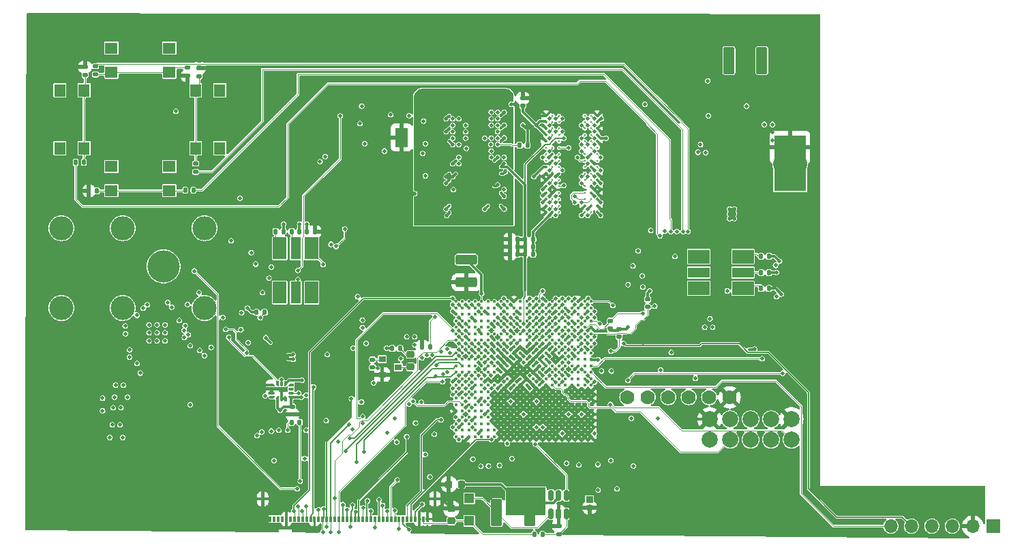
<source format=gbr>
G04 #@! TF.GenerationSoftware,KiCad,Pcbnew,8.0.6-8.0.6-0~ubuntu24.04.1*
G04 #@! TF.CreationDate,2025-03-07T13:19:26+05:30*
G04 #@! TF.ProjectId,DFTBoard,44465442-6f61-4726-942e-6b696361645f,rev?*
G04 #@! TF.SameCoordinates,Original*
G04 #@! TF.FileFunction,Copper,L1,Top*
G04 #@! TF.FilePolarity,Positive*
%FSLAX46Y46*%
G04 Gerber Fmt 4.6, Leading zero omitted, Abs format (unit mm)*
G04 Created by KiCad (PCBNEW 8.0.6-8.0.6-0~ubuntu24.04.1) date 2025-03-07 13:19:26*
%MOMM*%
%LPD*%
G01*
G04 APERTURE LIST*
G04 Aperture macros list*
%AMRoundRect*
0 Rectangle with rounded corners*
0 $1 Rounding radius*
0 $2 $3 $4 $5 $6 $7 $8 $9 X,Y pos of 4 corners*
0 Add a 4 corners polygon primitive as box body*
4,1,4,$2,$3,$4,$5,$6,$7,$8,$9,$2,$3,0*
0 Add four circle primitives for the rounded corners*
1,1,$1+$1,$2,$3*
1,1,$1+$1,$4,$5*
1,1,$1+$1,$6,$7*
1,1,$1+$1,$8,$9*
0 Add four rect primitives between the rounded corners*
20,1,$1+$1,$2,$3,$4,$5,0*
20,1,$1+$1,$4,$5,$6,$7,0*
20,1,$1+$1,$6,$7,$8,$9,0*
20,1,$1+$1,$8,$9,$2,$3,0*%
%AMFreePoly0*
4,1,19,0.079643,0.182453,0.084467,0.178033,0.290533,-0.028033,0.312215,-0.074529,0.312500,-0.081066,0.312500,-0.125000,0.294953,-0.173209,0.250524,-0.198861,0.237500,-0.200000,-0.237500,-0.200000,-0.285709,-0.182453,-0.311361,-0.138024,-0.312500,-0.125000,-0.312500,0.125000,-0.294953,0.173209,-0.250524,0.198861,-0.237500,0.200000,0.031434,0.200000,0.079643,0.182453,0.079643,0.182453,
$1*%
%AMFreePoly1*
4,1,19,0.285709,0.182453,0.311361,0.138024,0.312500,0.125000,0.312500,0.081066,0.294953,0.032857,0.290533,0.028033,0.084467,-0.178033,0.037971,-0.199715,0.031434,-0.200000,-0.237500,-0.200000,-0.285709,-0.182453,-0.311361,-0.138024,-0.312500,-0.125000,-0.312500,0.125000,-0.294953,0.173209,-0.250524,0.198861,-0.237500,0.200000,0.237500,0.200000,0.285709,0.182453,0.285709,0.182453,
$1*%
%AMFreePoly2*
4,1,19,0.173209,0.294953,0.198861,0.250524,0.200000,0.237500,0.200000,-0.237500,0.182453,-0.285709,0.138024,-0.311361,0.125000,-0.312500,-0.125000,-0.312500,-0.173209,-0.294953,-0.198861,-0.250524,-0.200000,-0.237500,-0.200000,0.031434,-0.182453,0.079643,-0.178033,0.084467,0.028033,0.290533,0.074529,0.312215,0.081066,0.312500,0.125000,0.312500,0.173209,0.294953,0.173209,0.294953,
$1*%
%AMFreePoly3*
4,1,19,-0.032857,0.294953,-0.028033,0.290533,0.178033,0.084467,0.199715,0.037971,0.200000,0.031434,0.200000,-0.237500,0.182453,-0.285709,0.138024,-0.311361,0.125000,-0.312500,-0.125000,-0.312500,-0.173209,-0.294953,-0.198861,-0.250524,-0.200000,-0.237500,-0.200000,0.237500,-0.182453,0.285709,-0.138024,0.311361,-0.125000,0.312500,-0.081066,0.312500,-0.032857,0.294953,-0.032857,0.294953,
$1*%
%AMFreePoly4*
4,1,19,0.285709,0.182453,0.311361,0.138024,0.312500,0.125000,0.312500,-0.125000,0.294953,-0.173209,0.250524,-0.198861,0.237500,-0.200000,-0.031434,-0.200000,-0.079643,-0.182453,-0.084467,-0.178033,-0.290533,0.028033,-0.312215,0.074529,-0.312500,0.081066,-0.312500,0.125000,-0.294953,0.173209,-0.250524,0.198861,-0.237500,0.200000,0.237500,0.200000,0.285709,0.182453,0.285709,0.182453,
$1*%
%AMFreePoly5*
4,1,19,0.285709,0.182453,0.311361,0.138024,0.312500,0.125000,0.312500,-0.125000,0.294953,-0.173209,0.250524,-0.198861,0.237500,-0.200000,-0.237500,-0.200000,-0.285709,-0.182453,-0.311361,-0.138024,-0.312500,-0.125000,-0.312500,-0.081066,-0.294953,-0.032857,-0.290533,-0.028033,-0.084467,0.178033,-0.037971,0.199715,-0.031434,0.200000,0.237500,0.200000,0.285709,0.182453,0.285709,0.182453,
$1*%
%AMFreePoly6*
4,1,19,0.173209,0.294953,0.198861,0.250524,0.200000,0.237500,0.200000,-0.031434,0.182453,-0.079643,0.178033,-0.084467,-0.028033,-0.290533,-0.074529,-0.312215,-0.081066,-0.312500,-0.125000,-0.312500,-0.173209,-0.294953,-0.198861,-0.250524,-0.200000,-0.237500,-0.200000,0.237500,-0.182453,0.285709,-0.138024,0.311361,-0.125000,0.312500,0.125000,0.312500,0.173209,0.294953,0.173209,0.294953,
$1*%
%AMFreePoly7*
4,1,19,0.173209,0.294953,0.198861,0.250524,0.200000,0.237500,0.200000,-0.237500,0.182453,-0.285709,0.138024,-0.311361,0.125000,-0.312500,0.081066,-0.312500,0.032857,-0.294953,0.028033,-0.290533,-0.178033,-0.084467,-0.199715,-0.037971,-0.200000,-0.031434,-0.200000,0.237500,-0.182453,0.285709,-0.138024,0.311361,-0.125000,0.312500,0.125000,0.312500,0.173209,0.294953,0.173209,0.294953,
$1*%
G04 Aperture macros list end*
G04 #@! TA.AperFunction,EtchedComponent*
%ADD10C,3.000000*%
G04 #@! TD*
G04 #@! TA.AperFunction,SMDPad,CuDef*
%ADD11RoundRect,0.147500X0.172500X-0.147500X0.172500X0.147500X-0.172500X0.147500X-0.172500X-0.147500X0*%
G04 #@! TD*
G04 #@! TA.AperFunction,SMDPad,CuDef*
%ADD12RoundRect,0.147500X-0.147500X-0.172500X0.147500X-0.172500X0.147500X0.172500X-0.147500X0.172500X0*%
G04 #@! TD*
G04 #@! TA.AperFunction,ConnectorPad*
%ADD13R,4.000000X3.000000*%
G04 #@! TD*
G04 #@! TA.AperFunction,SMDPad,CuDef*
%ADD14R,0.900000X0.800000*%
G04 #@! TD*
G04 #@! TA.AperFunction,SMDPad,CuDef*
%ADD15RoundRect,0.147500X-0.172500X0.147500X-0.172500X-0.147500X0.172500X-0.147500X0.172500X0.147500X0*%
G04 #@! TD*
G04 #@! TA.AperFunction,SMDPad,CuDef*
%ADD16RoundRect,0.218750X0.256250X-0.218750X0.256250X0.218750X-0.256250X0.218750X-0.256250X-0.218750X0*%
G04 #@! TD*
G04 #@! TA.AperFunction,SMDPad,CuDef*
%ADD17RoundRect,0.147500X0.147500X0.172500X-0.147500X0.172500X-0.147500X-0.172500X0.147500X-0.172500X0*%
G04 #@! TD*
G04 #@! TA.AperFunction,SMDPad,CuDef*
%ADD18C,0.330000*%
G04 #@! TD*
G04 #@! TA.AperFunction,ComponentPad*
%ADD19C,4.000000*%
G04 #@! TD*
G04 #@! TA.AperFunction,ComponentPad*
%ADD20C,3.000000*%
G04 #@! TD*
G04 #@! TA.AperFunction,ComponentPad*
%ADD21C,2.000000*%
G04 #@! TD*
G04 #@! TA.AperFunction,SMDPad,CuDef*
%ADD22R,2.700020X1.699260*%
G04 #@! TD*
G04 #@! TA.AperFunction,SMDPad,CuDef*
%ADD23R,2.700020X1.300480*%
G04 #@! TD*
G04 #@! TA.AperFunction,SMDPad,CuDef*
%ADD24R,1.699260X2.700020*%
G04 #@! TD*
G04 #@! TA.AperFunction,SMDPad,CuDef*
%ADD25R,1.300480X2.700020*%
G04 #@! TD*
G04 #@! TA.AperFunction,SMDPad,CuDef*
%ADD26C,0.400000*%
G04 #@! TD*
G04 #@! TA.AperFunction,ComponentPad*
%ADD27C,1.778000*%
G04 #@! TD*
G04 #@! TA.AperFunction,SMDPad,CuDef*
%ADD28RoundRect,0.250000X-1.075000X0.375000X-1.075000X-0.375000X1.075000X-0.375000X1.075000X0.375000X0*%
G04 #@! TD*
G04 #@! TA.AperFunction,SMDPad,CuDef*
%ADD29FreePoly0,0.000000*%
G04 #@! TD*
G04 #@! TA.AperFunction,SMDPad,CuDef*
%ADD30RoundRect,0.100000X-0.212500X-0.100000X0.212500X-0.100000X0.212500X0.100000X-0.212500X0.100000X0*%
G04 #@! TD*
G04 #@! TA.AperFunction,SMDPad,CuDef*
%ADD31RoundRect,0.095000X-0.217500X-0.095000X0.217500X-0.095000X0.217500X0.095000X-0.217500X0.095000X0*%
G04 #@! TD*
G04 #@! TA.AperFunction,SMDPad,CuDef*
%ADD32FreePoly1,0.000000*%
G04 #@! TD*
G04 #@! TA.AperFunction,SMDPad,CuDef*
%ADD33FreePoly2,0.000000*%
G04 #@! TD*
G04 #@! TA.AperFunction,SMDPad,CuDef*
%ADD34RoundRect,0.095000X-0.095000X-0.217500X0.095000X-0.217500X0.095000X0.217500X-0.095000X0.217500X0*%
G04 #@! TD*
G04 #@! TA.AperFunction,SMDPad,CuDef*
%ADD35FreePoly3,0.000000*%
G04 #@! TD*
G04 #@! TA.AperFunction,SMDPad,CuDef*
%ADD36FreePoly4,0.000000*%
G04 #@! TD*
G04 #@! TA.AperFunction,SMDPad,CuDef*
%ADD37FreePoly5,0.000000*%
G04 #@! TD*
G04 #@! TA.AperFunction,SMDPad,CuDef*
%ADD38FreePoly6,0.000000*%
G04 #@! TD*
G04 #@! TA.AperFunction,SMDPad,CuDef*
%ADD39FreePoly7,0.000000*%
G04 #@! TD*
G04 #@! TA.AperFunction,SMDPad,CuDef*
%ADD40RoundRect,0.135000X0.185000X-0.135000X0.185000X0.135000X-0.185000X0.135000X-0.185000X-0.135000X0*%
G04 #@! TD*
G04 #@! TA.AperFunction,SMDPad,CuDef*
%ADD41RoundRect,0.225000X0.225000X0.250000X-0.225000X0.250000X-0.225000X-0.250000X0.225000X-0.250000X0*%
G04 #@! TD*
G04 #@! TA.AperFunction,SMDPad,CuDef*
%ADD42R,1.400000X1.600000*%
G04 #@! TD*
G04 #@! TA.AperFunction,SMDPad,CuDef*
%ADD43RoundRect,0.249999X0.450001X1.450001X-0.450001X1.450001X-0.450001X-1.450001X0.450001X-1.450001X0*%
G04 #@! TD*
G04 #@! TA.AperFunction,SMDPad,CuDef*
%ADD44RoundRect,0.135000X-0.185000X0.135000X-0.185000X-0.135000X0.185000X-0.135000X0.185000X0.135000X0*%
G04 #@! TD*
G04 #@! TA.AperFunction,SMDPad,CuDef*
%ADD45R,0.300000X0.800000*%
G04 #@! TD*
G04 #@! TA.AperFunction,SMDPad,CuDef*
%ADD46R,0.400000X0.800000*%
G04 #@! TD*
G04 #@! TA.AperFunction,SMDPad,CuDef*
%ADD47R,1.600000X1.400000*%
G04 #@! TD*
G04 #@! TA.AperFunction,SMDPad,CuDef*
%ADD48R,1.200000X1.200000*%
G04 #@! TD*
G04 #@! TA.AperFunction,SMDPad,CuDef*
%ADD49RoundRect,0.135000X-0.135000X-0.185000X0.135000X-0.185000X0.135000X0.185000X-0.135000X0.185000X0*%
G04 #@! TD*
G04 #@! TA.AperFunction,ComponentPad*
%ADD50R,1.700000X1.700000*%
G04 #@! TD*
G04 #@! TA.AperFunction,ComponentPad*
%ADD51O,1.700000X1.700000*%
G04 #@! TD*
G04 #@! TA.AperFunction,SMDPad,CuDef*
%ADD52RoundRect,0.135000X0.135000X0.185000X-0.135000X0.185000X-0.135000X-0.185000X0.135000X-0.185000X0*%
G04 #@! TD*
G04 #@! TA.AperFunction,SMDPad,CuDef*
%ADD53RoundRect,0.225000X0.250000X-0.225000X0.250000X0.225000X-0.250000X0.225000X-0.250000X-0.225000X0*%
G04 #@! TD*
G04 #@! TA.AperFunction,SMDPad,CuDef*
%ADD54RoundRect,0.150000X0.150000X-0.512500X0.150000X0.512500X-0.150000X0.512500X-0.150000X-0.512500X0*%
G04 #@! TD*
G04 #@! TA.AperFunction,SMDPad,CuDef*
%ADD55R,1.650000X2.400000*%
G04 #@! TD*
G04 #@! TA.AperFunction,ComponentPad*
%ADD56R,0.850000X0.850000*%
G04 #@! TD*
G04 #@! TA.AperFunction,ComponentPad*
%ADD57O,0.850000X0.850000*%
G04 #@! TD*
G04 #@! TA.AperFunction,ViaPad*
%ADD58C,0.480000*%
G04 #@! TD*
G04 #@! TA.AperFunction,Conductor*
%ADD59C,0.300000*%
G04 #@! TD*
G04 #@! TA.AperFunction,Conductor*
%ADD60C,0.200000*%
G04 #@! TD*
G04 #@! TA.AperFunction,Conductor*
%ADD61C,0.102000*%
G04 #@! TD*
G04 #@! TA.AperFunction,Conductor*
%ADD62C,0.130000*%
G04 #@! TD*
G04 #@! TA.AperFunction,Conductor*
%ADD63C,0.125000*%
G04 #@! TD*
G04 #@! TA.AperFunction,Conductor*
%ADD64C,0.450000*%
G04 #@! TD*
G04 #@! TA.AperFunction,Conductor*
%ADD65C,0.120000*%
G04 #@! TD*
G04 APERTURE END LIST*
D10*
X195105000Y-113060000D02*
X196375000Y-113060000D01*
D11*
X173424134Y-133596525D03*
X173424134Y-132626525D03*
D12*
X162139134Y-110826525D03*
X163109134Y-110826525D03*
D13*
X195740000Y-111060000D03*
X195740000Y-115060000D03*
D14*
X145074134Y-137426525D03*
X145074134Y-139326525D03*
X147074134Y-138376525D03*
D11*
X174524134Y-134611525D03*
X174524134Y-133641525D03*
D15*
X143874134Y-137441525D03*
X143874134Y-138411525D03*
D12*
X146339134Y-136076525D03*
X147309134Y-136076525D03*
D16*
X148624134Y-138364025D03*
X148624134Y-136789025D03*
D17*
X161909134Y-124376525D03*
X160939134Y-124376525D03*
X163809134Y-124376525D03*
X162839134Y-124376525D03*
X161909134Y-122476525D03*
X160939134Y-122476525D03*
X163809134Y-122476525D03*
X162839134Y-122476525D03*
X161909134Y-123436525D03*
X160939134Y-123436525D03*
X163799134Y-123436525D03*
X162829134Y-123436525D03*
D18*
X171824134Y-119126525D03*
X171024134Y-119126525D03*
X170224134Y-119126525D03*
X167024134Y-119126525D03*
X166224134Y-119126525D03*
X165424134Y-119126525D03*
X171824134Y-118326525D03*
X171024134Y-118326525D03*
X170224134Y-118326525D03*
X167024134Y-118326525D03*
X166224134Y-118326525D03*
X165424134Y-118326525D03*
X171824134Y-117526525D03*
X171024134Y-117526525D03*
X170224134Y-117526525D03*
X167024134Y-117526525D03*
X166224134Y-117526525D03*
X165424134Y-117526525D03*
X171824134Y-116726525D03*
X171024134Y-116726525D03*
X170224134Y-116726525D03*
X167024134Y-116726525D03*
X166224134Y-116726525D03*
X165424134Y-116726525D03*
X171824134Y-115926525D03*
X171024134Y-115926525D03*
X170224134Y-115926525D03*
X167024134Y-115926525D03*
X166224134Y-115926525D03*
X165424134Y-115926525D03*
X171824134Y-115126525D03*
X171024134Y-115126525D03*
X170224134Y-115126525D03*
X167024134Y-115126525D03*
X166224134Y-115126525D03*
X165424134Y-115126525D03*
X171824134Y-114326525D03*
X171024134Y-114326525D03*
X170224134Y-114326525D03*
X167024134Y-114326525D03*
X166224134Y-114326525D03*
X165424134Y-114326525D03*
X171824134Y-113526525D03*
X171024134Y-113526525D03*
X170224134Y-113526525D03*
X167024134Y-113526525D03*
X166224134Y-113526525D03*
X165424134Y-113526525D03*
X171824134Y-112726525D03*
X171024134Y-112726525D03*
X170224134Y-112726525D03*
X167024134Y-112726525D03*
X166224134Y-112726525D03*
X165424134Y-112726525D03*
X171824134Y-111926525D03*
X171024134Y-111926525D03*
X170224134Y-111926525D03*
X167024134Y-111926525D03*
X166224134Y-111926525D03*
X165424134Y-111926525D03*
X171824134Y-111126525D03*
X171024134Y-111126525D03*
X170224134Y-111126525D03*
X167024134Y-111126525D03*
X166224134Y-111126525D03*
X165424134Y-111126525D03*
X171824134Y-110326525D03*
X171024134Y-110326525D03*
X170224134Y-110326525D03*
X167024134Y-110326525D03*
X166224134Y-110326525D03*
X165424134Y-110326525D03*
X171824134Y-109526525D03*
X171024134Y-109526525D03*
X170224134Y-109526525D03*
X167024134Y-109526525D03*
X166224134Y-109526525D03*
X165424134Y-109526525D03*
X171824134Y-108726525D03*
X171024134Y-108726525D03*
X170224134Y-108726525D03*
X167024134Y-108726525D03*
X166224134Y-108726525D03*
X165424134Y-108726525D03*
X171824134Y-107926525D03*
X171024134Y-107926525D03*
X170224134Y-107926525D03*
X167024134Y-107926525D03*
X166224134Y-107926525D03*
X165424134Y-107926525D03*
X171824134Y-107126525D03*
X171024134Y-107126525D03*
X170224134Y-107126525D03*
X167024134Y-107126525D03*
X166224134Y-107126525D03*
X165424134Y-107126525D03*
D17*
X130459134Y-131576525D03*
X129489134Y-131576525D03*
D15*
X178024134Y-129941525D03*
X178024134Y-130911525D03*
D19*
X117930000Y-125860000D03*
D20*
X105230000Y-121110000D03*
X112850000Y-131020000D03*
X112850000Y-121110000D03*
X105230000Y-131020000D03*
X123010000Y-131020000D03*
X123010000Y-121110000D03*
D21*
X185744134Y-147396525D03*
X185744134Y-144856525D03*
X188284134Y-147396525D03*
X188284134Y-144856525D03*
X190824134Y-147396525D03*
X190824134Y-144856525D03*
X193364134Y-147396525D03*
X193364134Y-144856525D03*
X195904134Y-147396525D03*
X195904134Y-144856525D03*
D17*
X193109134Y-128626525D03*
X192139134Y-128626525D03*
D22*
X189874954Y-128602645D03*
D23*
X189874954Y-126626525D03*
D22*
X189874954Y-124650405D03*
X184373314Y-124650405D03*
D23*
X184373314Y-126626525D03*
D22*
X184373314Y-128602645D03*
D17*
X193109134Y-124626525D03*
X192139134Y-124626525D03*
X151009134Y-135826525D03*
X150039134Y-135826525D03*
D12*
X135739134Y-121526525D03*
X136709134Y-121526525D03*
D24*
X136317216Y-123630190D03*
D25*
X134341096Y-123630190D03*
D24*
X132364976Y-123630190D03*
X132364976Y-129131830D03*
D25*
X134341096Y-129131830D03*
D24*
X136317216Y-129131830D03*
D17*
X132809134Y-121526525D03*
X131839134Y-121526525D03*
X134809134Y-121526525D03*
X133839134Y-121526525D03*
X193109134Y-126626525D03*
X192139134Y-126626525D03*
X134809134Y-145226525D03*
X133839134Y-145226525D03*
D26*
X171024134Y-130226525D03*
X171024134Y-131026525D03*
X171024134Y-131826525D03*
X171024134Y-132626525D03*
X171024134Y-133426525D03*
X171024134Y-134226525D03*
X171024134Y-135026525D03*
X171024134Y-135826525D03*
X171024134Y-136626525D03*
X171024134Y-137426525D03*
X171024134Y-138226525D03*
X171024134Y-139026525D03*
X171024134Y-139826525D03*
X171024134Y-140626525D03*
X171024134Y-141426525D03*
X171024134Y-142226525D03*
X171024134Y-143026525D03*
X171024134Y-143826525D03*
X171024134Y-144626525D03*
X171024134Y-145426525D03*
X171024134Y-146226525D03*
X171024134Y-147026525D03*
X155024134Y-130226525D03*
X155024134Y-131026525D03*
X155024134Y-131826525D03*
X155024134Y-132626525D03*
X155024134Y-133426525D03*
X155024134Y-134226525D03*
X155024134Y-135026525D03*
X155024134Y-135826525D03*
X155024134Y-136626525D03*
X155024134Y-137426525D03*
X155024134Y-138226525D03*
X155024134Y-139026525D03*
X155024134Y-139826525D03*
X155024134Y-140626525D03*
X155024134Y-141426525D03*
X155024134Y-142226525D03*
X155024134Y-143026525D03*
X155024134Y-143826525D03*
X155024134Y-144626525D03*
X155024134Y-145426525D03*
X155024134Y-146226525D03*
X155024134Y-147026525D03*
X154224134Y-130226525D03*
X154224134Y-131026525D03*
X154224134Y-131826525D03*
X154224134Y-132626525D03*
X154224134Y-133426525D03*
X154224134Y-134226525D03*
X154224134Y-135026525D03*
X154224134Y-135826525D03*
X154224134Y-136626525D03*
X154224134Y-137426525D03*
X154224134Y-138226525D03*
X154224134Y-139026525D03*
X154224134Y-139826525D03*
X154224134Y-140626525D03*
X154224134Y-141426525D03*
X154224134Y-142226525D03*
X154224134Y-143026525D03*
X154224134Y-143826525D03*
X154224134Y-144626525D03*
X154224134Y-145426525D03*
X154224134Y-146226525D03*
X154224134Y-147026525D03*
X170224134Y-130226525D03*
X170224134Y-131026525D03*
X170224134Y-131826525D03*
X170224134Y-132626525D03*
X170224134Y-133426525D03*
X170224134Y-134226525D03*
X170224134Y-135026525D03*
X170224134Y-135826525D03*
X170224134Y-136626525D03*
X170224134Y-137426525D03*
X170224134Y-138226525D03*
X170224134Y-139026525D03*
X170224134Y-139826525D03*
X170224134Y-140626525D03*
X170224134Y-141426525D03*
X170224134Y-142226525D03*
X170224134Y-143026525D03*
X170224134Y-143826525D03*
X170224134Y-144626525D03*
X170224134Y-145426525D03*
X170224134Y-146226525D03*
X170224134Y-147026525D03*
X169424134Y-130226525D03*
X169424134Y-131026525D03*
X169424134Y-131826525D03*
X169424134Y-132626525D03*
X169424134Y-133426525D03*
X169424134Y-134226525D03*
X169424134Y-135026525D03*
X169424134Y-135826525D03*
X169424134Y-136626525D03*
X169424134Y-137426525D03*
X169424134Y-138226525D03*
X169424134Y-139026525D03*
X169424134Y-139826525D03*
X169424134Y-140626525D03*
X169424134Y-141426525D03*
X169424134Y-142226525D03*
X169424134Y-143026525D03*
X169424134Y-143826525D03*
X169424134Y-144626525D03*
X169424134Y-145426525D03*
X169424134Y-146226525D03*
X169424134Y-147026525D03*
X168624134Y-130226525D03*
X168624134Y-131026525D03*
X168624134Y-131826525D03*
X168624134Y-132626525D03*
X168624134Y-133426525D03*
X168624134Y-134226525D03*
X168624134Y-135026525D03*
X168624134Y-135826525D03*
X168624134Y-136626525D03*
X168624134Y-137426525D03*
X168624134Y-138226525D03*
X168624134Y-139026525D03*
X168624134Y-139826525D03*
X168624134Y-140626525D03*
X168624134Y-141426525D03*
X168624134Y-142226525D03*
X168624134Y-143026525D03*
X168624134Y-143826525D03*
X168624134Y-144626525D03*
X168624134Y-145426525D03*
X168624134Y-146226525D03*
X168624134Y-147026525D03*
X167824134Y-130226525D03*
X167824134Y-131026525D03*
X167824134Y-131826525D03*
X167824134Y-132626525D03*
X167824134Y-133426525D03*
X167824134Y-134226525D03*
X167824134Y-135026525D03*
X167824134Y-135826525D03*
X167824134Y-136626525D03*
X167824134Y-137426525D03*
X167824134Y-138226525D03*
X167824134Y-139026525D03*
X167824134Y-139826525D03*
X167824134Y-140626525D03*
X167824134Y-141426525D03*
X167824134Y-142226525D03*
X167824134Y-143026525D03*
X167824134Y-143826525D03*
X167824134Y-144626525D03*
X167824134Y-145426525D03*
X167824134Y-146226525D03*
X167824134Y-147026525D03*
X167024134Y-130226525D03*
X167024134Y-131026525D03*
X167024134Y-131826525D03*
X167024134Y-132626525D03*
X167024134Y-133426525D03*
X167024134Y-134226525D03*
X167024134Y-135026525D03*
X167024134Y-135826525D03*
X167024134Y-136626525D03*
X167024134Y-137426525D03*
X167024134Y-138226525D03*
X167024134Y-139026525D03*
X167024134Y-139826525D03*
X167024134Y-140626525D03*
X167024134Y-141426525D03*
X167024134Y-142226525D03*
X167024134Y-143026525D03*
X167024134Y-143826525D03*
X167024134Y-144626525D03*
X167024134Y-145426525D03*
X167024134Y-146226525D03*
X167024134Y-147026525D03*
X166224134Y-130226525D03*
X166224134Y-131026525D03*
X166224134Y-131826525D03*
X166224134Y-132626525D03*
X166224134Y-133426525D03*
X166224134Y-134226525D03*
X166224134Y-135026525D03*
X166224134Y-135826525D03*
X166224134Y-136626525D03*
X166224134Y-137426525D03*
X166224134Y-138226525D03*
X166224134Y-139026525D03*
X166224134Y-139826525D03*
X166224134Y-140626525D03*
X166224134Y-141426525D03*
X166224134Y-142226525D03*
X166224134Y-143026525D03*
X166224134Y-143826525D03*
X166224134Y-144626525D03*
X166224134Y-145426525D03*
X166224134Y-146226525D03*
X166224134Y-147026525D03*
X165424134Y-130226525D03*
X165424134Y-131026525D03*
X165424134Y-131826525D03*
X165424134Y-132626525D03*
X165424134Y-133426525D03*
X165424134Y-134226525D03*
X165424134Y-135026525D03*
X165424134Y-135826525D03*
X165424134Y-136626525D03*
X165424134Y-137426525D03*
X165424134Y-138226525D03*
X165424134Y-139026525D03*
X165424134Y-139826525D03*
X165424134Y-140626525D03*
X165424134Y-141426525D03*
X165424134Y-142226525D03*
X165424134Y-143026525D03*
X165424134Y-143826525D03*
X165424134Y-144626525D03*
X165424134Y-145426525D03*
X165424134Y-146226525D03*
X165424134Y-147026525D03*
X164624134Y-130226525D03*
X164624134Y-131026525D03*
X164624134Y-131826525D03*
X164624134Y-132626525D03*
X164624134Y-133426525D03*
X164624134Y-134226525D03*
X164624134Y-135026525D03*
X164624134Y-135826525D03*
X164624134Y-136626525D03*
X164624134Y-137426525D03*
X164624134Y-138226525D03*
X164624134Y-139026525D03*
X164624134Y-139826525D03*
X164624134Y-140626525D03*
X164624134Y-141426525D03*
X164624134Y-142226525D03*
X164624134Y-143026525D03*
X164624134Y-143826525D03*
X164624134Y-144626525D03*
X164624134Y-145426525D03*
X164624134Y-146226525D03*
X164624134Y-147026525D03*
X163824134Y-130226525D03*
X163824134Y-131026525D03*
X163824134Y-131826525D03*
X163824134Y-132626525D03*
X163824134Y-133426525D03*
X163824134Y-134226525D03*
X163824134Y-135026525D03*
X163824134Y-135826525D03*
X163824134Y-136626525D03*
X163824134Y-137426525D03*
X163824134Y-138226525D03*
X163824134Y-139026525D03*
X163824134Y-139826525D03*
X163824134Y-140626525D03*
X163824134Y-141426525D03*
X163824134Y-142226525D03*
X163824134Y-143026525D03*
X163824134Y-143826525D03*
X163824134Y-144626525D03*
X163824134Y-145426525D03*
X163824134Y-146226525D03*
X163824134Y-147026525D03*
X163024134Y-130226525D03*
X163024134Y-131026525D03*
X163024134Y-131826525D03*
X163024134Y-132626525D03*
X163024134Y-133426525D03*
X163024134Y-134226525D03*
X163024134Y-135026525D03*
X163024134Y-135826525D03*
X163024134Y-136626525D03*
X163024134Y-137426525D03*
X163024134Y-138226525D03*
X163024134Y-139026525D03*
X163024134Y-139826525D03*
X163024134Y-140626525D03*
X163024134Y-141426525D03*
X163024134Y-142226525D03*
X163024134Y-143026525D03*
X163024134Y-143826525D03*
X163024134Y-144626525D03*
X163024134Y-145426525D03*
X163024134Y-146226525D03*
X163024134Y-147026525D03*
X162224134Y-130226525D03*
X162224134Y-131026525D03*
X162224134Y-131826525D03*
X162224134Y-132626525D03*
X162224134Y-133426525D03*
X162224134Y-134226525D03*
X162224134Y-135026525D03*
X162224134Y-135826525D03*
X162224134Y-136626525D03*
X162224134Y-137426525D03*
X162224134Y-138226525D03*
X162224134Y-139026525D03*
X162224134Y-139826525D03*
X162224134Y-140626525D03*
X162224134Y-141426525D03*
X162224134Y-142226525D03*
X162224134Y-143026525D03*
X162224134Y-143826525D03*
X162224134Y-144626525D03*
X162224134Y-145426525D03*
X162224134Y-146226525D03*
X162224134Y-147026525D03*
X161424134Y-130226525D03*
X161424134Y-131026525D03*
X161424134Y-131826525D03*
X161424134Y-132626525D03*
X161424134Y-133426525D03*
X161424134Y-134226525D03*
X161424134Y-135026525D03*
X161424134Y-135826525D03*
X161424134Y-136626525D03*
X161424134Y-137426525D03*
X161424134Y-138226525D03*
X161424134Y-139026525D03*
X161424134Y-139826525D03*
X161424134Y-140626525D03*
X161424134Y-141426525D03*
X161424134Y-142226525D03*
X161424134Y-143026525D03*
X161424134Y-143826525D03*
X161424134Y-144626525D03*
X161424134Y-145426525D03*
X161424134Y-146226525D03*
X161424134Y-147026525D03*
X160624134Y-130226525D03*
X160624134Y-131026525D03*
X160624134Y-131826525D03*
X160624134Y-132626525D03*
X160624134Y-133426525D03*
X160624134Y-134226525D03*
X160624134Y-135026525D03*
X160624134Y-135826525D03*
X160624134Y-136626525D03*
X160624134Y-137426525D03*
X160624134Y-138226525D03*
X160624134Y-139026525D03*
X160624134Y-139826525D03*
X160624134Y-140626525D03*
X160624134Y-141426525D03*
X160624134Y-142226525D03*
X160624134Y-143026525D03*
X160624134Y-143826525D03*
X160624134Y-144626525D03*
X160624134Y-145426525D03*
X160624134Y-146226525D03*
X160624134Y-147026525D03*
X159824134Y-130226525D03*
X159824134Y-131026525D03*
X159824134Y-131826525D03*
X159824134Y-132626525D03*
X159824134Y-133426525D03*
X159824134Y-134226525D03*
X159824134Y-135026525D03*
X159824134Y-135826525D03*
X159824134Y-136626525D03*
X159824134Y-137426525D03*
X159824134Y-138226525D03*
X159824134Y-139026525D03*
X159824134Y-139826525D03*
X159824134Y-140626525D03*
X159824134Y-141426525D03*
X159824134Y-142226525D03*
X159824134Y-143026525D03*
X159824134Y-143826525D03*
X159824134Y-144626525D03*
X159824134Y-145426525D03*
X159824134Y-146226525D03*
X159824134Y-147026525D03*
X159024134Y-130226525D03*
X159024134Y-131026525D03*
X159024134Y-131826525D03*
X159024134Y-132626525D03*
X159024134Y-133426525D03*
X159024134Y-134226525D03*
X159024134Y-135026525D03*
X159024134Y-135826525D03*
X159024134Y-136626525D03*
X159024134Y-137426525D03*
X159024134Y-138226525D03*
X159024134Y-139026525D03*
X159024134Y-139826525D03*
X159024134Y-140626525D03*
X159024134Y-141426525D03*
X159024134Y-142226525D03*
X159024134Y-143026525D03*
X159024134Y-143826525D03*
X159024134Y-144626525D03*
X159024134Y-145426525D03*
X159024134Y-146226525D03*
X159024134Y-147026525D03*
X158224134Y-130226525D03*
X158224134Y-131026525D03*
X158224134Y-131826525D03*
X158224134Y-132626525D03*
X158224134Y-133426525D03*
X158224134Y-134226525D03*
X158224134Y-135026525D03*
X158224134Y-135826525D03*
X158224134Y-136626525D03*
X158224134Y-137426525D03*
X158224134Y-138226525D03*
X158224134Y-139026525D03*
X158224134Y-139826525D03*
X158224134Y-140626525D03*
X158224134Y-141426525D03*
X158224134Y-142226525D03*
X158224134Y-143026525D03*
X158224134Y-143826525D03*
X158224134Y-144626525D03*
X158224134Y-145426525D03*
X158224134Y-146226525D03*
X158224134Y-147026525D03*
X157424134Y-130226525D03*
X157424134Y-131026525D03*
X157424134Y-131826525D03*
X157424134Y-132626525D03*
X157424134Y-133426525D03*
X157424134Y-134226525D03*
X157424134Y-135026525D03*
X157424134Y-135826525D03*
X157424134Y-136626525D03*
X157424134Y-137426525D03*
X157424134Y-138226525D03*
X157424134Y-139026525D03*
X157424134Y-139826525D03*
X157424134Y-140626525D03*
X157424134Y-141426525D03*
X157424134Y-142226525D03*
X157424134Y-143026525D03*
X157424134Y-143826525D03*
X157424134Y-144626525D03*
X157424134Y-145426525D03*
X157424134Y-146226525D03*
X157424134Y-147026525D03*
X156624134Y-130226525D03*
X156624134Y-131026525D03*
X156624134Y-131826525D03*
X156624134Y-132626525D03*
X156624134Y-133426525D03*
X156624134Y-134226525D03*
X156624134Y-135026525D03*
X156624134Y-135826525D03*
X156624134Y-136626525D03*
X156624134Y-137426525D03*
X156624134Y-138226525D03*
X156624134Y-139026525D03*
X156624134Y-139826525D03*
X156624134Y-140626525D03*
X156624134Y-141426525D03*
X156624134Y-142226525D03*
X156624134Y-143026525D03*
X156624134Y-143826525D03*
X156624134Y-144626525D03*
X156624134Y-145426525D03*
X156624134Y-146226525D03*
X156624134Y-147026525D03*
X155824134Y-130226525D03*
X155824134Y-131026525D03*
X155824134Y-131826525D03*
X155824134Y-132626525D03*
X155824134Y-133426525D03*
X155824134Y-134226525D03*
X155824134Y-135026525D03*
X155824134Y-135826525D03*
X155824134Y-136626525D03*
X155824134Y-137426525D03*
X155824134Y-138226525D03*
X155824134Y-139026525D03*
X155824134Y-139826525D03*
X155824134Y-140626525D03*
X155824134Y-141426525D03*
X155824134Y-142226525D03*
X155824134Y-143026525D03*
X155824134Y-143826525D03*
X155824134Y-144626525D03*
X155824134Y-145426525D03*
X155824134Y-146226525D03*
X155824134Y-147026525D03*
D27*
X188224134Y-142126525D03*
X185684134Y-142126525D03*
X183144134Y-142126525D03*
X180604134Y-142126525D03*
X178064134Y-142126525D03*
X175524134Y-142126525D03*
D28*
X155524134Y-125026525D03*
X155524134Y-127826525D03*
D15*
X133940000Y-143300000D03*
X133940000Y-144270000D03*
D29*
X131436635Y-140601526D03*
D30*
X131436635Y-141101526D03*
D31*
X131436635Y-141601526D03*
D32*
X131436635Y-142101526D03*
D33*
X132099135Y-142264026D03*
D34*
X132599135Y-142264026D03*
D35*
X133099135Y-142264026D03*
D36*
X133761635Y-142101526D03*
D31*
X133761635Y-141601526D03*
X133761635Y-141111526D03*
D37*
X133761635Y-140601526D03*
D38*
X133099135Y-140439026D03*
D34*
X132599135Y-140439026D03*
D39*
X132099135Y-140439026D03*
D11*
X162524134Y-105911525D03*
X162524134Y-104941525D03*
D40*
X121904134Y-114120000D03*
X121904134Y-113100000D03*
D41*
X154895000Y-152940000D03*
X153345000Y-152940000D03*
D42*
X124914134Y-103990000D03*
X124914134Y-111190000D03*
X121914134Y-103990000D03*
X121914134Y-111190000D03*
D43*
X163390000Y-156450000D03*
X159290000Y-156450000D03*
D44*
X120904134Y-101180000D03*
X120904134Y-102200000D03*
D45*
X150685000Y-157250000D03*
X150185000Y-157250000D03*
X149685000Y-157250000D03*
X149185000Y-157250000D03*
X148685000Y-157250000D03*
X148185000Y-157250000D03*
X147685000Y-157250000D03*
X147185000Y-157250000D03*
X146685000Y-157250000D03*
X146185000Y-157250000D03*
X145685000Y-157250000D03*
X145185000Y-157250000D03*
X144685000Y-157250000D03*
X144185000Y-157250000D03*
X143685000Y-157250000D03*
X143185000Y-157250000D03*
X142685000Y-157250000D03*
X142185000Y-157250000D03*
X141685000Y-157250000D03*
X141185000Y-157250000D03*
X140685000Y-157250000D03*
X140185000Y-157250000D03*
X139685000Y-157250000D03*
X139185000Y-157250000D03*
X138685000Y-157250000D03*
X138185000Y-157250000D03*
X137685000Y-157250000D03*
X137185000Y-157250000D03*
X136685000Y-157250000D03*
X136185000Y-157250000D03*
X135685000Y-157250000D03*
X135185000Y-157250000D03*
X134685000Y-157250000D03*
X134185000Y-157250000D03*
X133685000Y-157250000D03*
X133185000Y-157250000D03*
X132685000Y-157250000D03*
X132185000Y-157250000D03*
X131685000Y-157250000D03*
X131185000Y-157250000D03*
D46*
X151635000Y-154750000D03*
X130235000Y-154750000D03*
D43*
X192230000Y-100290000D03*
X188130000Y-100290000D03*
D47*
X111454134Y-113460000D03*
X118654134Y-113460000D03*
X111454134Y-116460000D03*
X118654134Y-116460000D03*
D48*
X155890000Y-157490000D03*
X155890000Y-154690000D03*
D49*
X107014134Y-112940000D03*
X108034134Y-112940000D03*
D50*
X220960000Y-158140000D03*
D51*
X218420000Y-158140000D03*
X215880000Y-158140000D03*
X213340000Y-158140000D03*
X210800000Y-158140000D03*
X208260000Y-158140000D03*
D52*
X121644134Y-116400000D03*
X120624134Y-116400000D03*
D49*
X163970000Y-159140000D03*
X164990000Y-159140000D03*
D40*
X167000000Y-159120000D03*
X167000000Y-158100000D03*
D53*
X153665000Y-157490000D03*
X153665000Y-155940000D03*
D42*
X105064134Y-111190000D03*
X105064134Y-103990000D03*
X108064134Y-111190000D03*
X108064134Y-103990000D03*
D54*
X166047500Y-156587500D03*
X166997500Y-156587500D03*
X167947500Y-156587500D03*
X167947500Y-154312500D03*
X166997500Y-154312500D03*
X166047500Y-154312500D03*
D40*
X108164134Y-102100000D03*
X108164134Y-101080000D03*
D52*
X109654134Y-116470000D03*
X108634134Y-116470000D03*
D47*
X111444134Y-98750000D03*
X118644134Y-98750000D03*
X111444134Y-101750000D03*
X118644134Y-101750000D03*
D40*
X122344134Y-102220000D03*
X122344134Y-101200000D03*
D44*
X109464134Y-100990000D03*
X109464134Y-102010000D03*
D55*
X147464134Y-109836525D03*
D56*
X170820000Y-154830000D03*
D57*
X170820000Y-155830000D03*
D58*
X158624134Y-133026525D03*
X154609052Y-137008107D03*
X157024134Y-137826525D03*
X153824134Y-131426525D03*
X156224134Y-132226525D03*
X155424134Y-134626525D03*
X157807388Y-135443272D03*
X171424134Y-146626525D03*
X162624134Y-144226525D03*
X157824134Y-144226525D03*
X165024134Y-145826525D03*
X164224134Y-142626525D03*
X168224134Y-139426525D03*
X161024134Y-142626525D03*
X154624134Y-145826525D03*
X169824134Y-133826525D03*
X169024134Y-137026525D03*
X170624134Y-131426525D03*
X169824134Y-144226525D03*
X168224134Y-144226525D03*
X167424134Y-146626525D03*
X164224134Y-145826525D03*
X185610000Y-107140000D03*
X187770000Y-100290000D03*
X187770000Y-99290000D03*
X105034134Y-111190000D03*
X119444134Y-106600000D03*
X142924134Y-110626525D03*
X155424134Y-143426525D03*
X111434134Y-113460000D03*
X128424134Y-135326525D03*
X122396241Y-136310204D03*
X115374134Y-131076525D03*
X112844134Y-147126525D03*
X150060000Y-155430000D03*
X124914134Y-111190000D03*
X175624134Y-128126525D03*
X135460000Y-149750000D03*
X127404134Y-117390000D03*
X134024134Y-137426525D03*
X156624134Y-132626525D03*
X179639134Y-138726525D03*
X135130000Y-140020000D03*
X174260000Y-153490000D03*
X135724134Y-120626525D03*
X113724134Y-136226525D03*
X112524134Y-145546525D03*
X111866634Y-142116525D03*
X175624134Y-133426525D03*
X157024134Y-146626525D03*
X111474134Y-98750000D03*
X160610000Y-147890000D03*
X118634134Y-113470000D03*
X176290000Y-150660000D03*
X127539134Y-133726525D03*
X118634134Y-98740000D03*
X146139134Y-107026525D03*
X170624134Y-140226525D03*
X151570000Y-146730000D03*
X169520000Y-150550000D03*
X183990000Y-139800000D03*
X156224134Y-141026525D03*
X171899134Y-137451525D03*
X132224134Y-146226525D03*
X134024134Y-136826525D03*
X177724134Y-105726525D03*
X171860000Y-150470000D03*
X179324134Y-144726525D03*
X105044134Y-103970000D03*
X132391017Y-143737622D03*
X114624134Y-131926525D03*
X124924134Y-104030000D03*
X111969134Y-140616525D03*
X177431134Y-128426525D03*
X131640000Y-149990000D03*
X135024134Y-142126525D03*
X142324134Y-108126525D03*
X153824134Y-140226525D03*
X176024134Y-144726525D03*
X121224134Y-135726525D03*
X181424134Y-124626525D03*
X110354134Y-142229025D03*
X112639134Y-143416525D03*
X171900000Y-153670000D03*
X178299741Y-128895132D03*
X173450000Y-149970000D03*
X121740000Y-126430000D03*
X154212596Y-144614987D03*
X134500000Y-153500000D03*
X151000000Y-152000000D03*
X192543475Y-108224134D03*
X193543475Y-108224134D03*
X188824134Y-118726525D03*
X188224134Y-118726525D03*
X188224134Y-119326525D03*
X188224134Y-119926525D03*
X188824134Y-119926525D03*
X145624134Y-136026525D03*
X163480000Y-154000000D03*
X167000000Y-154360000D03*
X134824134Y-120626525D03*
X188824134Y-119326525D03*
X194624134Y-129326525D03*
X132824134Y-120626525D03*
X194424134Y-125226525D03*
X194024134Y-126626525D03*
X191324134Y-136126525D03*
X162180000Y-154040000D03*
X116124134Y-133126525D03*
X118124134Y-133126525D03*
X117124134Y-134126525D03*
X116124134Y-135126525D03*
X118124134Y-135126525D03*
X117124134Y-135126525D03*
X116124134Y-134126525D03*
X117124134Y-133126525D03*
X118124134Y-134126525D03*
X194430000Y-116030000D03*
X197140000Y-116060000D03*
X197140000Y-115060000D03*
X194440000Y-114910000D03*
X113224134Y-134226525D03*
X111669134Y-143416525D03*
X115874134Y-130626525D03*
X115024134Y-139126525D03*
X130624134Y-134726525D03*
X113441634Y-142116525D03*
X127624134Y-131626525D03*
X110354134Y-143804025D03*
X112939134Y-140616525D03*
X128346241Y-131048632D03*
X111554134Y-145546525D03*
X113680000Y-137140000D03*
X111269134Y-147126525D03*
X158624134Y-144226525D03*
X161824134Y-133826525D03*
X163424134Y-141826525D03*
X164224134Y-137026525D03*
X160224134Y-135426525D03*
X169024134Y-141026525D03*
X165824134Y-142626525D03*
X168224134Y-143426525D03*
X167424134Y-145826525D03*
X165024134Y-141026525D03*
X160224134Y-142626525D03*
X170624134Y-144226525D03*
X165024134Y-145026525D03*
X168224134Y-134626525D03*
X163424134Y-137826525D03*
X164224134Y-138626525D03*
X165824134Y-138626525D03*
X164224134Y-141026525D03*
X161824134Y-141026525D03*
X163424134Y-140226525D03*
X164224134Y-139426525D03*
X162624134Y-139426525D03*
X170624134Y-136226525D03*
X169024134Y-138626525D03*
X167424134Y-137026525D03*
X166624134Y-137026525D03*
X154624134Y-141826525D03*
X156224134Y-145026525D03*
X159424134Y-145826525D03*
X170624134Y-146626525D03*
X161824134Y-144226525D03*
X157024134Y-142626525D03*
X160224134Y-141026525D03*
X157824134Y-140226525D03*
X158624134Y-140226525D03*
X159424134Y-140226525D03*
X161024134Y-140226525D03*
X161824134Y-139426525D03*
X161024134Y-139426525D03*
X160224134Y-139426525D03*
X163424134Y-136226525D03*
X161824134Y-137026525D03*
X161824134Y-137826525D03*
X161024134Y-137826525D03*
X159424134Y-137826525D03*
X155424134Y-139426525D03*
X156224134Y-136226525D03*
X153430000Y-135540000D03*
X157024134Y-133792266D03*
X160224134Y-137026525D03*
X159424134Y-136226525D03*
X162624134Y-136226525D03*
X164224134Y-135426525D03*
X165824134Y-135426525D03*
X165024134Y-136226525D03*
X166624134Y-136226525D03*
X163424134Y-133026525D03*
X165824134Y-133826525D03*
X169024134Y-133026525D03*
X170624134Y-133826525D03*
X166624134Y-131426525D03*
X157824134Y-131426525D03*
X160224134Y-132226525D03*
X161024134Y-129826525D03*
X164224134Y-130626525D03*
X154624134Y-133026525D03*
X155424134Y-130626525D03*
X153024134Y-109126525D03*
X153824134Y-114726525D03*
X153024134Y-114726525D03*
X153024134Y-118726525D03*
X153024134Y-115526525D03*
X153824134Y-113126525D03*
X160224134Y-118726525D03*
X172224134Y-118726525D03*
X172224134Y-110726525D03*
X165824134Y-117126525D03*
X165024134Y-109926525D03*
X172224134Y-106726525D03*
X165024134Y-119526525D03*
X171424134Y-113126525D03*
X165824134Y-114726525D03*
X165824134Y-116326525D03*
X165824134Y-113126525D03*
X171424134Y-116326525D03*
X172224134Y-114726525D03*
X172224134Y-109126525D03*
X172224134Y-116326525D03*
X165024134Y-118726525D03*
X164256671Y-107559672D03*
X172224134Y-117126525D03*
X160224134Y-106726525D03*
X169824134Y-118726525D03*
X160224134Y-116326525D03*
X148024134Y-109026525D03*
X147024134Y-109026525D03*
X147024134Y-110626525D03*
X148024134Y-110626525D03*
X155424134Y-147426525D03*
X168224134Y-138626525D03*
X184809134Y-108076525D03*
X186089134Y-108076525D03*
X186874134Y-135876525D03*
X186874134Y-137876525D03*
X184874134Y-137876525D03*
X184874134Y-135876525D03*
X185024134Y-115626525D03*
X185874134Y-114626525D03*
X184124134Y-114626525D03*
X184124134Y-116626525D03*
X185874134Y-116626525D03*
X158624134Y-142626525D03*
X155424134Y-137026525D03*
X159424134Y-134626525D03*
X194140000Y-110160000D03*
X195140000Y-110160000D03*
X193543475Y-110224134D03*
X194140000Y-111160000D03*
X192543475Y-109224134D03*
X193543475Y-109224134D03*
X155424134Y-144226525D03*
X164224134Y-145026525D03*
X157024134Y-138626525D03*
X158624134Y-133826525D03*
X190510000Y-106640000D03*
X153900000Y-116330000D03*
X191824134Y-125726525D03*
X159403648Y-115732131D03*
X176024134Y-147481525D03*
X143824134Y-139326525D03*
X120824134Y-135184525D03*
X150424134Y-114614025D03*
X161824134Y-145826525D03*
X191500000Y-115780000D03*
X144424134Y-113514025D03*
X169024134Y-146626525D03*
X160224134Y-108325482D03*
X157824134Y-118726525D03*
X153024134Y-107526525D03*
X148524134Y-123311525D03*
X135524134Y-127426525D03*
X194310000Y-98950000D03*
X160939134Y-122476525D03*
X165031124Y-114722512D03*
X150464134Y-110624025D03*
X153824134Y-110726525D03*
X142724134Y-129241525D03*
X137224134Y-140026525D03*
X182224134Y-132426525D03*
X137924134Y-146226525D03*
X145507132Y-131126525D03*
X180609134Y-138726525D03*
X127924134Y-147926525D03*
X191024134Y-130276525D03*
X113704134Y-106700000D03*
X190624134Y-140611525D03*
X165000000Y-108333525D03*
X150089134Y-111826525D03*
X178284124Y-127674525D03*
X122424134Y-145026525D03*
X150024134Y-138226525D03*
X139624134Y-138442704D03*
X149124134Y-116826525D03*
X142624134Y-131589025D03*
X152724134Y-142626525D03*
X186609134Y-120126525D03*
X185624134Y-131326525D03*
X150343282Y-148007377D03*
X169024134Y-141826525D03*
X147724134Y-115926525D03*
X153024134Y-122564025D03*
X139674134Y-143226525D03*
X186759134Y-132376525D03*
X145764134Y-113521525D03*
X126124134Y-127726525D03*
X197624134Y-139611525D03*
X155524134Y-127826525D03*
X192424134Y-118841525D03*
X147036634Y-114326525D03*
X128624134Y-123626525D03*
X145374134Y-120876525D03*
X147464134Y-109836525D03*
X179324134Y-147526525D03*
X125174134Y-106700000D03*
X136574134Y-138326525D03*
X192709134Y-131626525D03*
X181224134Y-118041525D03*
X181574134Y-140376525D03*
X183639134Y-110719525D03*
X171424134Y-141826525D03*
X187024134Y-127626525D03*
X146024134Y-138026525D03*
X162524134Y-104926525D03*
X147036634Y-112826525D03*
X138424134Y-135114025D03*
X134424134Y-146226525D03*
X147324134Y-118826525D03*
X150024134Y-135026525D03*
X188220000Y-113410000D03*
X191324134Y-135126525D03*
X156224134Y-139426525D03*
X174224134Y-104926525D03*
X147109134Y-107026525D03*
X160324134Y-114126525D03*
X134939134Y-133426525D03*
X190890000Y-112680000D03*
X191324134Y-134126525D03*
X135274134Y-132126525D03*
X148511634Y-125126525D03*
X188930000Y-110470000D03*
X113534134Y-114330000D03*
X125494134Y-114920000D03*
X175324134Y-136212526D03*
X186824134Y-131326525D03*
X189624134Y-139641525D03*
X131324134Y-131026525D03*
X182224134Y-128326525D03*
X153824134Y-143426525D03*
X160223872Y-109919535D03*
X176924134Y-133311525D03*
X153109282Y-119548307D03*
X185874134Y-136876525D03*
X173924134Y-135412526D03*
X189824134Y-108426525D03*
X159423080Y-112319535D03*
X160823742Y-123321132D03*
X121724134Y-128226525D03*
X128509134Y-133726525D03*
X164224134Y-146626525D03*
X163424134Y-138626525D03*
X148524134Y-117126525D03*
X145779134Y-152361525D03*
X143024134Y-140426525D03*
X174939134Y-137826525D03*
X142849134Y-138351525D03*
X169806124Y-129824450D03*
X126124134Y-141626525D03*
X113884134Y-115820000D03*
X150724134Y-142626525D03*
X117254134Y-106590000D03*
X145124134Y-135726525D03*
X136324134Y-120326525D03*
X137224134Y-126341525D03*
X177724134Y-108526525D03*
X177474142Y-135320731D03*
X150224134Y-107811525D03*
X144624134Y-131026525D03*
X145724134Y-149326525D03*
X185790000Y-140190000D03*
X122309161Y-134667354D03*
X140124134Y-125126525D03*
X120924134Y-131571525D03*
X165024134Y-115521015D03*
X160217376Y-117152392D03*
X193980000Y-119010000D03*
X160965428Y-124352712D03*
X144936634Y-151126525D03*
X161109134Y-105721492D03*
X120011634Y-129326525D03*
X114624134Y-137926525D03*
X125283313Y-132211560D03*
X129924134Y-132226525D03*
X172224134Y-113926525D03*
X148424134Y-107126525D03*
X162624134Y-133026525D03*
X160221991Y-113119535D03*
X167624134Y-109926525D03*
X165824134Y-134626525D03*
X161024134Y-134626525D03*
X154624134Y-110726525D03*
X161024134Y-132226525D03*
X154624134Y-113126525D03*
X166624134Y-113126525D03*
X161024134Y-133026525D03*
X154624134Y-112326525D03*
X166624134Y-112326525D03*
X159424134Y-133026525D03*
X169349810Y-112319525D03*
X158628622Y-112319535D03*
X159424134Y-132226525D03*
X169824134Y-110726525D03*
X158598501Y-110719535D03*
X157024134Y-131426525D03*
X165024134Y-112326525D03*
X160224134Y-131426525D03*
X169824134Y-111526525D03*
X158624134Y-111551525D03*
X163424134Y-133826525D03*
X165824134Y-109926525D03*
X153824134Y-109926525D03*
X163424134Y-134626525D03*
X171424134Y-110726525D03*
X159424134Y-109919535D03*
X169824134Y-109926525D03*
X157824134Y-109926525D03*
X161829467Y-132233515D03*
X164224134Y-132226525D03*
X169824134Y-108326525D03*
X158624134Y-108326525D03*
X161824134Y-133026525D03*
X166624134Y-109126525D03*
X155417144Y-109124927D03*
X165024134Y-131426525D03*
X155550880Y-111213037D03*
X168224134Y-111126525D03*
X164224134Y-133826525D03*
X165824134Y-109126525D03*
X153824134Y-109126525D03*
X165024134Y-134626525D03*
X153824134Y-108326525D03*
X165824134Y-108326525D03*
X164224134Y-133026525D03*
X159424134Y-108325482D03*
X171424134Y-109126525D03*
X163424134Y-132226525D03*
X171424134Y-109926525D03*
X159424753Y-109119535D03*
X165024134Y-133026525D03*
X165824134Y-107526525D03*
X153824134Y-107526525D03*
X167424134Y-107526525D03*
X166612766Y-133026000D03*
X155424134Y-108326525D03*
X165824134Y-133026525D03*
X170624134Y-108326525D03*
X158624134Y-107526525D03*
X165024134Y-133826525D03*
X171424134Y-108326525D03*
X159424134Y-107526525D03*
X165824134Y-132226525D03*
X167424134Y-109126525D03*
X155424134Y-109926525D03*
X160224134Y-133026525D03*
X172224134Y-112326525D03*
X160224134Y-112326525D03*
X161024134Y-133826525D03*
X160224134Y-117926525D03*
X165024134Y-129826525D03*
X153024134Y-116326525D03*
X166624134Y-133826525D03*
X159424134Y-130626525D03*
X161824134Y-131426525D03*
X164224134Y-134626525D03*
X172870000Y-109940000D03*
X166630000Y-114700000D03*
X150464134Y-109049025D03*
X165024134Y-117926525D03*
X168224134Y-131426525D03*
X150424134Y-113039025D03*
X170624134Y-112326525D03*
X172224134Y-117926525D03*
X171424134Y-113926525D03*
X153031124Y-117919997D03*
X154624134Y-118726525D03*
X165024134Y-132226525D03*
X165020000Y-116350000D03*
X150724134Y-120026525D03*
X157424134Y-129226525D03*
X172224134Y-119526525D03*
X172224134Y-115526525D03*
X172300000Y-107530000D03*
X163940000Y-114730000D03*
X160224134Y-119526525D03*
X165024134Y-117108515D03*
X170619221Y-118733515D03*
X150224134Y-106841525D03*
X153026408Y-117079821D03*
X164210000Y-108330000D03*
X165735664Y-112326526D03*
X154624134Y-114726525D03*
X171417144Y-117139257D03*
X158617144Y-117133322D03*
X158624134Y-118726525D03*
X165824134Y-119526525D03*
X166624134Y-138626525D03*
X173429934Y-143024318D03*
X165824134Y-139426525D03*
X166624134Y-139426525D03*
X184373314Y-124650405D03*
X184373314Y-126626525D03*
X184373314Y-128602645D03*
X171424134Y-135426525D03*
X150424134Y-149226525D03*
X129510366Y-146901284D03*
X167424134Y-137826525D03*
X130124134Y-146426525D03*
X168224134Y-136226525D03*
X131324134Y-146326525D03*
X133324134Y-146226525D03*
X171424134Y-134626525D03*
X135624134Y-146233525D03*
X138124134Y-145026525D03*
X168224134Y-137826525D03*
X155424134Y-141016525D03*
X167623102Y-115807613D03*
X170641178Y-129823982D03*
X170624134Y-130626525D03*
X171424134Y-115526525D03*
X165824134Y-115526525D03*
X167424134Y-129826525D03*
X169024134Y-131426525D03*
X171424134Y-114726525D03*
X168224134Y-129826525D03*
X165824134Y-113926525D03*
X167424134Y-113926525D03*
X169020113Y-129826525D03*
X165824134Y-131426525D03*
X169024134Y-117926525D03*
X164224134Y-131426525D03*
X165824134Y-118726525D03*
X166624134Y-129826525D03*
X169824134Y-119526525D03*
X169824134Y-114726525D03*
X169024134Y-130626525D03*
X167424134Y-130626525D03*
X166624134Y-115526525D03*
X167424134Y-131426525D03*
X159424134Y-106726525D03*
X171424134Y-107526525D03*
X169824134Y-130626525D03*
X170624134Y-114726525D03*
X169824134Y-132226525D03*
X169824134Y-115526525D03*
X167424134Y-134616525D03*
X168224134Y-132226525D03*
X170624134Y-113126525D03*
X170624134Y-107526525D03*
X158624134Y-106726525D03*
X167435368Y-132221711D03*
X163424134Y-131426525D03*
X166624134Y-117126525D03*
X163424134Y-129826525D03*
X169024134Y-117126525D03*
X154624134Y-140226525D03*
X120610790Y-133246859D03*
X165024134Y-130626525D03*
X166624134Y-118726525D03*
X166624134Y-107526525D03*
X166619231Y-132226525D03*
X154624134Y-107526525D03*
X163424134Y-130626525D03*
X165824134Y-117926525D03*
X165824134Y-130626525D03*
X166624134Y-117926525D03*
X166624134Y-130626525D03*
X170624134Y-119526525D03*
X165024134Y-128926525D03*
X169824134Y-117926525D03*
X164224134Y-129826525D03*
X166624134Y-119526525D03*
X161024134Y-130616525D03*
X160224134Y-133826525D03*
X171424134Y-111526525D03*
X159431127Y-110714208D03*
X160214134Y-129826525D03*
X160224134Y-130626525D03*
X170624134Y-110726525D03*
X162624134Y-133826525D03*
X158624134Y-109926525D03*
X120516914Y-134684525D03*
X153824134Y-141826525D03*
X120996241Y-134354418D03*
X154624134Y-141026525D03*
X120472271Y-133812147D03*
X153824134Y-141026525D03*
X155424134Y-140226525D03*
X119860000Y-132600000D03*
X162624134Y-137826525D03*
X164224134Y-137826525D03*
X164224134Y-136226525D03*
X159440000Y-138650000D03*
X158624134Y-137026525D03*
X162624134Y-137026525D03*
X158624134Y-136226525D03*
X158624134Y-134626525D03*
X158624134Y-135426525D03*
X185274134Y-111726525D03*
X184274134Y-111693527D03*
X157824134Y-142626525D03*
X157824134Y-141026525D03*
X163424134Y-139451525D03*
X148124134Y-134626525D03*
X149124134Y-135626525D03*
X149124134Y-134626525D03*
X143074134Y-135426525D03*
X121224134Y-143026525D03*
X141460000Y-136000000D03*
X152624134Y-139226525D03*
X165858395Y-137826523D03*
X120924134Y-130601525D03*
X152424134Y-136426525D03*
X142624134Y-132526525D03*
X160224134Y-136226525D03*
X150024134Y-137226525D03*
X118924134Y-130926525D03*
X142624134Y-133464025D03*
X185124134Y-133426525D03*
X185789134Y-132376525D03*
X186124134Y-133426525D03*
X180974134Y-136576525D03*
X184609134Y-110719525D03*
X122324134Y-129126525D03*
X131324134Y-125926525D03*
X165024134Y-138626525D03*
X163424134Y-135426525D03*
X164224134Y-140226525D03*
X163424134Y-141026525D03*
X161824134Y-140226525D03*
X160224134Y-140226525D03*
X165824134Y-136226525D03*
X165024134Y-140226525D03*
X155440000Y-142630000D03*
X156224134Y-140251525D03*
X149224134Y-145326525D03*
X144024134Y-140326525D03*
X142524134Y-142726525D03*
X161024134Y-141026525D03*
X159424134Y-141026525D03*
X145724134Y-146526525D03*
X148429079Y-142959079D03*
X159424134Y-135426525D03*
X161030000Y-136210000D03*
X161204903Y-149750526D03*
X165824134Y-137026525D03*
X156336256Y-149826256D03*
X165024134Y-139426525D03*
X165024134Y-137026525D03*
X146624134Y-144764025D03*
X165024134Y-135426525D03*
X185530000Y-102820000D03*
X139374134Y-123376525D03*
X169824134Y-133026525D03*
X128224134Y-136626525D03*
X132600000Y-139940000D03*
X140424135Y-121226525D03*
X125655420Y-133695239D03*
X123831124Y-135940311D03*
X176224134Y-125826525D03*
X136224134Y-130226525D03*
X134624134Y-127526525D03*
X132224134Y-130126525D03*
X137724123Y-125633525D03*
X192590000Y-100210000D03*
X192590000Y-99210000D03*
X192090000Y-99210000D03*
X192090000Y-100210000D03*
X126314148Y-122676525D03*
X149924134Y-142733525D03*
X138270000Y-136830000D03*
X142024134Y-129626525D03*
X128821133Y-124174172D03*
X190310000Y-105940000D03*
X130224134Y-129126525D03*
X138724134Y-123126525D03*
X131024134Y-127326525D03*
X142534134Y-105946525D03*
X129374134Y-125576525D03*
X177424134Y-131726525D03*
X158624134Y-137826525D03*
X158624134Y-141026525D03*
X194024134Y-129626525D03*
X154624134Y-145026525D03*
X187924134Y-128926525D03*
X153824134Y-145826525D03*
X193924134Y-125726525D03*
X155424134Y-145026525D03*
X113160000Y-133280000D03*
X144540000Y-138520000D03*
X153804134Y-130626525D03*
X172124134Y-133026525D03*
X171424134Y-131426525D03*
X168224134Y-133026525D03*
X167424134Y-133826525D03*
X171424134Y-132226525D03*
X169024134Y-133826525D03*
X168224133Y-133819525D03*
X170625760Y-135418151D03*
X180140000Y-121500000D03*
X173724134Y-130726525D03*
X170624134Y-132226525D03*
X169024134Y-136226525D03*
X173525166Y-138869525D03*
X166624134Y-135426525D03*
X118424134Y-130326525D03*
X148924134Y-142626525D03*
X154624134Y-130626525D03*
X157024134Y-130616525D03*
X156224134Y-130626525D03*
X178936265Y-130820196D03*
X139874134Y-107176525D03*
X134596241Y-126354418D03*
X123018348Y-136932311D03*
X126024134Y-134676525D03*
X162538505Y-108311485D03*
X170607387Y-134626526D03*
X145371134Y-111526525D03*
X165824134Y-111526525D03*
X181660000Y-121530000D03*
X167424134Y-139426525D03*
X163424134Y-137026525D03*
X161024134Y-137026525D03*
X160224134Y-137826525D03*
X159424134Y-137026525D03*
X168258393Y-137026525D03*
X172324134Y-138869525D03*
X134724134Y-141609526D03*
X155424134Y-141826525D03*
X135624134Y-141876525D03*
X156224134Y-141826525D03*
X130548411Y-141933525D03*
X167990000Y-150330000D03*
X134900000Y-152550000D03*
X169024134Y-134626525D03*
X169824134Y-136226525D03*
X173490000Y-136380000D03*
X161820000Y-135450000D03*
X161030000Y-135420000D03*
X151610000Y-132150000D03*
X167420000Y-135433000D03*
X177350000Y-127030000D03*
X138020000Y-112210000D03*
X168224134Y-135416525D03*
X167424134Y-138626525D03*
X137360000Y-112850000D03*
X170624134Y-139416525D03*
X176890000Y-123940000D03*
X154624134Y-134626525D03*
X134655000Y-155645000D03*
X141020000Y-147220000D03*
X140690000Y-156070000D03*
X152600000Y-140219525D03*
X156224134Y-137026525D03*
X139735000Y-158910000D03*
X156224134Y-135426525D03*
X148380000Y-158580000D03*
X157340000Y-150720000D03*
X143270000Y-155000000D03*
X156220000Y-143400000D03*
X157824134Y-137816525D03*
X157824134Y-139426525D03*
X145145000Y-155565000D03*
X158280000Y-150670000D03*
X147185000Y-158470000D03*
X157024134Y-135426525D03*
X148120000Y-147020000D03*
X154624134Y-139392263D03*
X151320000Y-136910000D03*
X151820000Y-138120000D03*
X142630000Y-145383000D03*
X141175000Y-158245000D03*
X141417000Y-155550000D03*
X145685000Y-156295500D03*
X153194134Y-139016525D03*
X157024136Y-139460786D03*
X146870000Y-147680000D03*
X157878001Y-136294899D03*
X154624134Y-147392266D03*
X143690000Y-156250000D03*
X155414134Y-136226525D03*
X137185000Y-156115000D03*
X153480000Y-136663000D03*
X141358707Y-146078707D03*
X138195000Y-158215000D03*
X141260000Y-142310000D03*
X147410000Y-137330000D03*
X154624134Y-136216525D03*
X142730000Y-155890000D03*
X151696653Y-139504214D03*
X142840000Y-148870000D03*
X150610000Y-136900000D03*
X154624134Y-135416525D03*
X138705000Y-158865000D03*
X141002793Y-145492793D03*
X141870000Y-150210000D03*
X141778000Y-156352284D03*
X152380000Y-144930000D03*
X157824134Y-137026525D03*
X139185000Y-154625000D03*
X146645000Y-156215000D03*
X157024134Y-137046525D03*
X155424134Y-133826525D03*
X135645000Y-155645000D03*
X157834134Y-138626525D03*
X156250000Y-145830000D03*
X144680000Y-154850000D03*
X135165000Y-156295000D03*
X154624134Y-133836525D03*
X157024134Y-136226525D03*
X158624133Y-147392265D03*
X144185000Y-158290000D03*
X159640000Y-150600000D03*
X158614134Y-139426525D03*
X136550000Y-140860000D03*
X155434134Y-133026525D03*
X137715000Y-158865000D03*
X153170000Y-136130000D03*
X137790000Y-156000000D03*
X155424134Y-135416525D03*
X139622793Y-147612793D03*
X140190000Y-155470000D03*
X140530000Y-148840000D03*
X142670000Y-144520000D03*
X146940000Y-152409525D03*
X153824134Y-133826525D03*
X153804134Y-129826525D03*
X134135000Y-156250000D03*
X175090000Y-135470000D03*
X169820000Y-135430000D03*
X175620000Y-140030000D03*
X167424134Y-136216525D03*
X194840000Y-139130000D03*
X192260000Y-137340000D03*
X178430000Y-121410000D03*
X171434134Y-140226525D03*
X183070000Y-121530000D03*
X169824134Y-138626525D03*
X167424134Y-140226525D03*
X182460000Y-121530000D03*
X169790000Y-134640000D03*
X179580000Y-122070000D03*
X180910000Y-121520000D03*
X166624134Y-140236525D03*
X164110000Y-147940000D03*
X154624134Y-132226525D03*
D59*
X169424134Y-134226525D02*
X169824134Y-133826525D01*
X168624134Y-136626525D02*
X169024134Y-137026525D01*
X132099135Y-143445740D02*
X132099135Y-142264026D01*
X155818804Y-143026525D02*
X155424134Y-143421195D01*
X155424134Y-143421195D02*
X155424134Y-143426525D01*
X155424134Y-134626525D02*
X155424134Y-134674134D01*
X132391017Y-143737622D02*
X132099135Y-143445740D01*
X154224134Y-139826525D02*
X153824134Y-140226525D01*
X132828639Y-143300000D02*
X132391017Y-143737622D01*
X175409134Y-133641525D02*
X175624134Y-133426525D01*
X133386634Y-137376525D02*
X133974134Y-137376525D01*
D60*
X149185000Y-157250000D02*
X149185000Y-156315000D01*
D59*
X133761635Y-142101526D02*
X133761635Y-143121635D01*
X157840881Y-135443272D02*
X157807388Y-135443272D01*
X156624134Y-132626525D02*
X156224134Y-132226525D01*
X178024134Y-129170739D02*
X178299741Y-128895132D01*
D60*
X154609052Y-137008107D02*
X154609052Y-137011443D01*
D59*
X133940000Y-143300000D02*
X132828639Y-143300000D01*
X133974134Y-137376525D02*
X134024134Y-137426525D01*
X171024134Y-137451525D02*
X171899134Y-137451525D01*
D60*
X154609052Y-137011443D02*
X155024134Y-137426525D01*
D59*
X133761635Y-143121635D02*
X133940000Y-143300000D01*
X154224134Y-131826525D02*
X153824134Y-131426525D01*
X156624134Y-140626525D02*
X156224134Y-141026525D01*
X134999135Y-142101526D02*
X135024134Y-142126525D01*
X155824134Y-135026525D02*
X155424134Y-134626525D01*
X133974134Y-136876525D02*
X134024134Y-136826525D01*
X158224134Y-143826525D02*
X157824134Y-144226525D01*
X170224134Y-131826525D02*
X170624134Y-131426525D01*
X133761635Y-142101526D02*
X134999135Y-142101526D01*
X178024134Y-129941525D02*
X178024134Y-129170739D01*
X135130000Y-140020000D02*
X133518161Y-140020000D01*
X170224134Y-139826525D02*
X170624134Y-140226525D01*
X157424134Y-138226525D02*
X157024134Y-137826525D01*
X133386634Y-136876525D02*
X133386634Y-137376525D01*
X167824134Y-139026525D02*
X168224134Y-139426525D01*
X174424134Y-133811525D02*
X173424134Y-133811525D01*
X133386634Y-136876525D02*
X133974134Y-136876525D01*
X157424134Y-146226525D02*
X157024134Y-146626525D01*
X135739134Y-121526525D02*
X135739134Y-120641525D01*
X133518161Y-140020000D02*
X133099135Y-140439026D01*
X174524134Y-133641525D02*
X175409134Y-133641525D01*
D60*
X149185000Y-156315000D02*
X150100000Y-155400000D01*
D59*
X158224134Y-135826525D02*
X157840881Y-135443272D01*
X133761635Y-143279026D02*
X133909134Y-143426525D01*
X155024134Y-145426525D02*
X154624134Y-145826525D01*
X159024134Y-133426525D02*
X158624134Y-133026525D01*
D61*
X124663000Y-129353000D02*
X121740000Y-126430000D01*
X154212596Y-144628063D02*
X154200659Y-144640000D01*
X134500000Y-153500000D02*
X132500000Y-153500000D01*
X154212596Y-144614987D02*
X154212596Y-144628063D01*
X132500000Y-153500000D02*
X124663000Y-145663000D01*
X124663000Y-145663000D02*
X124663000Y-129353000D01*
D59*
X166997500Y-154597670D02*
X166368170Y-155227000D01*
X193109134Y-124626525D02*
X193824134Y-124626525D01*
X188849134Y-119351525D02*
X188824134Y-119326525D01*
X132809134Y-121526525D02*
X132809134Y-120641525D01*
X159880000Y-152940000D02*
X154895000Y-152940000D01*
X164613000Y-155227000D02*
X163390000Y-156450000D01*
X193924134Y-128626525D02*
X194624134Y-129326525D01*
X193109134Y-126626525D02*
X194024134Y-126626525D01*
X163390000Y-156450000D02*
X159880000Y-152940000D01*
X191274134Y-136176525D02*
X191324134Y-136126525D01*
X190659134Y-136176525D02*
X191274134Y-136176525D01*
X193824134Y-124626525D02*
X194424134Y-125226525D01*
X134809134Y-121526525D02*
X134809134Y-120641525D01*
X145674134Y-136076525D02*
X145624134Y-136026525D01*
X166368170Y-155227000D02*
X164613000Y-155227000D01*
X193109134Y-128626525D02*
X193924134Y-128626525D01*
X146339134Y-136076525D02*
X145674134Y-136076525D01*
X131224134Y-135326525D02*
X130624134Y-134726525D01*
X128874134Y-131576525D02*
X128346241Y-131048632D01*
X129489134Y-131576525D02*
X128874134Y-131576525D01*
D62*
X163024134Y-139826525D02*
X163424134Y-140226525D01*
X155824134Y-139026525D02*
X155424134Y-139426525D01*
D59*
X165424134Y-110326525D02*
X165024134Y-109926525D01*
X155824134Y-147026525D02*
X155424134Y-147426525D01*
X160624134Y-132626525D02*
X160224134Y-132226525D01*
X162224134Y-143826525D02*
X161824134Y-144226525D01*
X169424134Y-142226525D02*
X169024134Y-141826525D01*
X145074134Y-135676525D02*
X145124134Y-135726525D01*
X153424134Y-118326525D02*
X153024134Y-118726525D01*
X163024134Y-138226525D02*
X163424134Y-137826525D01*
X153424134Y-107126525D02*
X153024134Y-107526525D01*
X159824134Y-108725482D02*
X160224134Y-108325482D01*
X159209254Y-115926525D02*
X159403648Y-115732131D01*
X154224134Y-112726525D02*
X153824134Y-113126525D01*
X161824134Y-139426525D02*
X162224134Y-139026525D01*
X157424134Y-134226525D02*
X157024134Y-133826525D01*
X166224134Y-131826525D02*
X166624134Y-131426525D01*
X191274134Y-135176525D02*
X191324134Y-135126525D01*
X150039134Y-135826525D02*
X150039134Y-135041525D01*
X161424134Y-139026525D02*
X161024134Y-139426525D01*
X154224134Y-114326525D02*
X153824134Y-114726525D01*
X171824134Y-116726525D02*
X172224134Y-117126525D01*
X159824134Y-110319273D02*
X160223872Y-109919535D01*
X166224134Y-137426525D02*
X166624134Y-137026525D01*
X145074134Y-130576525D02*
X144624134Y-131026525D01*
X170224134Y-118326525D02*
X169824134Y-118726525D01*
X159024134Y-145426525D02*
X159424134Y-145826525D01*
X171824134Y-114326525D02*
X172224134Y-114726525D01*
X190659134Y-134176525D02*
X191274134Y-134176525D01*
X159024134Y-139826525D02*
X158624134Y-140226525D01*
X171824134Y-108726525D02*
X172224134Y-109126525D01*
X161424134Y-136626525D02*
X161824134Y-137026525D01*
X163024134Y-136626525D02*
X163424134Y-136226525D01*
X159024134Y-115926525D02*
X159209254Y-115926525D01*
X161424134Y-138226525D02*
X161024134Y-137826525D01*
X163824134Y-137426525D02*
X164224134Y-137026525D01*
X130301526Y-140601526D02*
X130300000Y-140600000D01*
X161424134Y-130226525D02*
X161024134Y-129826525D01*
X165424134Y-114329502D02*
X165031124Y-114722512D01*
X133099135Y-142264026D02*
X132599135Y-142264026D01*
X163824134Y-140626525D02*
X164224134Y-141026525D01*
X165424134Y-135826525D02*
X165824134Y-135426525D01*
X131258475Y-141441525D02*
X131050000Y-141650000D01*
X137056734Y-139025025D02*
X137056734Y-138809125D01*
X160624134Y-135826525D02*
X160224134Y-135426525D01*
X164624134Y-136626525D02*
X165024134Y-136226525D01*
X159824134Y-143026525D02*
X160224134Y-142626525D01*
X163824134Y-131026525D02*
X164224134Y-130626525D01*
X158224134Y-118326525D02*
X157824134Y-118726525D01*
X174224134Y-104941525D02*
X174224134Y-104926525D01*
X169424134Y-138226525D02*
X169024134Y-138626525D01*
X155024134Y-141426525D02*
X154624134Y-141826525D01*
X164624134Y-138226525D02*
X164224134Y-138626525D01*
X167024134Y-137426525D02*
X167424134Y-137026525D01*
X162224134Y-135826525D02*
X162624134Y-136226525D01*
X145074134Y-139326525D02*
X143824134Y-139326525D01*
X162224134Y-138226525D02*
X161824134Y-137826525D01*
X160624134Y-137426525D02*
X160224134Y-137026525D01*
X159824134Y-110326525D02*
X159824134Y-110319273D01*
X159824134Y-108726525D02*
X159824134Y-108725482D01*
X159824134Y-138226525D02*
X159424134Y-137826525D01*
X145074134Y-130176525D02*
X145074134Y-130576525D01*
X156624134Y-136626525D02*
X156224134Y-136226525D01*
X160124134Y-114326525D02*
X160324134Y-114126525D01*
X159824134Y-118326525D02*
X160224134Y-118726525D01*
X163024134Y-133426525D02*
X163424134Y-133026525D01*
X154224134Y-143826525D02*
X153824134Y-143426525D01*
X155024134Y-133426525D02*
X154624134Y-133026525D01*
X165418624Y-115126525D02*
X165024134Y-115521015D01*
X160624134Y-140626525D02*
X160224134Y-141026525D01*
X165424134Y-142226525D02*
X165824134Y-142626525D01*
X163024134Y-141426525D02*
X163424134Y-141826525D01*
X191274134Y-134176525D02*
X191324134Y-134126525D01*
X163824134Y-139026525D02*
X163424134Y-138626525D01*
X156624134Y-144626525D02*
X156224134Y-145026525D01*
X167824134Y-135026525D02*
X168224134Y-134626525D01*
X167024134Y-145426525D02*
X167424134Y-145826525D01*
X153424134Y-108726525D02*
X153024134Y-109126525D01*
X153424134Y-115126525D02*
X153024134Y-115526525D01*
X183639134Y-110626525D02*
X183639134Y-110719525D01*
X169424134Y-130206440D02*
X169806124Y-129824450D01*
X151635000Y-154750000D02*
X152475000Y-154750000D01*
X166224134Y-115926525D02*
X165824134Y-116326525D01*
X153716525Y-135826525D02*
X154224134Y-135826525D01*
X131436635Y-141601526D02*
X131436635Y-141101526D01*
X159824134Y-116759150D02*
X160217376Y-117152392D01*
X165000000Y-108333525D02*
X165031134Y-108333525D01*
X167824134Y-143026525D02*
X168224134Y-143426525D01*
X166224134Y-136626525D02*
X166624134Y-136226525D01*
X166997500Y-156587500D02*
X166997500Y-158097500D01*
X164256671Y-107559672D02*
X164689818Y-107126525D01*
X170224134Y-135826525D02*
X170624134Y-136226525D01*
X171824134Y-110326525D02*
X172224134Y-110726525D01*
X165424134Y-119126525D02*
X165024134Y-119526525D01*
X165024134Y-141026525D02*
X165424134Y-140626525D01*
X131436635Y-141601526D02*
X131276634Y-141441525D01*
X171024134Y-141426525D02*
X171424134Y-141826525D01*
X153424134Y-114326525D02*
X153024134Y-114726525D01*
X153345000Y-155620000D02*
X153665000Y-155940000D01*
X137056734Y-138809125D02*
X136574134Y-138326525D01*
X157024134Y-133826525D02*
X157024134Y-133792266D01*
X153424134Y-119233455D02*
X153109282Y-119548307D01*
X185744134Y-144856525D02*
X184126525Y-144856525D01*
X162224134Y-137426525D02*
X161824134Y-137026525D01*
X164689818Y-107126525D02*
X165424134Y-107126525D01*
X182224134Y-132941525D02*
X182224134Y-132426525D01*
X161424134Y-146226525D02*
X161824134Y-145826525D01*
X159024134Y-112726525D02*
X159024134Y-112718481D01*
X158224134Y-131826525D02*
X157824134Y-131426525D01*
X159824134Y-114326525D02*
X160124134Y-114326525D01*
X171024134Y-112726525D02*
X171424134Y-113126525D01*
X153424134Y-110326525D02*
X153824134Y-110726525D01*
X153424134Y-119126525D02*
X153424134Y-119233455D01*
X166224134Y-114326525D02*
X165824134Y-114726525D01*
X158224134Y-139826525D02*
X157824134Y-140226525D01*
X153345000Y-152940000D02*
X153345000Y-155620000D01*
X136709134Y-121526525D02*
X136709134Y-120711525D01*
X165424134Y-134226525D02*
X165824134Y-133826525D01*
X168624134Y-132626525D02*
X169024134Y-133026525D01*
X171024134Y-133426525D02*
X170624134Y-133826525D01*
X171824134Y-107126525D02*
X172224134Y-106726525D01*
X153430000Y-135540000D02*
X153716525Y-135826525D01*
X159824134Y-116726525D02*
X159824134Y-116759150D01*
X159824134Y-136626525D02*
X159424134Y-136226525D01*
X159024134Y-112718481D02*
X159423080Y-112319535D01*
X131276634Y-141441525D02*
X131258475Y-141441525D01*
X131436635Y-140601526D02*
X130301526Y-140601526D01*
X184126525Y-144856525D02*
X183300000Y-144030000D01*
X163824134Y-147026525D02*
X164224134Y-146626525D01*
X162224134Y-140626525D02*
X161824134Y-141026525D01*
X157424134Y-142226525D02*
X157024134Y-142626525D01*
X165424134Y-139026525D02*
X165824134Y-138626525D01*
X163824134Y-135826525D02*
X164224134Y-135426525D01*
X150039134Y-135041525D02*
X150024134Y-135026525D01*
X171024134Y-115926525D02*
X171424134Y-116326525D01*
X166224134Y-116726525D02*
X165824134Y-117126525D01*
X164624134Y-139826525D02*
X164224134Y-139426525D01*
X168624134Y-140626525D02*
X169024134Y-141026525D01*
X164624134Y-144626525D02*
X165024134Y-145026525D01*
X169424134Y-146226525D02*
X169024134Y-146626525D01*
X145074134Y-134726525D02*
X145074134Y-135676525D01*
X161424134Y-139826525D02*
X161024134Y-140226525D01*
X160624134Y-139026525D02*
X160224134Y-139426525D01*
X159824134Y-139826525D02*
X159424134Y-140226525D01*
X136709134Y-120711525D02*
X136324134Y-120326525D01*
X165031134Y-108333525D02*
X165424134Y-108726525D01*
X170224134Y-143826525D02*
X170624134Y-144226525D01*
X155824134Y-131026525D02*
X155424134Y-130626525D01*
X166224134Y-112726525D02*
X165824134Y-113126525D01*
X165424134Y-118326525D02*
X165024134Y-118726525D01*
X171824134Y-118326525D02*
X172224134Y-118726525D01*
X190659134Y-135176525D02*
X191274134Y-135176525D01*
X171024134Y-141426525D02*
X170224134Y-141426525D01*
X171824134Y-115926525D02*
X172224134Y-116326525D01*
X152475000Y-154750000D02*
X153665000Y-155940000D01*
X159824134Y-107126525D02*
X160224134Y-106726525D01*
X163024134Y-139026525D02*
X162624134Y-139426525D01*
D63*
X129924134Y-132226525D02*
X129924134Y-132111525D01*
X129924134Y-132111525D02*
X130459134Y-131576525D01*
D61*
X171824134Y-113526525D02*
X172224134Y-113926525D01*
D59*
X162839134Y-128809134D02*
X162839134Y-124376525D01*
D61*
X160624134Y-135026525D02*
X161024134Y-134626525D01*
D64*
X161909134Y-122476525D02*
X161909134Y-124376525D01*
D60*
X166224134Y-110326525D02*
X166624134Y-109926525D01*
X162840000Y-128810000D02*
X162840000Y-129614134D01*
D65*
X162644134Y-124636525D02*
X162384134Y-124376525D01*
D59*
X159824134Y-113526525D02*
X159824134Y-113517392D01*
X162839134Y-115736678D02*
X160628981Y-113526525D01*
D60*
X162839134Y-115736678D02*
X162839134Y-113168363D01*
D64*
X162839134Y-124376525D02*
X162384134Y-124376525D01*
X162839134Y-122476525D02*
X162839134Y-124376525D01*
D60*
X165313971Y-110693526D02*
X165857133Y-110693526D01*
D64*
X161909134Y-122476525D02*
X162839134Y-122476525D01*
D65*
X162624134Y-129830000D02*
X162624134Y-133026525D01*
D60*
X166624134Y-109926525D02*
X167624134Y-109926525D01*
X162839134Y-113168363D02*
X165313971Y-110693526D01*
X162840000Y-129614134D02*
X162624134Y-129830000D01*
D59*
X162839134Y-122476525D02*
X162839134Y-115736678D01*
D60*
X165857133Y-110693526D02*
X166224134Y-110326525D01*
D59*
X160628981Y-113526525D02*
X159824134Y-113526525D01*
X162840000Y-128810000D02*
X162839134Y-128809134D01*
X159824134Y-113517392D02*
X160221991Y-113119535D01*
D64*
X161909134Y-123436525D02*
X162829134Y-123436525D01*
D61*
X165424134Y-135026525D02*
X165824134Y-134626525D01*
D64*
X162384134Y-124376525D02*
X161909134Y-124376525D01*
D62*
X161424134Y-132626525D02*
X161024134Y-132226525D01*
D61*
X167024134Y-112726525D02*
X166624134Y-113126525D01*
D62*
X161424134Y-133426525D02*
X161024134Y-133026525D01*
D61*
X167024134Y-111926525D02*
X166624134Y-112326525D01*
D62*
X159824134Y-133426525D02*
X159424134Y-133026525D01*
D61*
X169626525Y-112726525D02*
X170224134Y-112726525D01*
X169349810Y-112319525D02*
X169349810Y-112449810D01*
X169349810Y-112449810D02*
X169626525Y-112726525D01*
D62*
X159824134Y-132626525D02*
X159424134Y-132226525D01*
D61*
X170224134Y-111126525D02*
X169824134Y-110726525D01*
D62*
X157424134Y-131826525D02*
X157024134Y-131426525D01*
D61*
X165424134Y-111926525D02*
X165024134Y-112326525D01*
D62*
X160624134Y-131826525D02*
X160224134Y-131426525D01*
D61*
X170224134Y-111926525D02*
X169824134Y-111526525D01*
D62*
X163024134Y-134226525D02*
X163424134Y-133826525D01*
D61*
X166224134Y-109526525D02*
X165824134Y-109926525D01*
D62*
X163024134Y-135026525D02*
X163424134Y-134626525D01*
D61*
X171024134Y-110326525D02*
X171424134Y-110726525D01*
X170224134Y-109526525D02*
X169824134Y-109926525D01*
D62*
X161831124Y-132233515D02*
X161829467Y-132233515D01*
X162224134Y-132626525D02*
X161831124Y-132233515D01*
X163824134Y-132626525D02*
X164224134Y-132226525D01*
D61*
X170224134Y-108726525D02*
X169824134Y-108326525D01*
D62*
X162224134Y-133426525D02*
X161824134Y-133026525D01*
D61*
X167024134Y-108726525D02*
X166624134Y-109126525D01*
D62*
X164624134Y-131826525D02*
X165024134Y-131426525D01*
D61*
X167024134Y-111126525D02*
X168224134Y-111126525D01*
D62*
X163824134Y-134226525D02*
X164224134Y-133826525D01*
D61*
X166224134Y-108726525D02*
X165824134Y-109126525D01*
D62*
X164624134Y-135026525D02*
X165024134Y-134626525D01*
D61*
X166224134Y-107926525D02*
X165824134Y-108326525D01*
D62*
X163824134Y-133426525D02*
X164224134Y-133026525D01*
D61*
X171024134Y-108726525D02*
X171424134Y-109126525D01*
D62*
X163024134Y-132626525D02*
X163424134Y-132226525D01*
D61*
X171024134Y-109526525D02*
X171424134Y-109926525D01*
D62*
X164624134Y-133426525D02*
X165024134Y-133026525D01*
D61*
X166224134Y-107126525D02*
X165824134Y-107526525D01*
X167024134Y-107926525D02*
X167424134Y-107526525D01*
D62*
X166224134Y-133426525D02*
X166612766Y-133037893D01*
X166612766Y-133037893D02*
X166612766Y-133026000D01*
X165424134Y-133426525D02*
X165824134Y-133026525D01*
D61*
X170224134Y-107926525D02*
X170624134Y-108326525D01*
D62*
X164624134Y-134226525D02*
X165024134Y-133826525D01*
D61*
X171024134Y-107926525D02*
X171424134Y-108326525D01*
D62*
X165424134Y-132626525D02*
X165824134Y-132226525D01*
D61*
X167024134Y-109526525D02*
X167424134Y-109126525D01*
D62*
X160624134Y-133426525D02*
X160224134Y-133026525D01*
D61*
X171824134Y-111926525D02*
X172224134Y-112326525D01*
D60*
X166224134Y-111926525D02*
X166213475Y-111926525D01*
D59*
X162224134Y-131826525D02*
X161824134Y-131426525D01*
X165424134Y-130226525D02*
X165024134Y-129826525D01*
X153424134Y-117526525D02*
X153424134Y-117526987D01*
X171024134Y-116726525D02*
X171024134Y-116746247D01*
X153424134Y-115926525D02*
X153024134Y-116326525D01*
X154624134Y-114726525D02*
X154626134Y-114724525D01*
X163809134Y-121541525D02*
X163809134Y-122476525D01*
X171824134Y-119126525D02*
X172224134Y-119526525D01*
X171024134Y-113526525D02*
X171424134Y-113926525D01*
X153424134Y-117526987D02*
X153031124Y-117919997D01*
X161424134Y-134226525D02*
X161024134Y-133826525D01*
X162524134Y-105911525D02*
X162524134Y-106644134D01*
X171024134Y-116746247D02*
X171417144Y-117139257D01*
X158617144Y-117133322D02*
X158626134Y-117142312D01*
X172836525Y-109926525D02*
X172840000Y-109930000D01*
X170624134Y-112326525D02*
X171024134Y-111926525D01*
D61*
X157424134Y-130226525D02*
X157424134Y-129226525D01*
D59*
X165103475Y-113526525D02*
X163930000Y-114700000D01*
D61*
X167024134Y-114326525D02*
X167026525Y-114326525D01*
D59*
X157424134Y-126926525D02*
X155524134Y-125026525D01*
X167003475Y-114326525D02*
X167024134Y-114326525D01*
X167824134Y-131026525D02*
X168224134Y-131426525D01*
X166213475Y-111926525D02*
X165813474Y-112326526D01*
X158626134Y-118724525D02*
X158624134Y-118726525D01*
X165424134Y-109526525D02*
X165406525Y-109526525D01*
X165424134Y-113526525D02*
X165103475Y-113526525D01*
X163809134Y-122476525D02*
X163809134Y-124376525D01*
X164210000Y-108330000D02*
X164210000Y-108302137D01*
X165406124Y-116726525D02*
X165024134Y-117108515D01*
X171024134Y-118328602D02*
X170619221Y-118733515D01*
X157424134Y-129226525D02*
X157424134Y-126926525D01*
X165424134Y-116726525D02*
X165406124Y-116726525D01*
X164624134Y-132626525D02*
X165024134Y-132226525D01*
X153424134Y-116726525D02*
X153379704Y-116726525D01*
X162524134Y-106644134D02*
X164210000Y-108330000D01*
X166224134Y-119126525D02*
X165824134Y-119526525D01*
X167024134Y-133426525D02*
X166624134Y-133826525D01*
X171824134Y-115126525D02*
X172224134Y-115526525D01*
X172224134Y-117926525D02*
X171824134Y-117526525D01*
X171824134Y-107926525D02*
X172224134Y-107526525D01*
X165420113Y-115926525D02*
X165024134Y-116322504D01*
D60*
X154624134Y-115611196D02*
X154630000Y-115605330D01*
D59*
X165824134Y-119526525D02*
X163809134Y-121541525D01*
X166630000Y-114700000D02*
X167003475Y-114326525D01*
X164670612Y-107841525D02*
X165339134Y-107841525D01*
X159824134Y-131026525D02*
X159424134Y-130626525D01*
X165339134Y-107841525D02*
X165424134Y-107926525D01*
X165424134Y-117526525D02*
X165024134Y-117926525D01*
X163824134Y-135026525D02*
X164224134Y-134626525D01*
X164210000Y-108302137D02*
X164670612Y-107841525D01*
X171824134Y-109526525D02*
X172224134Y-109926525D01*
X165813474Y-112326526D02*
X165735664Y-112326526D01*
X165406525Y-109526525D02*
X164210000Y-108330000D01*
X172224134Y-109926525D02*
X172836525Y-109926525D01*
D61*
X166224134Y-138226525D02*
X166624134Y-138626525D01*
X167946576Y-141826525D02*
X167724134Y-141826525D01*
X182124134Y-148926525D02*
X177114955Y-143917346D01*
X166624134Y-141026525D02*
X166224134Y-140626525D01*
X173642492Y-143426525D02*
X170901692Y-143426525D01*
X177114955Y-143917346D02*
X174133313Y-143917346D01*
X168501692Y-142626525D02*
X168177135Y-142301968D01*
X188284134Y-147396525D02*
X186754134Y-148926525D01*
X170901692Y-143426525D02*
X170671133Y-143195966D01*
X170440574Y-142626525D02*
X168501692Y-142626525D01*
X170671133Y-143195966D02*
X170671133Y-142857084D01*
X174133313Y-143917346D02*
X173642492Y-143426525D01*
X167471133Y-141573524D02*
X167471133Y-141257084D01*
X167724134Y-141826525D02*
X167471133Y-141573524D01*
X167471133Y-141257084D02*
X167240574Y-141026525D01*
X170671133Y-142857084D02*
X170440574Y-142626525D01*
X168177135Y-142057084D02*
X167946576Y-141826525D01*
X168177135Y-142301968D02*
X168177135Y-142057084D01*
X167240574Y-141026525D02*
X166624134Y-141026525D01*
X186754134Y-148926525D02*
X182124134Y-148926525D01*
X173883993Y-143379526D02*
X179377135Y-143379526D01*
X173429934Y-143024318D02*
X173528785Y-143024318D01*
X165424134Y-139826525D02*
X165824134Y-139426525D01*
X173528785Y-143024318D02*
X173883993Y-143379526D01*
X179377135Y-143379526D02*
X182241133Y-146243524D01*
X182241133Y-146243524D02*
X194751133Y-146243524D01*
X194751133Y-146243524D02*
X195904134Y-147396525D01*
X166224134Y-139026525D02*
X166624134Y-139426525D01*
X192139134Y-128626525D02*
X192139134Y-128306525D01*
X192139134Y-128306525D02*
X192066133Y-128233524D01*
X192066133Y-128233524D02*
X190244075Y-128233524D01*
X192139134Y-126626525D02*
X189874954Y-126626525D01*
X191551133Y-124333524D02*
X190191835Y-124333524D01*
X191844134Y-124626525D02*
X191551133Y-124333524D01*
X192139134Y-124626525D02*
X191844134Y-124626525D01*
X171024134Y-135826525D02*
X171424134Y-135426525D01*
X167024134Y-138226525D02*
X167424134Y-137826525D01*
X167824134Y-136626525D02*
X168224134Y-136226525D01*
X133324134Y-145446525D02*
X133324134Y-146226525D01*
X133544134Y-145226525D02*
X133324134Y-145446525D01*
X133839134Y-145226525D02*
X133544134Y-145226525D01*
X171024134Y-135026525D02*
X171424134Y-134626525D01*
X167824134Y-137426525D02*
X168224134Y-137826525D01*
X155824134Y-140616525D02*
X155424134Y-141016525D01*
X167504190Y-115926525D02*
X167623102Y-115807613D01*
D62*
X170224134Y-130226525D02*
X170626677Y-129823982D01*
X170626677Y-129823982D02*
X170641178Y-129823982D01*
D61*
X167024134Y-115926525D02*
X167504190Y-115926525D01*
X171024134Y-115126525D02*
X171424134Y-115526525D01*
X170224134Y-131026525D02*
X170624134Y-130626525D01*
X166224134Y-115126525D02*
X165824134Y-115526525D01*
D62*
X167024134Y-130226525D02*
X167424134Y-129826525D01*
X168624134Y-131826525D02*
X169024134Y-131426525D01*
D61*
X171024134Y-114326525D02*
X171424134Y-114726525D01*
D62*
X167824134Y-130226525D02*
X168224134Y-129826525D01*
D61*
X166224134Y-113526525D02*
X165824134Y-113926525D01*
X167024134Y-113526525D02*
X167424134Y-113926525D01*
D62*
X168624134Y-130226525D02*
X169020113Y-129830546D01*
X169020113Y-129830546D02*
X169020113Y-129826525D01*
X165424134Y-131826525D02*
X165824134Y-131426525D01*
D61*
X168524134Y-117026525D02*
X168524134Y-117426525D01*
X168524134Y-117426525D02*
X169024134Y-117926525D01*
X168824134Y-116726525D02*
X168524134Y-117026525D01*
X170224134Y-116726525D02*
X168824134Y-116726525D01*
D62*
X163824134Y-131826525D02*
X164224134Y-131426525D01*
D61*
X166224134Y-118326525D02*
X165824134Y-118726525D01*
D62*
X170224134Y-119126525D02*
X169824134Y-119526525D01*
X166224134Y-130226525D02*
X166624134Y-129826525D01*
X168624134Y-131026525D02*
X169024134Y-130626525D01*
D61*
X170224134Y-114326525D02*
X169824134Y-114726525D01*
D62*
X167024134Y-131026525D02*
X167424134Y-130626525D01*
D61*
X167024134Y-115126525D02*
X166624134Y-115526525D01*
D62*
X167024134Y-131826525D02*
X167424134Y-131426525D01*
D61*
X171024134Y-107126525D02*
X171424134Y-107526525D01*
D62*
X169424134Y-131026525D02*
X169824134Y-130626525D01*
D61*
X170224134Y-115126525D02*
X170624134Y-114726525D01*
X170224134Y-115926525D02*
X169824134Y-115526525D01*
X169424134Y-131826525D02*
X169824134Y-132226525D01*
D62*
X167824134Y-134216525D02*
X167424134Y-134616525D01*
X167824134Y-131826525D02*
X168224134Y-132226525D01*
D61*
X170224134Y-113526525D02*
X170624134Y-113126525D01*
X170224134Y-107126525D02*
X170624134Y-107526525D01*
D62*
X167428948Y-132221711D02*
X167435368Y-132221711D01*
X167024134Y-132626525D02*
X167428948Y-132221711D01*
X163024134Y-131826525D02*
X163424134Y-131426525D01*
D61*
X167024134Y-116726525D02*
X166624134Y-117126525D01*
D62*
X163024134Y-130226525D02*
X163424134Y-129826525D01*
D61*
X170224134Y-117526525D02*
X169424134Y-117526525D01*
X169424134Y-117526525D02*
X169024134Y-117126525D01*
X155024134Y-139826525D02*
X154624134Y-140226525D01*
D62*
X164624134Y-131026525D02*
X165024134Y-130626525D01*
D61*
X167024134Y-118326525D02*
X166624134Y-118726525D01*
X167024134Y-107126525D02*
X166624134Y-107526525D01*
D62*
X166224134Y-132626525D02*
X166619231Y-132231428D01*
X166619231Y-132231428D02*
X166619231Y-132226525D01*
X163024134Y-131026525D02*
X163424134Y-130626525D01*
D61*
X166224134Y-117526525D02*
X165824134Y-117926525D01*
D62*
X165424134Y-131026525D02*
X165824134Y-130626525D01*
D61*
X167024134Y-117526525D02*
X166624134Y-117926525D01*
D62*
X166224134Y-131026525D02*
X166624134Y-130626525D01*
D61*
X171024134Y-119126525D02*
X170624134Y-119526525D01*
X170624134Y-117926525D02*
X169824134Y-117926525D01*
X171024134Y-117526525D02*
X170624134Y-117926525D01*
X164624134Y-129326525D02*
X165024134Y-128926525D01*
X164624134Y-130226525D02*
X164624134Y-129326525D01*
D62*
X163824134Y-130226525D02*
X164224134Y-129826525D01*
D61*
X167024134Y-119126525D02*
X166624134Y-119526525D01*
D62*
X161424134Y-131016525D02*
X161024134Y-130616525D01*
X160624134Y-134226525D02*
X160224134Y-133826525D01*
D61*
X171024134Y-111126525D02*
X171424134Y-111526525D01*
X161189134Y-110826525D02*
X162139134Y-110826525D01*
X161076817Y-110714208D02*
X161189134Y-110826525D01*
X159431127Y-110714208D02*
X161076817Y-110714208D01*
D62*
X160614134Y-130226525D02*
X160214134Y-129826525D01*
X160624134Y-131026525D02*
X160224134Y-130626525D01*
D61*
X170224134Y-110326525D02*
X170624134Y-110726525D01*
D62*
X162224134Y-134226525D02*
X162624134Y-133826525D01*
D61*
X154224134Y-141426525D02*
X153824134Y-141826525D01*
X155024134Y-140626525D02*
X154624134Y-141026525D01*
X154224134Y-140626525D02*
X153824134Y-141026525D01*
X155824134Y-139826525D02*
X155424134Y-140226525D01*
D59*
X162224134Y-136626525D02*
X162624134Y-137026525D01*
X159024134Y-136626525D02*
X158624134Y-136226525D01*
X160224134Y-136226525D02*
X160624134Y-136626525D01*
X163824134Y-138226525D02*
X164224134Y-137826525D01*
X165824132Y-137826523D02*
X165858395Y-137826523D01*
X159824134Y-139026525D02*
X159447609Y-138650000D01*
X158624134Y-137026525D02*
X159024134Y-137426525D01*
X159024134Y-135826525D02*
X158624134Y-135426525D01*
X163824134Y-136626525D02*
X164224134Y-136226525D01*
X159447609Y-138650000D02*
X159440000Y-138650000D01*
X165424134Y-137426525D02*
X165824132Y-137826523D01*
X159024134Y-135026525D02*
X158624134Y-134626525D01*
D62*
X165424134Y-138226525D02*
X165024134Y-138626525D01*
X163824134Y-139826525D02*
X164224134Y-140226525D01*
X160624134Y-139826525D02*
X160224134Y-140226525D01*
D59*
X161424134Y-140626525D02*
X161024134Y-141026525D01*
X161430000Y-135810000D02*
X161030000Y-136210000D01*
X163024134Y-135826525D02*
X163424134Y-135426525D01*
X165824134Y-137026525D02*
X165424134Y-136626525D01*
X165024134Y-140226525D02*
X164624134Y-140626525D01*
X159824134Y-135826525D02*
X159424134Y-135426525D01*
X164624134Y-135826525D02*
X165024134Y-135426525D01*
X163024134Y-140626525D02*
X163424134Y-141026525D01*
X162224134Y-139826525D02*
X161824134Y-140226525D01*
X165424134Y-138226525D02*
X164624134Y-137426525D01*
X164624134Y-139026525D02*
X165024134Y-139426525D01*
X164624134Y-137426525D02*
X165024134Y-137026525D01*
X165824134Y-136226525D02*
X166224134Y-135826525D01*
X159824134Y-140626525D02*
X159424134Y-141026525D01*
D61*
X132600000Y-139940000D02*
X132600000Y-140655871D01*
X128124134Y-136126525D02*
X126956431Y-134976525D01*
X128324134Y-136326525D02*
X128124134Y-136126525D01*
X126592848Y-133695239D02*
X125655420Y-133695239D01*
X132600000Y-140655871D02*
X132599135Y-140656736D01*
X128224134Y-136626525D02*
X128224134Y-136426525D01*
X140424135Y-121226525D02*
X140424135Y-122326524D01*
X169424134Y-133426525D02*
X169824134Y-133026525D01*
X126956431Y-134058822D02*
X126592848Y-133695239D01*
X126956431Y-134976525D02*
X126956431Y-134058822D01*
X140424135Y-122326524D02*
X139374134Y-123376525D01*
X128224134Y-136426525D02*
X128324134Y-136326525D01*
X134624134Y-127526525D02*
X134624134Y-129314868D01*
X131839134Y-121526525D02*
X131839134Y-123104348D01*
X133839134Y-121526525D02*
X133839134Y-123128228D01*
X137724123Y-125437477D02*
X137724123Y-125633525D01*
X136617216Y-124330570D02*
X137724123Y-125437477D01*
D63*
X150224500Y-157814500D02*
X150185000Y-157775000D01*
X163970000Y-159140000D02*
X157540000Y-159140000D01*
X155890000Y-157490000D02*
X153665000Y-157490000D01*
X150185000Y-157775000D02*
X150185000Y-157250000D01*
X153340500Y-157814500D02*
X150224500Y-157814500D01*
X157540000Y-159140000D02*
X155890000Y-157490000D01*
D61*
X148624134Y-136789025D02*
X148021634Y-136789025D01*
X148021634Y-136789025D02*
X147309134Y-136076525D01*
X172424134Y-133626525D02*
X173424134Y-132626525D01*
X170877916Y-133073525D02*
X171571134Y-133073525D01*
X171571134Y-133073525D02*
X172124134Y-133626525D01*
X173209134Y-132841525D02*
X174324134Y-131726525D01*
X170224134Y-133426525D02*
X170524916Y-133426525D01*
X172124134Y-133626525D02*
X172424134Y-133626525D01*
X174324134Y-131726525D02*
X177424134Y-131726525D01*
X170524916Y-133426525D02*
X170877916Y-133073525D01*
X159024134Y-138226525D02*
X158624134Y-137826525D01*
D62*
X159024134Y-140626525D02*
X158624134Y-141026525D01*
D61*
X155024134Y-144626525D02*
X154624134Y-145026525D01*
X154224134Y-145426525D02*
X153824134Y-145826525D01*
X155824134Y-144626525D02*
X155424134Y-145026525D01*
D63*
X159290000Y-156450000D02*
X157530000Y-154690000D01*
X164320500Y-158314500D02*
X161154500Y-158314500D01*
X157530000Y-154690000D02*
X155890000Y-154690000D01*
X166047500Y-156587500D02*
X164320500Y-158314500D01*
X161154500Y-158314500D02*
X159290000Y-156450000D01*
X144580000Y-138560000D02*
X144650000Y-138560000D01*
X144431525Y-138411525D02*
X144540000Y-138520000D01*
X144540000Y-138520000D02*
X144580000Y-138560000D01*
D62*
X154204134Y-131026525D02*
X153804134Y-130626525D01*
D63*
X143874134Y-138411525D02*
X144431525Y-138411525D01*
D61*
X171724134Y-132626525D02*
X172124134Y-133026525D01*
X171024134Y-132626525D02*
X171724134Y-132626525D01*
X171024134Y-131026525D02*
X171424134Y-131426525D01*
X167824134Y-132626525D02*
X168224134Y-133026525D01*
X167024134Y-134226525D02*
X167424134Y-133826525D01*
X171024134Y-131826525D02*
X171424134Y-132226525D01*
X168624134Y-133426525D02*
X169024134Y-133826525D01*
X167831133Y-133426525D02*
X168224133Y-133819525D01*
X170242507Y-135034898D02*
X170625760Y-135418151D01*
X173224134Y-130226525D02*
X173724134Y-130726525D01*
X171024134Y-130226525D02*
X173224134Y-130226525D01*
D62*
X170224134Y-132626525D02*
X170624134Y-132226525D01*
D61*
X166224134Y-135026525D02*
X166624134Y-135426525D01*
X155024134Y-143026525D02*
X154671133Y-142673524D01*
X153277135Y-142673524D02*
X152824134Y-143126525D01*
X154671133Y-142673524D02*
X153277135Y-142673524D01*
X149424134Y-143126525D02*
X148924134Y-142626525D01*
X152824134Y-143126525D02*
X149424134Y-143126525D01*
D62*
X155024134Y-131026525D02*
X154624134Y-130626525D01*
X157424134Y-131016525D02*
X157024134Y-130616525D01*
X156624134Y-131026525D02*
X156224134Y-130626525D01*
D61*
X132099135Y-140439026D02*
X132099135Y-140101526D01*
X178844936Y-130911525D02*
X178936265Y-130820196D01*
X126024134Y-134982311D02*
X126024134Y-134676525D01*
X175862775Y-134219526D02*
X176531133Y-133551168D01*
X135284986Y-117078657D02*
X139874134Y-112489509D01*
X129017134Y-137019525D02*
X128061348Y-137019525D01*
X139874134Y-112489509D02*
X139874134Y-107176525D01*
X176531133Y-133551168D02*
X176531133Y-133122884D01*
X177424134Y-132526525D02*
X178024134Y-131926525D01*
X175429482Y-134163515D02*
X175485493Y-134219526D01*
X174131138Y-134259535D02*
X174227158Y-134163515D01*
X135284986Y-122187377D02*
X135284986Y-117078657D01*
X176531133Y-133122884D02*
X177127492Y-132526525D01*
X171024134Y-134226525D02*
X173094148Y-134226525D01*
X178024134Y-131926525D02*
X178024134Y-130911525D01*
X173127158Y-134259535D02*
X174131138Y-134259535D01*
X134596241Y-126354418D02*
X135144337Y-125806322D01*
X128061348Y-137019525D02*
X126024134Y-134982311D01*
X177127492Y-132526525D02*
X177424134Y-132526525D01*
X174227158Y-134163515D02*
X175429482Y-134163515D01*
X132099135Y-140101526D02*
X129017134Y-137019525D01*
X178024134Y-130911525D02*
X178844936Y-130911525D01*
X175485493Y-134219526D02*
X175862775Y-134219526D01*
X135144337Y-125806322D02*
X135144337Y-122328027D01*
X173094148Y-134226525D02*
X173127158Y-134259535D01*
X135144337Y-122328027D02*
X135284986Y-122187377D01*
D59*
X162538505Y-108311485D02*
X163124134Y-108897114D01*
X163124134Y-108897114D02*
X163124134Y-110826525D01*
D61*
X170224134Y-134243273D02*
X170607387Y-134626526D01*
X166224134Y-111126525D02*
X165824134Y-111526525D01*
D62*
X167024134Y-139026525D02*
X167424134Y-139426525D01*
D59*
X163024134Y-137426525D02*
X163424134Y-137026525D01*
X161024134Y-137026525D02*
X161424134Y-137426525D01*
X159824134Y-137426525D02*
X159424134Y-137026525D01*
X160224134Y-137826525D02*
X159824134Y-137426525D01*
X160624134Y-138226525D02*
X160224134Y-137826525D01*
D61*
X155824134Y-141426525D02*
X155424134Y-141826525D01*
X134724134Y-141609526D02*
X133769635Y-141609526D01*
X156624134Y-141426525D02*
X156224134Y-141826525D01*
X130548411Y-141933525D02*
X130716412Y-142101526D01*
X130716412Y-142101526D02*
X131436635Y-142101526D01*
D63*
X134809134Y-145226525D02*
X134876634Y-145294025D01*
X134876634Y-145294025D02*
X134876634Y-152506634D01*
D62*
X168624134Y-134226525D02*
X169024134Y-134626525D01*
D63*
X134876634Y-152506634D02*
X134880000Y-152510000D01*
X174020000Y-136380000D02*
X173490000Y-136380000D01*
X174524134Y-135875866D02*
X174020000Y-136380000D01*
X174524134Y-134611525D02*
X174524134Y-135875866D01*
D62*
X169424134Y-136626525D02*
X169824134Y-136226525D01*
X162220000Y-135050000D02*
X161820000Y-135450000D01*
X161030000Y-135420000D02*
X161030000Y-135510000D01*
X161430000Y-135020000D02*
X161030000Y-135420000D01*
X161030000Y-135510000D02*
X161050000Y-135530000D01*
D61*
X151009134Y-132650866D02*
X151560000Y-132100000D01*
X151009134Y-135826525D02*
X151009134Y-132650866D01*
D63*
X167005866Y-135013475D02*
X167380000Y-135387609D01*
D62*
X168624134Y-135016525D02*
X168224134Y-135416525D01*
X167824134Y-138226525D02*
X167424134Y-138626525D01*
X171024134Y-139816525D02*
X170624134Y-139416525D01*
D61*
X147074134Y-138376525D02*
X148611634Y-138376525D01*
D62*
X155024134Y-135026525D02*
X154624134Y-134626525D01*
D63*
X134665000Y-157295000D02*
X134665000Y-155665000D01*
X134665000Y-155665000D02*
X134645000Y-155645000D01*
D62*
X154214134Y-136626525D02*
X153770659Y-137070000D01*
X140690000Y-156070000D02*
X140690000Y-157245000D01*
X141020000Y-147220000D02*
X141606244Y-147220000D01*
X151756244Y-137070000D02*
X153770659Y-137070000D01*
X141606244Y-147220000D02*
X151756244Y-137070000D01*
D63*
X150470000Y-140200000D02*
X147880000Y-142790000D01*
X139725000Y-158890000D02*
X139745000Y-158910000D01*
D62*
X155824134Y-137426525D02*
X156224134Y-137026525D01*
D63*
X147880000Y-145640000D02*
X139685000Y-153835000D01*
X147880000Y-142790000D02*
X147880000Y-145640000D01*
X152620000Y-140200000D02*
X150470000Y-140200000D01*
X139685000Y-153835000D02*
X139685000Y-157250000D01*
X139725000Y-157260000D02*
X139725000Y-158890000D01*
D62*
X156624134Y-135826525D02*
X156224134Y-135426525D01*
X148380000Y-158580000D02*
X147685000Y-157885000D01*
X147685000Y-157885000D02*
X147685000Y-157250000D01*
X143185000Y-155085000D02*
X143185000Y-157250000D01*
X158224134Y-137416525D02*
X157824134Y-137816525D01*
X143270000Y-155000000D02*
X143185000Y-155085000D01*
D63*
X145155000Y-157215000D02*
X145155000Y-155585000D01*
X145155000Y-155585000D02*
X145135000Y-155565000D01*
D62*
X157424134Y-139026525D02*
X157824134Y-139426525D01*
D63*
X147185000Y-158470000D02*
X147185000Y-157250000D01*
D62*
X157424134Y-135826525D02*
X157024134Y-135426525D01*
X154658396Y-139392263D02*
X154624134Y-139392263D01*
X148120000Y-148910000D02*
X142185000Y-154845000D01*
X148120000Y-147020000D02*
X148120000Y-148910000D01*
X155024134Y-139026525D02*
X154658396Y-139392263D01*
X142185000Y-154845000D02*
X142185000Y-157250000D01*
X141417000Y-156137699D02*
X141185000Y-156369699D01*
X152120000Y-137820000D02*
X151820000Y-138120000D01*
X141417000Y-155550000D02*
X141417000Y-156137699D01*
X155024134Y-138236525D02*
X154607609Y-137820000D01*
D63*
X141155000Y-157255000D02*
X141155000Y-158205000D01*
D62*
X141185000Y-156369699D02*
X141185000Y-157250000D01*
X154607609Y-137820000D02*
X152120000Y-137820000D01*
D63*
X157024136Y-139426527D02*
X156624134Y-139026525D01*
X145685000Y-156295500D02*
X145685000Y-157250000D01*
X157024136Y-139460786D02*
X157024136Y-139426527D01*
D62*
X157878001Y-136294899D02*
X157902508Y-136294899D01*
X157902508Y-136294899D02*
X158234134Y-136626525D01*
X143690000Y-156250000D02*
X143690000Y-157245000D01*
X155814134Y-136626525D02*
X155414134Y-136226525D01*
D63*
X137185000Y-156115000D02*
X137185000Y-157250000D01*
D62*
X155024134Y-136616525D02*
X154624134Y-136216525D01*
X141260000Y-144610000D02*
X138197000Y-147673000D01*
D63*
X138175000Y-157225000D02*
X138175000Y-158175000D01*
D62*
X138197000Y-147673000D02*
X138197000Y-157238000D01*
X141260000Y-142310000D02*
X141260000Y-144610000D01*
X151696653Y-139504214D02*
X151825964Y-139633525D01*
X151550867Y-139650000D02*
X150650000Y-139650000D01*
X150650000Y-139650000D02*
X142840000Y-147460000D01*
X153607134Y-139633525D02*
X154224134Y-139016525D01*
X142840000Y-147460000D02*
X142840000Y-148870000D01*
X151825964Y-139633525D02*
X153607134Y-139633525D01*
X151696653Y-139504214D02*
X151550867Y-139650000D01*
D63*
X142685000Y-155935000D02*
X142685000Y-157250000D01*
X142730000Y-155890000D02*
X142685000Y-155935000D01*
X138695000Y-157215000D02*
X138695000Y-158845000D01*
X138695000Y-158845000D02*
X138715000Y-158865000D01*
D62*
X138685000Y-147810586D02*
X138685000Y-157250000D01*
X155024134Y-135816525D02*
X154624134Y-135416525D01*
X141002793Y-145492793D02*
X138685000Y-147810586D01*
X153880659Y-138550000D02*
X154214134Y-138216525D01*
X141870000Y-150210000D02*
X141870000Y-147970000D01*
X141685000Y-156445284D02*
X141685000Y-157250000D01*
X141870000Y-147970000D02*
X151290000Y-138550000D01*
X141778000Y-156352284D02*
X141685000Y-156445284D01*
X151290000Y-138550000D02*
X153880659Y-138550000D01*
X157424134Y-137426525D02*
X157824134Y-137026525D01*
X149960000Y-153835000D02*
X148165000Y-155630000D01*
X152380000Y-144930000D02*
X151850000Y-144930000D01*
X149936282Y-148175962D02*
X149960000Y-148199680D01*
X149936282Y-146843718D02*
X149936282Y-148175962D01*
X149960000Y-148199680D02*
X149960000Y-153835000D01*
X151850000Y-144930000D02*
X149936282Y-146843718D01*
D63*
X148165000Y-157260000D02*
X148165000Y-155630000D01*
D61*
X149470000Y-137224873D02*
X149470000Y-138740000D01*
X149470000Y-138740000D02*
X143220000Y-144990000D01*
X140857214Y-146827000D02*
X140137000Y-147547214D01*
X153268348Y-135026525D02*
X151787873Y-136507000D01*
X141182786Y-146827000D02*
X140857214Y-146827000D01*
X150187873Y-136507000D02*
X149470000Y-137224873D01*
X139185000Y-149984786D02*
X139185000Y-154625000D01*
X154224134Y-135026525D02*
X153268348Y-135026525D01*
X140137000Y-149032786D02*
X139185000Y-149984786D01*
X142467214Y-144990000D02*
X142237000Y-145220214D01*
X143220000Y-144990000D02*
X142467214Y-144990000D01*
X142237000Y-145220214D02*
X142237000Y-145772786D01*
X140137000Y-147547214D02*
X140137000Y-149032786D01*
X151787873Y-136507000D02*
X150187873Y-136507000D01*
D63*
X139185000Y-154625000D02*
X139185000Y-157250000D01*
D61*
X142237000Y-145772786D02*
X141182786Y-146827000D01*
D62*
X156624134Y-137446525D02*
X157024134Y-137046525D01*
D63*
X146665000Y-157205000D02*
X146665000Y-156255000D01*
D62*
X155824134Y-134226525D02*
X155424134Y-133826525D01*
D63*
X135655000Y-155665000D02*
X135635000Y-155645000D01*
X135655000Y-157295000D02*
X135655000Y-155665000D01*
D62*
X144680000Y-154850000D02*
X144685000Y-154855000D01*
X158234134Y-138226525D02*
X157834134Y-138626525D01*
X144685000Y-154855000D02*
X144685000Y-157250000D01*
D63*
X135185000Y-157285000D02*
X135185000Y-156335000D01*
D62*
X155024134Y-134236525D02*
X154624134Y-133836525D01*
D63*
X148685000Y-157250000D02*
X148685000Y-156300000D01*
D62*
X156729573Y-147393525D02*
X148685000Y-155438098D01*
X157424134Y-136626525D02*
X157024134Y-136226525D01*
X148685000Y-155438098D02*
X148685000Y-157250000D01*
X158376151Y-147393525D02*
X156729573Y-147393525D01*
X158624133Y-147392265D02*
X158377411Y-147392265D01*
X158377411Y-147392265D02*
X158376151Y-147393525D01*
D63*
X144165000Y-157300000D02*
X144165000Y-158250000D01*
D62*
X158214134Y-139026525D02*
X158614134Y-139426525D01*
X136510000Y-156543000D02*
X136190000Y-156863000D01*
X136190000Y-156863000D02*
X136190000Y-157245000D01*
X155834134Y-133426525D02*
X155434134Y-133026525D01*
X136510000Y-140900000D02*
X136510000Y-156543000D01*
X136550000Y-140860000D02*
X136510000Y-140900000D01*
X155824134Y-135816525D02*
X155424134Y-135416525D01*
X137790000Y-157145000D02*
X137685000Y-157250000D01*
D63*
X137705000Y-157215000D02*
X137705000Y-158845000D01*
D62*
X137790000Y-156000000D02*
X137790000Y-157145000D01*
D63*
X137705000Y-158845000D02*
X137725000Y-158865000D01*
D62*
X140530000Y-148740000D02*
X140530000Y-148840000D01*
X154204134Y-137436525D02*
X154160659Y-137480000D01*
X140190000Y-155470000D02*
X140190000Y-157245000D01*
X154160659Y-137480000D02*
X153530000Y-137480000D01*
X153530000Y-137480000D02*
X151790000Y-137480000D01*
X151790000Y-137480000D02*
X140530000Y-148740000D01*
D61*
X154224134Y-134226525D02*
X153824134Y-133826525D01*
X141910000Y-144750000D02*
X141920000Y-144760000D01*
X153824134Y-133664134D02*
X153824134Y-133826525D01*
X141910000Y-144190000D02*
X141910000Y-134994214D01*
D63*
X146940000Y-152409525D02*
X146145000Y-153204525D01*
D61*
X142310000Y-144750000D02*
X142480000Y-144580000D01*
X151880000Y-131720000D02*
X153824134Y-133664134D01*
X141910000Y-144750000D02*
X142310000Y-144750000D01*
D63*
X146145000Y-153204525D02*
X146145000Y-157215000D01*
D61*
X141910000Y-144190000D02*
X141910000Y-144290000D01*
X141910000Y-134994214D02*
X145184214Y-131720000D01*
X145184214Y-131720000D02*
X151880000Y-131720000D01*
X141910000Y-144190000D02*
X141910000Y-144750000D01*
D63*
X134155000Y-157240000D02*
X134155000Y-156290000D01*
D62*
X134135000Y-155575000D02*
X134135000Y-156250000D01*
X142733549Y-129826525D02*
X136040000Y-136520074D01*
X136040000Y-153670000D02*
X134135000Y-155575000D01*
X136040000Y-136520074D02*
X136040000Y-153670000D01*
X154204134Y-130226525D02*
X153804134Y-129826525D01*
X153804134Y-129826525D02*
X142733549Y-129826525D01*
X198000000Y-153500000D02*
X201500000Y-157000000D01*
X184705549Y-135469525D02*
X189469525Y-135469525D01*
X190533525Y-136533525D02*
X193033525Y-136533525D01*
X175090000Y-135470000D02*
X175347731Y-135727731D01*
X189469525Y-135469525D02*
X190533525Y-136533525D01*
X175347731Y-135727731D02*
X184447343Y-135727731D01*
X193033525Y-136533525D02*
X198000000Y-141500000D01*
X169420000Y-135830000D02*
X169820000Y-135430000D01*
X209660000Y-157000000D02*
X210800000Y-158140000D01*
X198000000Y-141500000D02*
X198000000Y-153500000D01*
X201500000Y-157000000D02*
X209660000Y-157000000D01*
X184447343Y-135727731D02*
X184705549Y-135469525D01*
D63*
X175570000Y-140000000D02*
X176390975Y-139179025D01*
X194790975Y-139179025D02*
X194840000Y-139130000D01*
X176390975Y-139179025D02*
X194790975Y-139179025D01*
D62*
X167024134Y-136616525D02*
X167424134Y-136216525D01*
D61*
X197090000Y-154090000D02*
X197090000Y-143220000D01*
D63*
X172826634Y-140829025D02*
X171024134Y-139026525D01*
D61*
X208260000Y-158140000D02*
X201140000Y-158140000D01*
D63*
X187314025Y-140094025D02*
X187300000Y-140080000D01*
X187300000Y-140080000D02*
X186550975Y-140829025D01*
D61*
X197090000Y-143220000D02*
X193964025Y-140094025D01*
X201140000Y-158140000D02*
X197090000Y-154090000D01*
D63*
X193964025Y-140094025D02*
X187314025Y-140094025D01*
X186550975Y-140829025D02*
X172826634Y-140829025D01*
X172650591Y-137340000D02*
X171764066Y-138226525D01*
X171764066Y-138226525D02*
X171024134Y-138226525D01*
X192260000Y-137340000D02*
X172650591Y-137340000D01*
D62*
X171034134Y-140626525D02*
X171434134Y-140226525D01*
D63*
X167947500Y-156587500D02*
X167947500Y-158172500D01*
X167000000Y-159120000D02*
X165010000Y-159120000D01*
X167947500Y-158172500D02*
X167000000Y-159120000D01*
X111444134Y-101750000D02*
X118644134Y-101750000D01*
X120904134Y-101180000D02*
X119214134Y-101180000D01*
X109464134Y-102010000D02*
X111184134Y-102010000D01*
X179100000Y-104700000D02*
X182260000Y-107860000D01*
X175087500Y-100697500D02*
X179090000Y-104700000D01*
X183020000Y-108750000D02*
X183020000Y-121610000D01*
X109464134Y-100990000D02*
X109756634Y-100697500D01*
X182260000Y-107990000D02*
X183020000Y-108750000D01*
D62*
X170224134Y-139026525D02*
X169824134Y-138626525D01*
D63*
X109756634Y-100697500D02*
X175087500Y-100697500D01*
X179090000Y-104700000D02*
X179100000Y-104700000D01*
X182260000Y-107860000D02*
X182260000Y-107990000D01*
X121914134Y-103990000D02*
X121914134Y-111190000D01*
X121914134Y-111190000D02*
X121914134Y-113090000D01*
X122344134Y-102220000D02*
X122344134Y-103560000D01*
X130190000Y-101370000D02*
X174920000Y-101370000D01*
X121904134Y-114120000D02*
X123909134Y-114120000D01*
X182400000Y-121500000D02*
X182420000Y-121520000D01*
D62*
X167024134Y-140626525D02*
X167424134Y-140226525D01*
D63*
X123909134Y-114120000D02*
X130190000Y-107839134D01*
X174920000Y-101370000D02*
X182400000Y-108850000D01*
X130190000Y-107839134D02*
X130190000Y-101370000D01*
X182400000Y-108850000D02*
X182400000Y-121500000D01*
X108064134Y-111190000D02*
X108064134Y-112910000D01*
X108064134Y-103990000D02*
X108064134Y-111190000D01*
X108164134Y-102100000D02*
X108164134Y-103890000D01*
X118654134Y-116460000D02*
X120564134Y-116460000D01*
X111454134Y-116460000D02*
X118654134Y-116460000D01*
X109654134Y-116470000D02*
X111444134Y-116470000D01*
X178048771Y-108088771D02*
X178048771Y-108211230D01*
X133305000Y-117325000D02*
X133380000Y-117250000D01*
X138330000Y-103170000D02*
X169307541Y-103170000D01*
X169647541Y-102830000D02*
X172790000Y-102830000D01*
X107014134Y-117554134D02*
X107120000Y-117660000D01*
X133305000Y-117325000D02*
X133340000Y-117290000D01*
X179260000Y-109422459D02*
X179260000Y-121830000D01*
X179260000Y-121830000D02*
X179460000Y-122030000D01*
D61*
X169406747Y-135023253D02*
X169790000Y-134640000D01*
D63*
X133340000Y-108160000D02*
X138330000Y-103170000D01*
X107120000Y-117660000D02*
X107900000Y-118440000D01*
X107014134Y-112940000D02*
X107014134Y-117554134D01*
X107900000Y-118440000D02*
X131290000Y-118440000D01*
X172790000Y-102830000D02*
X178048771Y-108088771D01*
X133340000Y-117290000D02*
X133340000Y-108160000D01*
X178048771Y-108211230D02*
X179260000Y-109422459D01*
X169307541Y-103170000D02*
X169647541Y-102830000D01*
X132190000Y-118440000D02*
X133305000Y-117325000D01*
X131290000Y-118440000D02*
X132190000Y-118440000D01*
X121644134Y-116400000D02*
X122670000Y-116400000D01*
X134640000Y-104430000D02*
X134640000Y-101990000D01*
X122670000Y-116400000D02*
X123590000Y-115480000D01*
X134640000Y-101990000D02*
X172610000Y-101990000D01*
D62*
X166224134Y-139836525D02*
X166624134Y-140236525D01*
D63*
X180771634Y-110151634D02*
X180771634Y-119921634D01*
X123590000Y-115480000D02*
X134640000Y-104430000D01*
X180771634Y-119921634D02*
X180950000Y-120100000D01*
X172610000Y-101990000D02*
X180771634Y-110151634D01*
X180950000Y-120100000D02*
X180950000Y-121540000D01*
D61*
X143824134Y-137441525D02*
X145059134Y-137441525D01*
D63*
X167947500Y-154312500D02*
X167947500Y-151777500D01*
X167947500Y-151777500D02*
X164110000Y-147940000D01*
D62*
X155024134Y-132626525D02*
X154624134Y-132226525D01*
G04 #@! TA.AperFunction,Conductor*
G36*
X188886448Y-118499123D02*
G01*
X188894669Y-118502115D01*
X188922564Y-118512267D01*
X188960457Y-118534144D01*
X188985632Y-118555267D01*
X188989914Y-118558860D01*
X189018033Y-118592368D01*
X189022336Y-118599821D01*
X189022340Y-118599834D01*
X189022343Y-118599833D01*
X189037259Y-118625668D01*
X189052226Y-118666788D01*
X189058901Y-118704643D01*
X189058900Y-118748405D01*
X189052224Y-118786263D01*
X189037261Y-118827377D01*
X189030734Y-118838684D01*
X189026734Y-118845612D01*
X189026730Y-118845618D01*
X188994580Y-118901301D01*
X188991476Y-118906395D01*
X188985873Y-118915117D01*
X188985866Y-118915130D01*
X188970161Y-118956245D01*
X188970160Y-118956249D01*
X188970160Y-118956250D01*
X188961374Y-119011171D01*
X188959122Y-119025244D01*
X188966790Y-119085325D01*
X188975482Y-119105184D01*
X188984822Y-119126525D01*
X188985093Y-119127143D01*
X188989265Y-119140123D01*
X188992033Y-119147334D01*
X188996368Y-119154843D01*
X189000687Y-119163387D01*
X189006256Y-119171970D01*
X189037260Y-119225671D01*
X189052226Y-119266789D01*
X189054725Y-119280960D01*
X189054725Y-119280965D01*
X189054726Y-119280965D01*
X189058901Y-119304645D01*
X189058900Y-119348405D01*
X189052224Y-119386262D01*
X189037261Y-119427375D01*
X189017319Y-119461919D01*
X189017314Y-119461928D01*
X188994576Y-119501308D01*
X188991471Y-119506403D01*
X188985869Y-119515122D01*
X188970161Y-119556245D01*
X188970160Y-119556249D01*
X188970160Y-119556250D01*
X188961501Y-119610377D01*
X188959122Y-119625244D01*
X188966791Y-119685326D01*
X188985090Y-119727138D01*
X188989262Y-119740118D01*
X188992031Y-119747331D01*
X188996368Y-119754843D01*
X189000687Y-119763386D01*
X189006256Y-119771969D01*
X189019354Y-119794655D01*
X189019355Y-119794658D01*
X189037259Y-119825670D01*
X189052225Y-119866788D01*
X189058900Y-119904644D01*
X189058900Y-119948402D01*
X189052226Y-119986256D01*
X189037259Y-120027379D01*
X189018038Y-120060670D01*
X188989910Y-120094191D01*
X188960463Y-120118900D01*
X188922570Y-120140778D01*
X188886452Y-120153925D01*
X188843354Y-120161525D01*
X188804914Y-120161525D01*
X188761819Y-120153926D01*
X188725696Y-120140778D01*
X188687801Y-120118900D01*
X188672937Y-120106427D01*
X188672933Y-120106424D01*
X188672927Y-120106419D01*
X188667627Y-120102517D01*
X188661957Y-120098342D01*
X188649439Y-120090297D01*
X188635546Y-120081368D01*
X188635544Y-120081367D01*
X188594412Y-120065653D01*
X188563264Y-120060670D01*
X188525418Y-120054615D01*
X188525416Y-120054615D01*
X188525415Y-120054615D01*
X188465333Y-120062284D01*
X188401328Y-120090296D01*
X188401322Y-120090299D01*
X188375327Y-120106428D01*
X188375326Y-120106429D01*
X188360458Y-120118904D01*
X188322570Y-120140778D01*
X188286452Y-120153925D01*
X188243354Y-120161525D01*
X188204913Y-120161525D01*
X188161820Y-120153926D01*
X188149372Y-120149396D01*
X188092203Y-120107302D01*
X188066866Y-120040980D01*
X188066470Y-120030996D01*
X188066470Y-119750510D01*
X188074772Y-119705531D01*
X188078099Y-119696825D01*
X188089145Y-119627834D01*
X188081482Y-119567747D01*
X188077034Y-119557581D01*
X188066470Y-119507079D01*
X188066470Y-119150510D01*
X188074772Y-119105531D01*
X188074905Y-119105184D01*
X188078099Y-119096825D01*
X188089145Y-119027834D01*
X188089144Y-119027831D01*
X188089145Y-119027830D01*
X188085784Y-119001477D01*
X188081570Y-118968444D01*
X188081351Y-118938403D01*
X188083685Y-118917687D01*
X188089961Y-118890190D01*
X188136057Y-118758455D01*
X188148288Y-118733055D01*
X188222548Y-118614872D01*
X188240134Y-118592822D01*
X188248728Y-118584228D01*
X188311040Y-118550202D01*
X188381855Y-118555267D01*
X188405942Y-118567324D01*
X188412717Y-118571678D01*
X188412718Y-118571678D01*
X188412721Y-118571680D01*
X188453856Y-118587395D01*
X188522848Y-118598434D01*
X188582932Y-118590766D01*
X188646940Y-118562753D01*
X188672940Y-118546620D01*
X188687798Y-118534151D01*
X188725701Y-118512267D01*
X188743710Y-118505712D01*
X188761822Y-118499122D01*
X188804911Y-118491525D01*
X188843357Y-118491525D01*
X188886448Y-118499123D01*
G37*
G04 #@! TD.AperFunction*
G04 #@! TA.AperFunction,Conductor*
G36*
X191386448Y-135899123D02*
G01*
X191395320Y-135902351D01*
X191422564Y-135912267D01*
X191460458Y-135934144D01*
X191489913Y-135958859D01*
X191518042Y-135992383D01*
X191537260Y-136025672D01*
X191552224Y-136066784D01*
X191557637Y-136097475D01*
X191557636Y-136097475D01*
X191557638Y-136097483D01*
X191558901Y-136104647D01*
X191558901Y-136148399D01*
X191550187Y-136197826D01*
X191550185Y-136197837D01*
X191549488Y-136201783D01*
X191549202Y-136203486D01*
X191548579Y-136207381D01*
X191548578Y-136207393D01*
X191548310Y-136241029D01*
X191527766Y-136308988D01*
X191473741Y-136355052D01*
X191422314Y-136366025D01*
X190655096Y-136366025D01*
X190586975Y-136346023D01*
X190566001Y-136329120D01*
X190522834Y-136285953D01*
X190488808Y-136223641D01*
X190493873Y-136152826D01*
X190522832Y-136107765D01*
X190559275Y-136071321D01*
X190600160Y-136044005D01*
X190607148Y-136041110D01*
X190655354Y-136031525D01*
X190987509Y-136031525D01*
X190991190Y-136031407D01*
X190994317Y-136031308D01*
X191010015Y-136030310D01*
X191046294Y-136021509D01*
X191110302Y-135993496D01*
X191136302Y-135977363D01*
X191187799Y-135934150D01*
X191225697Y-135912268D01*
X191261820Y-135899121D01*
X191304911Y-135891525D01*
X191343357Y-135891525D01*
X191386448Y-135899123D01*
G37*
G04 #@! TD.AperFunction*
G04 #@! TA.AperFunction,Conductor*
G36*
X129173249Y-94437605D02*
G01*
X172416330Y-94463677D01*
X172416329Y-94463744D01*
X172416640Y-94463677D01*
X199366454Y-94547967D01*
X199433430Y-94567861D01*
X199479020Y-94620808D01*
X199490065Y-94671924D01*
X199509176Y-150693547D01*
X199510000Y-153110000D01*
X219853161Y-153110000D01*
X219920200Y-153129685D01*
X219965955Y-153182489D01*
X219977161Y-153234331D01*
X219965122Y-157748933D01*
X219945258Y-157815919D01*
X219892332Y-157861533D01*
X219823148Y-157871292D01*
X219759670Y-157842098D01*
X219722052Y-157783219D01*
X219721347Y-157780695D01*
X219693433Y-157676516D01*
X219693429Y-157676507D01*
X219593600Y-157462422D01*
X219593599Y-157462420D01*
X219458113Y-157268926D01*
X219458108Y-157268920D01*
X219291082Y-157101894D01*
X219097578Y-156966399D01*
X218883492Y-156866570D01*
X218883486Y-156866567D01*
X218670000Y-156809364D01*
X218670000Y-157706988D01*
X218612993Y-157674075D01*
X218485826Y-157640000D01*
X218354174Y-157640000D01*
X218227007Y-157674075D01*
X218170000Y-157706988D01*
X218170000Y-156809364D01*
X218169999Y-156809364D01*
X217956513Y-156866567D01*
X217956507Y-156866570D01*
X217742422Y-156966399D01*
X217742420Y-156966400D01*
X217548926Y-157101886D01*
X217548920Y-157101891D01*
X217381891Y-157268920D01*
X217381886Y-157268926D01*
X217246400Y-157462420D01*
X217246399Y-157462422D01*
X217146570Y-157676507D01*
X217146567Y-157676513D01*
X217089364Y-157889999D01*
X217089364Y-157890000D01*
X217986988Y-157890000D01*
X217954075Y-157947007D01*
X217920000Y-158074174D01*
X217920000Y-158205826D01*
X217954075Y-158332993D01*
X217986988Y-158390000D01*
X217089364Y-158390000D01*
X217146567Y-158603486D01*
X217146570Y-158603492D01*
X217246399Y-158817578D01*
X217381894Y-159011082D01*
X217548917Y-159178105D01*
X217742421Y-159313600D01*
X217961056Y-159415551D01*
X218013495Y-159461723D01*
X218032647Y-159528917D01*
X218012431Y-159595798D01*
X217959266Y-159641132D01*
X217907559Y-159651928D01*
X167545408Y-159208487D01*
X167478545Y-159188213D01*
X167433256Y-159135008D01*
X167422500Y-159084492D01*
X167422500Y-158982206D01*
X167442185Y-158915167D01*
X167458815Y-158894529D01*
X168023523Y-158329820D01*
X168023526Y-158329819D01*
X168040964Y-158312381D01*
X168040965Y-158312381D01*
X168087381Y-158265965D01*
X168112500Y-158205321D01*
X168112500Y-157455299D01*
X168132185Y-157388260D01*
X168184989Y-157342505D01*
X168189054Y-157340735D01*
X168196017Y-157337850D01*
X168196021Y-157337850D01*
X168279543Y-157282043D01*
X168335350Y-157198521D01*
X168350000Y-157124870D01*
X168350000Y-156080000D01*
X169928628Y-156080000D01*
X169970316Y-156208306D01*
X169970317Y-156208307D01*
X170067536Y-156376694D01*
X170067535Y-156376694D01*
X170197639Y-156521190D01*
X170197642Y-156521192D01*
X170354950Y-156635484D01*
X170532587Y-156714573D01*
X170569999Y-156722524D01*
X170570000Y-156722524D01*
X171070000Y-156722524D01*
X171107412Y-156714573D01*
X171285049Y-156635484D01*
X171442357Y-156521192D01*
X171442360Y-156521190D01*
X171572463Y-156376694D01*
X171669682Y-156208307D01*
X171669683Y-156208306D01*
X171711372Y-156080000D01*
X171070000Y-156080000D01*
X171070000Y-156722524D01*
X170570000Y-156722524D01*
X170570000Y-156080000D01*
X169928628Y-156080000D01*
X168350000Y-156080000D01*
X168350000Y-156050130D01*
X168335350Y-155976479D01*
X168335350Y-155976478D01*
X168303220Y-155928393D01*
X168279543Y-155892957D01*
X168243018Y-155868552D01*
X168196021Y-155837149D01*
X168122374Y-155822500D01*
X168122370Y-155822500D01*
X167824063Y-155822500D01*
X167757024Y-155802815D01*
X167717331Y-155761621D01*
X167665185Y-155673447D01*
X167665178Y-155673438D01*
X167571739Y-155579999D01*
X169928628Y-155579999D01*
X169928628Y-155580000D01*
X170770272Y-155580000D01*
X170678386Y-155618060D01*
X170608060Y-155688386D01*
X170570000Y-155780272D01*
X170570000Y-155879728D01*
X170608060Y-155971614D01*
X170678386Y-156041940D01*
X170770272Y-156080000D01*
X170869728Y-156080000D01*
X170961614Y-156041940D01*
X171031940Y-155971614D01*
X171070000Y-155879728D01*
X171070000Y-155780272D01*
X171031940Y-155688386D01*
X170961614Y-155618060D01*
X170869728Y-155580000D01*
X171711372Y-155580000D01*
X171711371Y-155579999D01*
X171669683Y-155451693D01*
X171669682Y-155451692D01*
X171572463Y-155283305D01*
X171572464Y-155283305D01*
X171442356Y-155138806D01*
X171398613Y-155107025D01*
X171355948Y-155051695D01*
X171347499Y-155006710D01*
X171347499Y-154394906D01*
X171341553Y-154365007D01*
X171318898Y-154331102D01*
X171296877Y-154316388D01*
X171284993Y-154308447D01*
X171284990Y-154308445D01*
X171255097Y-154302500D01*
X170384909Y-154302500D01*
X170355006Y-154308447D01*
X170321101Y-154331102D01*
X170298447Y-154365006D01*
X170298445Y-154365009D01*
X170292500Y-154394900D01*
X170292500Y-155006707D01*
X170272815Y-155073746D01*
X170241387Y-155107024D01*
X170197644Y-155138805D01*
X170197639Y-155138809D01*
X170067536Y-155283305D01*
X169970317Y-155451692D01*
X169970316Y-155451693D01*
X169928628Y-155579999D01*
X167571739Y-155579999D01*
X167549061Y-155557321D01*
X167549052Y-155557314D01*
X167407696Y-155473717D01*
X167407693Y-155473716D01*
X167249994Y-155427900D01*
X167249997Y-155427900D01*
X167247500Y-155427703D01*
X167247500Y-157317610D01*
X167250000Y-157340862D01*
X167250000Y-158226000D01*
X167230315Y-158293039D01*
X167177511Y-158338794D01*
X167126000Y-158350000D01*
X166187156Y-158350000D01*
X166227595Y-158489194D01*
X166309261Y-158627285D01*
X166309268Y-158627294D01*
X166425293Y-158743319D01*
X166458778Y-158804642D01*
X166453794Y-158874334D01*
X166411922Y-158930267D01*
X166346458Y-158954684D01*
X166337612Y-158955000D01*
X165468917Y-158955000D01*
X165401878Y-158935315D01*
X165356123Y-158882511D01*
X165352742Y-158872043D01*
X165348720Y-158862336D01*
X165348720Y-158862332D01*
X165296228Y-158783772D01*
X165217668Y-158731280D01*
X165217666Y-158731279D01*
X165217663Y-158731278D01*
X165148395Y-158717500D01*
X165148392Y-158717500D01*
X164831608Y-158717500D01*
X164831605Y-158717500D01*
X164762336Y-158731278D01*
X164762332Y-158731280D01*
X164683772Y-158783772D01*
X164631280Y-158862332D01*
X164631278Y-158862336D01*
X164617500Y-158931603D01*
X164617500Y-159057610D01*
X164597815Y-159124649D01*
X164545011Y-159170404D01*
X164492412Y-159181605D01*
X164465412Y-159181368D01*
X164398547Y-159161096D01*
X164353258Y-159107892D01*
X164342500Y-159057373D01*
X164342500Y-158931605D01*
X164342499Y-158931603D01*
X164328721Y-158862336D01*
X164328720Y-158862335D01*
X164328720Y-158862332D01*
X164276228Y-158783772D01*
X164197668Y-158731280D01*
X164197666Y-158731279D01*
X164197664Y-158731278D01*
X164166688Y-158725117D01*
X164104778Y-158692732D01*
X164070203Y-158632016D01*
X164073943Y-158562247D01*
X164114810Y-158505575D01*
X164179828Y-158479994D01*
X164190880Y-158479500D01*
X164273237Y-158479500D01*
X164273245Y-158479501D01*
X164287679Y-158479501D01*
X164353320Y-158479501D01*
X164353321Y-158479501D01*
X164413965Y-158454381D01*
X165566078Y-157302266D01*
X165627399Y-157268783D01*
X165697090Y-157273767D01*
X165722642Y-157286844D01*
X165786644Y-157329608D01*
X165798979Y-157337850D01*
X165872625Y-157352499D01*
X165872629Y-157352500D01*
X166170937Y-157352500D01*
X166237976Y-157372185D01*
X166277669Y-157413378D01*
X166303251Y-157456634D01*
X166320434Y-157524358D01*
X166303251Y-157582877D01*
X166227595Y-157710805D01*
X166187156Y-157850000D01*
X166750000Y-157850000D01*
X166750000Y-157762389D01*
X166747500Y-157739138D01*
X166747500Y-155427702D01*
X166726365Y-155408173D01*
X166690487Y-155348218D01*
X166692718Y-155278384D01*
X166722834Y-155229424D01*
X166838442Y-155113816D01*
X166899763Y-155080334D01*
X166926121Y-155077500D01*
X167172371Y-155077500D01*
X167172372Y-155077499D01*
X167246021Y-155062850D01*
X167329543Y-155007043D01*
X167362519Y-154957691D01*
X167369398Y-154947396D01*
X167423010Y-154902590D01*
X167492335Y-154893883D01*
X167555362Y-154924037D01*
X167575602Y-154947396D01*
X167615456Y-155007042D01*
X167698978Y-155062850D01*
X167772625Y-155077499D01*
X167772629Y-155077500D01*
X167772630Y-155077500D01*
X168122371Y-155077500D01*
X168122372Y-155077499D01*
X168196021Y-155062850D01*
X168279543Y-155007043D01*
X168335350Y-154923521D01*
X168350000Y-154849870D01*
X168350000Y-153775130D01*
X168335350Y-153701479D01*
X168335350Y-153701478D01*
X168314316Y-153669999D01*
X171552216Y-153669999D01*
X171552216Y-153670000D01*
X171573189Y-153788946D01*
X171573191Y-153788951D01*
X171633579Y-153893547D01*
X171633584Y-153893553D01*
X171679845Y-153932370D01*
X171726108Y-153971190D01*
X171726112Y-153971191D01*
X171726113Y-153971192D01*
X171809149Y-154001414D01*
X171839608Y-154012500D01*
X171839610Y-154012500D01*
X171960390Y-154012500D01*
X171960392Y-154012500D01*
X172073892Y-153971190D01*
X172166418Y-153893551D01*
X172226810Y-153788949D01*
X172247784Y-153670000D01*
X172244874Y-153653499D01*
X172226810Y-153551053D01*
X172226810Y-153551051D01*
X172191562Y-153489999D01*
X173912216Y-153489999D01*
X173912216Y-153490000D01*
X173933189Y-153608946D01*
X173933191Y-153608951D01*
X173993579Y-153713547D01*
X173993584Y-153713553D01*
X174005499Y-153723551D01*
X174086108Y-153791190D01*
X174086112Y-153791191D01*
X174086113Y-153791192D01*
X174115638Y-153801938D01*
X174199608Y-153832500D01*
X174199610Y-153832500D01*
X174320390Y-153832500D01*
X174320392Y-153832500D01*
X174433892Y-153791190D01*
X174526418Y-153713551D01*
X174586810Y-153608949D01*
X174607784Y-153490000D01*
X174586810Y-153371051D01*
X174526418Y-153266449D01*
X174526416Y-153266447D01*
X174526415Y-153266446D01*
X174439839Y-153193800D01*
X174433892Y-153188810D01*
X174433889Y-153188809D01*
X174433886Y-153188807D01*
X174320394Y-153147500D01*
X174320392Y-153147500D01*
X174199608Y-153147500D01*
X174199605Y-153147500D01*
X174086113Y-153188807D01*
X174086106Y-153188811D01*
X173993584Y-153266446D01*
X173993579Y-153266452D01*
X173933191Y-153371048D01*
X173933189Y-153371053D01*
X173912216Y-153489999D01*
X172191562Y-153489999D01*
X172166420Y-153446452D01*
X172166415Y-153446446D01*
X172097023Y-153388219D01*
X172073892Y-153368810D01*
X172073889Y-153368809D01*
X172073886Y-153368807D01*
X171960394Y-153327500D01*
X171960392Y-153327500D01*
X171839608Y-153327500D01*
X171839605Y-153327500D01*
X171726113Y-153368807D01*
X171726106Y-153368811D01*
X171633584Y-153446446D01*
X171633579Y-153446452D01*
X171573191Y-153551048D01*
X171573189Y-153551053D01*
X171552216Y-153669999D01*
X168314316Y-153669999D01*
X168296688Y-153643617D01*
X168279543Y-153617957D01*
X168216055Y-153575536D01*
X168196022Y-153562150D01*
X168189049Y-153559262D01*
X168134645Y-153515421D01*
X168112579Y-153449128D01*
X168112500Y-153444700D01*
X168112500Y-151824763D01*
X168112501Y-151824754D01*
X168112501Y-151744680D01*
X168112501Y-151744679D01*
X168087381Y-151684036D01*
X168087381Y-151684035D01*
X168040965Y-151637619D01*
X168033900Y-151630554D01*
X168033893Y-151630548D01*
X166733344Y-150329999D01*
X167642216Y-150329999D01*
X167642216Y-150330000D01*
X167663189Y-150448946D01*
X167663191Y-150448951D01*
X167723579Y-150553547D01*
X167723581Y-150553549D01*
X167723582Y-150553551D01*
X167816108Y-150631190D01*
X167816112Y-150631191D01*
X167816113Y-150631192D01*
X167919857Y-150668951D01*
X167929608Y-150672500D01*
X167929610Y-150672500D01*
X168050390Y-150672500D01*
X168050392Y-150672500D01*
X168163892Y-150631190D01*
X168256418Y-150553551D01*
X168258469Y-150549999D01*
X169172216Y-150549999D01*
X169172216Y-150550000D01*
X169193189Y-150668946D01*
X169193191Y-150668951D01*
X169253579Y-150773547D01*
X169253584Y-150773553D01*
X169271935Y-150788951D01*
X169346108Y-150851190D01*
X169459608Y-150892500D01*
X169459610Y-150892500D01*
X169580390Y-150892500D01*
X169580392Y-150892500D01*
X169693892Y-150851190D01*
X169786418Y-150773551D01*
X169846810Y-150668949D01*
X169867784Y-150550000D01*
X169866206Y-150541053D01*
X169853678Y-150470000D01*
X169853678Y-150469999D01*
X171512216Y-150469999D01*
X171512216Y-150470000D01*
X171533189Y-150588946D01*
X171533191Y-150588951D01*
X171593579Y-150693547D01*
X171593584Y-150693553D01*
X171639845Y-150732370D01*
X171686108Y-150771190D01*
X171686112Y-150771191D01*
X171686113Y-150771192D01*
X171799605Y-150812499D01*
X171799608Y-150812500D01*
X171799610Y-150812500D01*
X171920390Y-150812500D01*
X171920392Y-150812500D01*
X172033892Y-150771190D01*
X172126418Y-150693551D01*
X172145789Y-150659999D01*
X175942216Y-150659999D01*
X175942216Y-150660000D01*
X175963189Y-150778946D01*
X175963191Y-150778951D01*
X176023579Y-150883547D01*
X176023584Y-150883553D01*
X176069845Y-150922370D01*
X176116108Y-150961190D01*
X176116112Y-150961191D01*
X176116113Y-150961192D01*
X176229605Y-151002499D01*
X176229608Y-151002500D01*
X176229610Y-151002500D01*
X176350390Y-151002500D01*
X176350392Y-151002500D01*
X176463892Y-150961190D01*
X176556418Y-150883551D01*
X176616810Y-150778949D01*
X176637784Y-150660000D01*
X176616810Y-150541051D01*
X176556418Y-150436449D01*
X176556416Y-150436447D01*
X176556415Y-150436446D01*
X176463893Y-150358811D01*
X176463892Y-150358810D01*
X176463889Y-150358809D01*
X176463886Y-150358807D01*
X176350394Y-150317500D01*
X176350392Y-150317500D01*
X176229608Y-150317500D01*
X176229605Y-150317500D01*
X176116113Y-150358807D01*
X176116106Y-150358811D01*
X176023584Y-150436446D01*
X176023579Y-150436452D01*
X175963191Y-150541048D01*
X175963189Y-150541053D01*
X175942216Y-150659999D01*
X172145789Y-150659999D01*
X172186810Y-150588949D01*
X172207784Y-150470000D01*
X172204072Y-150448951D01*
X172198757Y-150418807D01*
X172186810Y-150351051D01*
X172152248Y-150291188D01*
X172126420Y-150246452D01*
X172126415Y-150246446D01*
X172033893Y-150168811D01*
X172033892Y-150168810D01*
X172033889Y-150168809D01*
X172033886Y-150168807D01*
X171920394Y-150127500D01*
X171920392Y-150127500D01*
X171799608Y-150127500D01*
X171799605Y-150127500D01*
X171686113Y-150168807D01*
X171686106Y-150168811D01*
X171593584Y-150246446D01*
X171593579Y-150246452D01*
X171533191Y-150351048D01*
X171533189Y-150351053D01*
X171512216Y-150469999D01*
X169853678Y-150469999D01*
X169846810Y-150431051D01*
X169787863Y-150328951D01*
X169786420Y-150326452D01*
X169786415Y-150326446D01*
X169693893Y-150248811D01*
X169693892Y-150248810D01*
X169693889Y-150248809D01*
X169693886Y-150248807D01*
X169580394Y-150207500D01*
X169580392Y-150207500D01*
X169459608Y-150207500D01*
X169459605Y-150207500D01*
X169346113Y-150248807D01*
X169346106Y-150248811D01*
X169253584Y-150326446D01*
X169253579Y-150326452D01*
X169193191Y-150431048D01*
X169193189Y-150431053D01*
X169172216Y-150549999D01*
X168258469Y-150549999D01*
X168316810Y-150448949D01*
X168337784Y-150330000D01*
X168337158Y-150326452D01*
X168330792Y-150290350D01*
X168316810Y-150211051D01*
X168268541Y-150127446D01*
X168256420Y-150106452D01*
X168256415Y-150106446D01*
X168163893Y-150028811D01*
X168163892Y-150028810D01*
X168163889Y-150028809D01*
X168163886Y-150028807D01*
X168050394Y-149987500D01*
X168050392Y-149987500D01*
X167929608Y-149987500D01*
X167929605Y-149987500D01*
X167816113Y-150028807D01*
X167816106Y-150028811D01*
X167723584Y-150106446D01*
X167723579Y-150106452D01*
X167663191Y-150211048D01*
X167663189Y-150211053D01*
X167642216Y-150329999D01*
X166733344Y-150329999D01*
X166373344Y-149969999D01*
X173102216Y-149969999D01*
X173102216Y-149970000D01*
X173123189Y-150088946D01*
X173123191Y-150088951D01*
X173183579Y-150193547D01*
X173183584Y-150193553D01*
X173204440Y-150211053D01*
X173276108Y-150271190D01*
X173276112Y-150271191D01*
X173276113Y-150271192D01*
X173351986Y-150298807D01*
X173389608Y-150312500D01*
X173389610Y-150312500D01*
X173510390Y-150312500D01*
X173510392Y-150312500D01*
X173623892Y-150271190D01*
X173716418Y-150193551D01*
X173776810Y-150088949D01*
X173797784Y-149970000D01*
X173776810Y-149851051D01*
X173718772Y-149750526D01*
X173716420Y-149746452D01*
X173716415Y-149746446D01*
X173623893Y-149668811D01*
X173623892Y-149668810D01*
X173623889Y-149668809D01*
X173623886Y-149668807D01*
X173510394Y-149627500D01*
X173510392Y-149627500D01*
X173389608Y-149627500D01*
X173389605Y-149627500D01*
X173276113Y-149668807D01*
X173276106Y-149668811D01*
X173183584Y-149746446D01*
X173183579Y-149746452D01*
X173123191Y-149851048D01*
X173123189Y-149851053D01*
X173102216Y-149969999D01*
X166373344Y-149969999D01*
X164486274Y-148082928D01*
X164452789Y-148021605D01*
X164451839Y-147973713D01*
X164455088Y-147955292D01*
X164457784Y-147940000D01*
X164456325Y-147931728D01*
X164445804Y-147872058D01*
X164453548Y-147802618D01*
X164497604Y-147748389D01*
X164563986Y-147726587D01*
X164567920Y-147726525D01*
X164709128Y-147726525D01*
X164874178Y-147685843D01*
X164963410Y-147639010D01*
X164961423Y-147637733D01*
X165082423Y-147637733D01*
X165174089Y-147685843D01*
X165339140Y-147726525D01*
X165509128Y-147726525D01*
X165674178Y-147685843D01*
X165763410Y-147639010D01*
X165761423Y-147637733D01*
X165882423Y-147637733D01*
X165974089Y-147685843D01*
X166139140Y-147726525D01*
X166309128Y-147726525D01*
X166474178Y-147685843D01*
X166563410Y-147639010D01*
X166561423Y-147637733D01*
X166682423Y-147637733D01*
X166774089Y-147685843D01*
X166939140Y-147726525D01*
X167109128Y-147726525D01*
X167274178Y-147685843D01*
X167363410Y-147639010D01*
X167361423Y-147637733D01*
X167482423Y-147637733D01*
X167574089Y-147685843D01*
X167739140Y-147726525D01*
X167909128Y-147726525D01*
X168074178Y-147685843D01*
X168163410Y-147639010D01*
X168161423Y-147637733D01*
X168282423Y-147637733D01*
X168374089Y-147685843D01*
X168539140Y-147726525D01*
X168709128Y-147726525D01*
X168874178Y-147685843D01*
X168963410Y-147639010D01*
X168961423Y-147637733D01*
X169082423Y-147637733D01*
X169174089Y-147685843D01*
X169339140Y-147726525D01*
X169509128Y-147726525D01*
X169674178Y-147685843D01*
X169763410Y-147639010D01*
X169761423Y-147637733D01*
X169882423Y-147637733D01*
X169974089Y-147685843D01*
X170139140Y-147726525D01*
X170309128Y-147726525D01*
X170474178Y-147685843D01*
X170563410Y-147639010D01*
X170561423Y-147637733D01*
X170682423Y-147637733D01*
X170774089Y-147685843D01*
X170939140Y-147726525D01*
X171109128Y-147726525D01*
X171274178Y-147685843D01*
X171357093Y-147642326D01*
X171024135Y-147309368D01*
X170711814Y-147621686D01*
X170682423Y-147637733D01*
X170561423Y-147637733D01*
X170536452Y-147621685D01*
X170224135Y-147309368D01*
X169911814Y-147621686D01*
X169882423Y-147637733D01*
X169761423Y-147637733D01*
X169736452Y-147621685D01*
X169424135Y-147309368D01*
X169111814Y-147621686D01*
X169082423Y-147637733D01*
X168961423Y-147637733D01*
X168936452Y-147621685D01*
X168624135Y-147309368D01*
X168311814Y-147621686D01*
X168282423Y-147637733D01*
X168161423Y-147637733D01*
X168136452Y-147621685D01*
X167824135Y-147309368D01*
X167511814Y-147621686D01*
X167482423Y-147637733D01*
X167361423Y-147637733D01*
X167336452Y-147621685D01*
X167024135Y-147309368D01*
X166711814Y-147621686D01*
X166682423Y-147637733D01*
X166561423Y-147637733D01*
X166536452Y-147621685D01*
X166224135Y-147309368D01*
X165911814Y-147621686D01*
X165882423Y-147637733D01*
X165761423Y-147637733D01*
X165736452Y-147621685D01*
X165424135Y-147309368D01*
X165111814Y-147621686D01*
X165082423Y-147637733D01*
X164961423Y-147637733D01*
X164936452Y-147621685D01*
X164624135Y-147309368D01*
X164347667Y-147585833D01*
X164286344Y-147619317D01*
X164217577Y-147614673D01*
X164170394Y-147597500D01*
X164170392Y-147597500D01*
X164163628Y-147597500D01*
X164096589Y-147577815D01*
X164075947Y-147561181D01*
X163824135Y-147309368D01*
X163511814Y-147621686D01*
X163482423Y-147637733D01*
X163574089Y-147685843D01*
X163684754Y-147713120D01*
X163745135Y-147748277D01*
X163776923Y-147810496D01*
X163777195Y-147855050D01*
X163762216Y-147939999D01*
X163762216Y-147940000D01*
X163783189Y-148058946D01*
X163783191Y-148058951D01*
X163843579Y-148163547D01*
X163843581Y-148163549D01*
X163843582Y-148163551D01*
X163936108Y-148241190D01*
X163936112Y-148241191D01*
X163936113Y-148241192D01*
X164049605Y-148282499D01*
X164049608Y-148282500D01*
X164049610Y-148282500D01*
X164167792Y-148282500D01*
X164234831Y-148302185D01*
X164255473Y-148318819D01*
X167746181Y-151809526D01*
X167779666Y-151870849D01*
X167782500Y-151897207D01*
X167782500Y-153444700D01*
X167762815Y-153511739D01*
X167710011Y-153557494D01*
X167705951Y-153559262D01*
X167698977Y-153562150D01*
X167615457Y-153617957D01*
X167575602Y-153677604D01*
X167521989Y-153722409D01*
X167452664Y-153731116D01*
X167389637Y-153700961D01*
X167369398Y-153677604D01*
X167346094Y-153642728D01*
X167329543Y-153617957D01*
X167295002Y-153594878D01*
X167246021Y-153562149D01*
X167172374Y-153547500D01*
X167172370Y-153547500D01*
X166822630Y-153547500D01*
X166822625Y-153547500D01*
X166748979Y-153562149D01*
X166748978Y-153562149D01*
X166665457Y-153617957D01*
X166625602Y-153677604D01*
X166571989Y-153722409D01*
X166502664Y-153731116D01*
X166439637Y-153700961D01*
X166419398Y-153677604D01*
X166396094Y-153642728D01*
X166379543Y-153617957D01*
X166345002Y-153594878D01*
X166296021Y-153562149D01*
X166222374Y-153547500D01*
X166222370Y-153547500D01*
X165872630Y-153547500D01*
X165872625Y-153547500D01*
X165798979Y-153562149D01*
X165798978Y-153562149D01*
X165715456Y-153617957D01*
X165715455Y-153617958D01*
X165713908Y-153620274D01*
X165709236Y-153624177D01*
X165706821Y-153626593D01*
X165706604Y-153626376D01*
X165660292Y-153665075D01*
X165590966Y-153673777D01*
X165527941Y-153643617D01*
X165491227Y-153584171D01*
X165486812Y-153551023D01*
X165487145Y-153434661D01*
X165484721Y-153411653D01*
X165473516Y-153359788D01*
X165449683Y-153312091D01*
X165403928Y-153259287D01*
X165403927Y-153259286D01*
X165403926Y-153259285D01*
X165403925Y-153259284D01*
X165352975Y-153226542D01*
X165352972Y-153226540D01*
X165333286Y-153220759D01*
X165285932Y-153206854D01*
X165255651Y-153202500D01*
X165255646Y-153202500D01*
X160553291Y-153202500D01*
X160550951Y-153202500D01*
X160483912Y-153182815D01*
X160463270Y-153166181D01*
X160023030Y-152725941D01*
X159930226Y-152687500D01*
X159930225Y-152687500D01*
X155558597Y-152687500D01*
X155491558Y-152667815D01*
X155445803Y-152615011D01*
X155443497Y-152608810D01*
X155441221Y-152603929D01*
X155392411Y-152499256D01*
X155310744Y-152417589D01*
X155233390Y-152381518D01*
X155206072Y-152368779D01*
X155206068Y-152368778D01*
X155158377Y-152362500D01*
X154631628Y-152362500D01*
X154583929Y-152368778D01*
X154479255Y-152417589D01*
X154444329Y-152452515D01*
X154383006Y-152486000D01*
X154313314Y-152481014D01*
X154257381Y-152439142D01*
X154238943Y-152403837D01*
X154231547Y-152381518D01*
X154231542Y-152381507D01*
X154142575Y-152237271D01*
X154142572Y-152237267D01*
X154022732Y-152117427D01*
X154022728Y-152117424D01*
X153878492Y-152028457D01*
X153878481Y-152028452D01*
X153717606Y-151975144D01*
X153618322Y-151965000D01*
X153595000Y-151965000D01*
X153595000Y-153914999D01*
X153618308Y-153914999D01*
X153618322Y-153914998D01*
X153717607Y-153904855D01*
X153878481Y-153851547D01*
X153878492Y-153851542D01*
X154022728Y-153762575D01*
X154022732Y-153762572D01*
X154142572Y-153642732D01*
X154142575Y-153642728D01*
X154231542Y-153498492D01*
X154231548Y-153498479D01*
X154238943Y-153476163D01*
X154278715Y-153418718D01*
X154343230Y-153391894D01*
X154412006Y-153404208D01*
X154444330Y-153427485D01*
X154479256Y-153462411D01*
X154583929Y-153511221D01*
X154631625Y-153517500D01*
X155158374Y-153517499D01*
X155206071Y-153511221D01*
X155310744Y-153462411D01*
X155392411Y-153380744D01*
X155441221Y-153276071D01*
X155441220Y-153276071D01*
X155445231Y-153267472D01*
X155447920Y-153268726D01*
X155477193Y-153222962D01*
X155540687Y-153193800D01*
X155558597Y-153192500D01*
X159724049Y-153192500D01*
X159791088Y-153212185D01*
X159811730Y-153228819D01*
X160283436Y-153700525D01*
X160316921Y-153761848D01*
X160319753Y-153788917D01*
X160313754Y-154835767D01*
X160293686Y-154902692D01*
X160240620Y-154948144D01*
X160171406Y-154957691D01*
X160108018Y-154928302D01*
X160078355Y-154889515D01*
X160074218Y-154881053D01*
X160030849Y-154792338D01*
X160030848Y-154792337D01*
X160030848Y-154792336D01*
X159947664Y-154709152D01*
X159926509Y-154698810D01*
X159841972Y-154657483D01*
X159841973Y-154657483D01*
X159832183Y-154656056D01*
X159773454Y-154647500D01*
X158806546Y-154647500D01*
X158747816Y-154656056D01*
X158738027Y-154657483D01*
X158632335Y-154709152D01*
X158549152Y-154792335D01*
X158500763Y-154891319D01*
X158497483Y-154898028D01*
X158487500Y-154966546D01*
X158487500Y-154966552D01*
X158487500Y-155114791D01*
X158467815Y-155181830D01*
X158415011Y-155227585D01*
X158345853Y-155237529D01*
X158282297Y-155208504D01*
X158275819Y-155202472D01*
X157623467Y-154550120D01*
X157623177Y-154550000D01*
X157562821Y-154524999D01*
X157497179Y-154524999D01*
X157482745Y-154524999D01*
X157482737Y-154525000D01*
X156716499Y-154525000D01*
X156649460Y-154505315D01*
X156603705Y-154452511D01*
X156592499Y-154401000D01*
X156592499Y-154079909D01*
X156592499Y-154079906D01*
X156586553Y-154050007D01*
X156563898Y-154016102D01*
X156558507Y-154012500D01*
X156529993Y-153993447D01*
X156529990Y-153993445D01*
X156500097Y-153987500D01*
X155279909Y-153987500D01*
X155250006Y-153993447D01*
X155216101Y-154016102D01*
X155193447Y-154050006D01*
X155193445Y-154050009D01*
X155187500Y-154079900D01*
X155187500Y-155300090D01*
X155193447Y-155329993D01*
X155216102Y-155363898D01*
X155250006Y-155386552D01*
X155250009Y-155386554D01*
X155267912Y-155390114D01*
X155279905Y-155392500D01*
X156500094Y-155392499D01*
X156529993Y-155386553D01*
X156563898Y-155363898D01*
X156586553Y-155329993D01*
X156587258Y-155326452D01*
X156591573Y-155304755D01*
X156592500Y-155300095D01*
X156592500Y-154979000D01*
X156612185Y-154911961D01*
X156664989Y-154866206D01*
X156716500Y-154855000D01*
X157410292Y-154855000D01*
X157477331Y-154874685D01*
X157497973Y-154891319D01*
X158451181Y-155844527D01*
X158484666Y-155905850D01*
X158487500Y-155932208D01*
X158487500Y-157933454D01*
X158497483Y-158001972D01*
X158521934Y-158051989D01*
X158549152Y-158107664D01*
X158632335Y-158190847D01*
X158632336Y-158190847D01*
X158632338Y-158190849D01*
X158738028Y-158242517D01*
X158806546Y-158252500D01*
X158806552Y-158252500D01*
X159773448Y-158252500D01*
X159773454Y-158252500D01*
X159841972Y-158242517D01*
X159947662Y-158190849D01*
X160030849Y-158107662D01*
X160082517Y-158001972D01*
X160092500Y-157933454D01*
X160092500Y-157785207D01*
X160112185Y-157718168D01*
X160164989Y-157672413D01*
X160234147Y-157662469D01*
X160297703Y-157691494D01*
X160304181Y-157697526D01*
X161007548Y-158400893D01*
X161007551Y-158400897D01*
X161014619Y-158407965D01*
X161061035Y-158454381D01*
X161121679Y-158479500D01*
X161187321Y-158479500D01*
X163749120Y-158479500D01*
X163816159Y-158499185D01*
X163861914Y-158551989D01*
X163871858Y-158621147D01*
X163842833Y-158684703D01*
X163784055Y-158722477D01*
X163773312Y-158725117D01*
X163742335Y-158731278D01*
X163742332Y-158731280D01*
X163663772Y-158783772D01*
X163611280Y-158862332D01*
X163611278Y-158862335D01*
X163608721Y-158875193D01*
X163576335Y-158937104D01*
X163515619Y-158971677D01*
X163487104Y-158975000D01*
X157659707Y-158975000D01*
X157592668Y-158955315D01*
X157572026Y-158938681D01*
X156628818Y-157995473D01*
X156595333Y-157934150D01*
X156592499Y-157907792D01*
X156592499Y-156879909D01*
X156592499Y-156879906D01*
X156586553Y-156850007D01*
X156563898Y-156816102D01*
X156554779Y-156810009D01*
X156529993Y-156793447D01*
X156529990Y-156793445D01*
X156500097Y-156787500D01*
X155279909Y-156787500D01*
X155250006Y-156793447D01*
X155216101Y-156816102D01*
X155193447Y-156850006D01*
X155193445Y-156850009D01*
X155187500Y-156879900D01*
X155187500Y-157201000D01*
X155167815Y-157268039D01*
X155115011Y-157313794D01*
X155063500Y-157325000D01*
X154364195Y-157325000D01*
X154297156Y-157305315D01*
X154251401Y-157252511D01*
X154241256Y-157217182D01*
X154236221Y-157178929D01*
X154187411Y-157074256D01*
X154152484Y-157039329D01*
X154119000Y-156978007D01*
X154123984Y-156908315D01*
X154165856Y-156852382D01*
X154201163Y-156833943D01*
X154223479Y-156826548D01*
X154223492Y-156826542D01*
X154367728Y-156737575D01*
X154367732Y-156737572D01*
X154487572Y-156617732D01*
X154487575Y-156617728D01*
X154576542Y-156473492D01*
X154576547Y-156473481D01*
X154629855Y-156312606D01*
X154639999Y-156213322D01*
X154640000Y-156213309D01*
X154640000Y-156190000D01*
X152690001Y-156190000D01*
X152690001Y-156213322D01*
X152700144Y-156312607D01*
X152753452Y-156473481D01*
X152753457Y-156473492D01*
X152842424Y-156617728D01*
X152842427Y-156617732D01*
X152962267Y-156737572D01*
X152962271Y-156737575D01*
X153106507Y-156826542D01*
X153106518Y-156826547D01*
X153128837Y-156833943D01*
X153186282Y-156873716D01*
X153213105Y-156938231D01*
X153200790Y-157007007D01*
X153177515Y-157039329D01*
X153142590Y-157074254D01*
X153093779Y-157178927D01*
X153093778Y-157178931D01*
X153087845Y-157224002D01*
X153087500Y-157226625D01*
X153087500Y-157413378D01*
X153087501Y-157525500D01*
X153067817Y-157592539D01*
X153015013Y-157638294D01*
X152963501Y-157649500D01*
X151459000Y-157649500D01*
X151391961Y-157629815D01*
X151346206Y-157577011D01*
X151335000Y-157525500D01*
X151335000Y-157400000D01*
X150835000Y-157400000D01*
X150835000Y-157525500D01*
X150815315Y-157592539D01*
X150762511Y-157638294D01*
X150711000Y-157649500D01*
X150659000Y-157649500D01*
X150591961Y-157629815D01*
X150546206Y-157577011D01*
X150535000Y-157525500D01*
X150535000Y-157400000D01*
X150523983Y-157388983D01*
X150494461Y-157380315D01*
X150448706Y-157327511D01*
X150437500Y-157276002D01*
X150437499Y-157224002D01*
X150457182Y-157156963D01*
X150509985Y-157111207D01*
X150527632Y-157107367D01*
X150535000Y-157100000D01*
X150835000Y-157100000D01*
X151335000Y-157100000D01*
X151335000Y-156802172D01*
X151334999Y-156802155D01*
X151328598Y-156742627D01*
X151328596Y-156742620D01*
X151278354Y-156607913D01*
X151278350Y-156607906D01*
X151192190Y-156492812D01*
X151192187Y-156492809D01*
X151077093Y-156406649D01*
X151077086Y-156406645D01*
X150942379Y-156356403D01*
X150942372Y-156356401D01*
X150882844Y-156350000D01*
X150835000Y-156350000D01*
X150835000Y-157100000D01*
X150535000Y-157100000D01*
X150535000Y-156350000D01*
X150487155Y-156350000D01*
X150427627Y-156356401D01*
X150427620Y-156356403D01*
X150292913Y-156406645D01*
X150292907Y-156406648D01*
X150259309Y-156431800D01*
X150193845Y-156456216D01*
X150125572Y-156441364D01*
X150110691Y-156431800D01*
X150077092Y-156406648D01*
X150077086Y-156406645D01*
X149942379Y-156356403D01*
X149942372Y-156356401D01*
X149882844Y-156350000D01*
X149835000Y-156350000D01*
X149835000Y-157100000D01*
X149846016Y-157111016D01*
X149875539Y-157119685D01*
X149921294Y-157172489D01*
X149932500Y-157223998D01*
X149932501Y-157275998D01*
X149912818Y-157343037D01*
X149860015Y-157388793D01*
X149842367Y-157392632D01*
X149835000Y-157400000D01*
X149835000Y-158150000D01*
X149882828Y-158150000D01*
X149882844Y-158149999D01*
X149942372Y-158143598D01*
X149942376Y-158143597D01*
X150077090Y-158093351D01*
X150110688Y-158068200D01*
X150176152Y-158043782D01*
X150244425Y-158058633D01*
X150259312Y-158068200D01*
X150292909Y-158093351D01*
X150427623Y-158143597D01*
X150427627Y-158143598D01*
X150487155Y-158149999D01*
X150487172Y-158150000D01*
X150535000Y-158150000D01*
X150535000Y-158103500D01*
X150554685Y-158036461D01*
X150607489Y-157990706D01*
X150659000Y-157979500D01*
X150711000Y-157979500D01*
X150778039Y-157999185D01*
X150823794Y-158051989D01*
X150835000Y-158103500D01*
X150835000Y-158150000D01*
X150882828Y-158150000D01*
X150882844Y-158149999D01*
X150942372Y-158143598D01*
X150942379Y-158143596D01*
X151077086Y-158093354D01*
X151077093Y-158093350D01*
X151196137Y-158004234D01*
X151261601Y-157979816D01*
X151270448Y-157979500D01*
X153179801Y-157979500D01*
X153232204Y-157991117D01*
X153328929Y-158036221D01*
X153376625Y-158042500D01*
X153953374Y-158042499D01*
X154001071Y-158036221D01*
X154105744Y-157987411D01*
X154187411Y-157905744D01*
X154236221Y-157801071D01*
X154241257Y-157762817D01*
X154269522Y-157698920D01*
X154327846Y-157660448D01*
X154364196Y-157655000D01*
X155063501Y-157655000D01*
X155130540Y-157674685D01*
X155176295Y-157727489D01*
X155187501Y-157779000D01*
X155187501Y-158100094D01*
X155193387Y-158129689D01*
X155193447Y-158129993D01*
X155216102Y-158163898D01*
X155250006Y-158186552D01*
X155250009Y-158186554D01*
X155267912Y-158190114D01*
X155279905Y-158192500D01*
X156307791Y-158192499D01*
X156374830Y-158212183D01*
X156395472Y-158228818D01*
X157070451Y-158903797D01*
X157103936Y-158965120D01*
X157098952Y-159034812D01*
X157057080Y-159090745D01*
X156991616Y-159115162D01*
X156981678Y-159115473D01*
X148701163Y-159042562D01*
X148634300Y-159022288D01*
X148589011Y-158969083D01*
X148579677Y-158899840D01*
X148609261Y-158836542D01*
X148622536Y-158823589D01*
X148646418Y-158803551D01*
X148706810Y-158698949D01*
X148727784Y-158580000D01*
X148706810Y-158461051D01*
X148651926Y-158365989D01*
X148646420Y-158356452D01*
X148646415Y-158356446D01*
X148553893Y-158278811D01*
X148553892Y-158278810D01*
X148553889Y-158278809D01*
X148553886Y-158278807D01*
X148440394Y-158237500D01*
X148440392Y-158237500D01*
X148325743Y-158237500D01*
X148258704Y-158217815D01*
X148238062Y-158201181D01*
X148001061Y-157964180D01*
X147967576Y-157902857D01*
X147972560Y-157833165D01*
X148014432Y-157777232D01*
X148079896Y-157752815D01*
X148088719Y-157752499D01*
X148345094Y-157752499D01*
X148374993Y-157746553D01*
X148374995Y-157746551D01*
X148374998Y-157746551D01*
X148386280Y-157741879D01*
X148387856Y-157745684D01*
X148432736Y-157731612D01*
X148482347Y-157745200D01*
X148483723Y-157741879D01*
X148495009Y-157746554D01*
X148511336Y-157749801D01*
X148524905Y-157752500D01*
X148845094Y-157752499D01*
X148874993Y-157746553D01*
X148874995Y-157746551D01*
X148874998Y-157746551D01*
X148886280Y-157741879D01*
X148887856Y-157745684D01*
X148932736Y-157731612D01*
X148982341Y-157745198D01*
X148983717Y-157741877D01*
X148995232Y-157746646D01*
X148999148Y-157749801D01*
X149000124Y-157750069D01*
X149003914Y-157752504D01*
X149005184Y-157753353D01*
X149004614Y-157754205D01*
X149049638Y-157790484D01*
X149063967Y-157817876D01*
X149091645Y-157892086D01*
X149091649Y-157892093D01*
X149177809Y-158007187D01*
X149177812Y-158007190D01*
X149292906Y-158093350D01*
X149292913Y-158093354D01*
X149427620Y-158143596D01*
X149427627Y-158143598D01*
X149487155Y-158149999D01*
X149487172Y-158150000D01*
X149535000Y-158150000D01*
X149535000Y-156302739D01*
X149554685Y-156235700D01*
X149571314Y-156215063D01*
X149977559Y-155808819D01*
X150038882Y-155775334D01*
X150065240Y-155772500D01*
X150120390Y-155772500D01*
X150120392Y-155772500D01*
X150233892Y-155731190D01*
X150310775Y-155666677D01*
X152690000Y-155666677D01*
X152690000Y-155690000D01*
X153415000Y-155690000D01*
X153915000Y-155690000D01*
X154639999Y-155690000D01*
X154639999Y-155666692D01*
X154639998Y-155666677D01*
X154629855Y-155567392D01*
X154576547Y-155406518D01*
X154576542Y-155406507D01*
X154487575Y-155262271D01*
X154487572Y-155262267D01*
X154367732Y-155142427D01*
X154367728Y-155142424D01*
X154223492Y-155053457D01*
X154223481Y-155053452D01*
X154062606Y-155000144D01*
X153963322Y-154990000D01*
X153915000Y-154990000D01*
X153915000Y-155690000D01*
X153415000Y-155690000D01*
X153415000Y-154990000D01*
X153414999Y-154989999D01*
X153366693Y-154990000D01*
X153366675Y-154990001D01*
X153267392Y-155000144D01*
X153106518Y-155053452D01*
X153106507Y-155053457D01*
X152962271Y-155142424D01*
X152962267Y-155142427D01*
X152842427Y-155262267D01*
X152842424Y-155262271D01*
X152753457Y-155406507D01*
X152753452Y-155406518D01*
X152700144Y-155567393D01*
X152690000Y-155666677D01*
X150310775Y-155666677D01*
X150326418Y-155653551D01*
X150386810Y-155548949D01*
X150407784Y-155430000D01*
X150403643Y-155406518D01*
X150394425Y-155354240D01*
X150386810Y-155311051D01*
X150333416Y-155218570D01*
X150326420Y-155206452D01*
X150326415Y-155206446D01*
X150316164Y-155197844D01*
X150935000Y-155197844D01*
X150941401Y-155257372D01*
X150941403Y-155257379D01*
X150991645Y-155392086D01*
X150991649Y-155392093D01*
X151077809Y-155507187D01*
X151077812Y-155507190D01*
X151192906Y-155593350D01*
X151192913Y-155593354D01*
X151327620Y-155643596D01*
X151327627Y-155643598D01*
X151387155Y-155649999D01*
X151387172Y-155650000D01*
X151435000Y-155650000D01*
X151835000Y-155650000D01*
X151882828Y-155650000D01*
X151882844Y-155649999D01*
X151942372Y-155643598D01*
X151942379Y-155643596D01*
X152077086Y-155593354D01*
X152077093Y-155593350D01*
X152192187Y-155507190D01*
X152192190Y-155507187D01*
X152278350Y-155392093D01*
X152278354Y-155392086D01*
X152328596Y-155257379D01*
X152328598Y-155257372D01*
X152334999Y-155197844D01*
X152335000Y-155197827D01*
X152335000Y-154950000D01*
X151835000Y-154950000D01*
X151835000Y-155650000D01*
X151435000Y-155650000D01*
X151435000Y-154950000D01*
X150935000Y-154950000D01*
X150935000Y-155197844D01*
X150316164Y-155197844D01*
X150245805Y-155138806D01*
X150233892Y-155128810D01*
X150233889Y-155128809D01*
X150233886Y-155128807D01*
X150120394Y-155087500D01*
X150120392Y-155087500D01*
X149999608Y-155087500D01*
X149999605Y-155087500D01*
X149886113Y-155128807D01*
X149886106Y-155128811D01*
X149793584Y-155206446D01*
X149793579Y-155206452D01*
X149733191Y-155311048D01*
X149733189Y-155311053D01*
X149712216Y-155429999D01*
X149712216Y-155440848D01*
X149710181Y-155440848D01*
X149703965Y-155496573D01*
X149677275Y-155536345D01*
X149070293Y-156143329D01*
X149064181Y-156149441D01*
X149002858Y-156182926D01*
X148933166Y-156177942D01*
X148877233Y-156136070D01*
X148852816Y-156070606D01*
X148852500Y-156061760D01*
X148852500Y-155558841D01*
X148872185Y-155491802D01*
X148888819Y-155471160D01*
X150057824Y-154302155D01*
X150935000Y-154302155D01*
X150935000Y-154550000D01*
X151435000Y-154550000D01*
X151835000Y-154550000D01*
X152335000Y-154550000D01*
X152335000Y-154302172D01*
X152334999Y-154302155D01*
X152328598Y-154242627D01*
X152328596Y-154242620D01*
X152278354Y-154107913D01*
X152278350Y-154107906D01*
X152192190Y-153992812D01*
X152192187Y-153992809D01*
X152077093Y-153906649D01*
X152077086Y-153906645D01*
X151942379Y-153856403D01*
X151942372Y-153856401D01*
X151882844Y-153850000D01*
X151835000Y-153850000D01*
X151835000Y-154550000D01*
X151435000Y-154550000D01*
X151435000Y-153850000D01*
X151387155Y-153850000D01*
X151327627Y-153856401D01*
X151327620Y-153856403D01*
X151192913Y-153906645D01*
X151192906Y-153906649D01*
X151077812Y-153992809D01*
X151077809Y-153992812D01*
X150991649Y-154107906D01*
X150991645Y-154107913D01*
X150941403Y-154242620D01*
X150941401Y-154242627D01*
X150935000Y-154302155D01*
X150057824Y-154302155D01*
X151121657Y-153238322D01*
X152395001Y-153238322D01*
X152405144Y-153337607D01*
X152458452Y-153498481D01*
X152458457Y-153498492D01*
X152547424Y-153642728D01*
X152547427Y-153642732D01*
X152667267Y-153762572D01*
X152667271Y-153762575D01*
X152811507Y-153851542D01*
X152811518Y-153851547D01*
X152972393Y-153904855D01*
X153071683Y-153914999D01*
X153095000Y-153914998D01*
X153095000Y-153190000D01*
X152395001Y-153190000D01*
X152395001Y-153238322D01*
X151121657Y-153238322D01*
X151718302Y-152641677D01*
X152395000Y-152641677D01*
X152395000Y-152690000D01*
X153095000Y-152690000D01*
X153095000Y-151964999D01*
X153071693Y-151965000D01*
X153071674Y-151965001D01*
X152972392Y-151975144D01*
X152811518Y-152028452D01*
X152811507Y-152028457D01*
X152667271Y-152117424D01*
X152667267Y-152117427D01*
X152547427Y-152237267D01*
X152547424Y-152237271D01*
X152458457Y-152381507D01*
X152458452Y-152381518D01*
X152405144Y-152542393D01*
X152395000Y-152641677D01*
X151718302Y-152641677D01*
X153639980Y-150719999D01*
X156992216Y-150719999D01*
X156992216Y-150720000D01*
X157013189Y-150838946D01*
X157013191Y-150838951D01*
X157073579Y-150943547D01*
X157073584Y-150943553D01*
X157106518Y-150971188D01*
X157166108Y-151021190D01*
X157279608Y-151062500D01*
X157279610Y-151062500D01*
X157400390Y-151062500D01*
X157400392Y-151062500D01*
X157513892Y-151021190D01*
X157606418Y-150943551D01*
X157666810Y-150838949D01*
X157687784Y-150720000D01*
X157678967Y-150669999D01*
X157932216Y-150669999D01*
X157932216Y-150670000D01*
X157953189Y-150788946D01*
X157953191Y-150788951D01*
X158013579Y-150893547D01*
X158013584Y-150893553D01*
X158022688Y-150901192D01*
X158106108Y-150971190D01*
X158219608Y-151012500D01*
X158219610Y-151012500D01*
X158340390Y-151012500D01*
X158340392Y-151012500D01*
X158453892Y-150971190D01*
X158546418Y-150893551D01*
X158606810Y-150788949D01*
X158627784Y-150670000D01*
X158615441Y-150599999D01*
X159292216Y-150599999D01*
X159292216Y-150600000D01*
X159313189Y-150718946D01*
X159313191Y-150718951D01*
X159373579Y-150823547D01*
X159373584Y-150823553D01*
X159391935Y-150838951D01*
X159466108Y-150901190D01*
X159579608Y-150942500D01*
X159579610Y-150942500D01*
X159700390Y-150942500D01*
X159700392Y-150942500D01*
X159813892Y-150901190D01*
X159906418Y-150823551D01*
X159966810Y-150718949D01*
X159987784Y-150600000D01*
X159985835Y-150588949D01*
X159977389Y-150541048D01*
X159966810Y-150481051D01*
X159906418Y-150376449D01*
X159906416Y-150376447D01*
X159906415Y-150376446D01*
X159813893Y-150298811D01*
X159813892Y-150298810D01*
X159813889Y-150298809D01*
X159813886Y-150298807D01*
X159700394Y-150257500D01*
X159700392Y-150257500D01*
X159579608Y-150257500D01*
X159579605Y-150257500D01*
X159466113Y-150298807D01*
X159466106Y-150298811D01*
X159373584Y-150376446D01*
X159373579Y-150376452D01*
X159313191Y-150481048D01*
X159313189Y-150481053D01*
X159292216Y-150599999D01*
X158615441Y-150599999D01*
X158606810Y-150551051D01*
X158566397Y-150481053D01*
X158546420Y-150446452D01*
X158546415Y-150446446D01*
X158453893Y-150368811D01*
X158453892Y-150368810D01*
X158453889Y-150368809D01*
X158453886Y-150368807D01*
X158340394Y-150327500D01*
X158340392Y-150327500D01*
X158219608Y-150327500D01*
X158219605Y-150327500D01*
X158106113Y-150368807D01*
X158106106Y-150368811D01*
X158013584Y-150446446D01*
X158013579Y-150446452D01*
X157953191Y-150551048D01*
X157953189Y-150551053D01*
X157932216Y-150669999D01*
X157678967Y-150669999D01*
X157666810Y-150601051D01*
X157606418Y-150496449D01*
X157606416Y-150496447D01*
X157606415Y-150496446D01*
X157531462Y-150433553D01*
X157513892Y-150418810D01*
X157513889Y-150418809D01*
X157513886Y-150418807D01*
X157400394Y-150377500D01*
X157400392Y-150377500D01*
X157279608Y-150377500D01*
X157279605Y-150377500D01*
X157166113Y-150418807D01*
X157166106Y-150418811D01*
X157073584Y-150496446D01*
X157073579Y-150496452D01*
X157013191Y-150601048D01*
X157013189Y-150601053D01*
X156992216Y-150719999D01*
X153639980Y-150719999D01*
X154533724Y-149826255D01*
X155988472Y-149826255D01*
X155988472Y-149826256D01*
X156009445Y-149945202D01*
X156009447Y-149945207D01*
X156069835Y-150049803D01*
X156069840Y-150049809D01*
X156072113Y-150051716D01*
X156162364Y-150127446D01*
X156275864Y-150168756D01*
X156275866Y-150168756D01*
X156396646Y-150168756D01*
X156396648Y-150168756D01*
X156510148Y-150127446D01*
X156602674Y-150049807D01*
X156663066Y-149945205D01*
X156684040Y-149826256D01*
X156670687Y-149750525D01*
X160857119Y-149750525D01*
X160857119Y-149750526D01*
X160878092Y-149869472D01*
X160878094Y-149869477D01*
X160938482Y-149974073D01*
X160938487Y-149974079D01*
X160983738Y-150012049D01*
X161031011Y-150051716D01*
X161031015Y-150051717D01*
X161031016Y-150051718D01*
X161139090Y-150091053D01*
X161144511Y-150093026D01*
X161144513Y-150093026D01*
X161265293Y-150093026D01*
X161265295Y-150093026D01*
X161378795Y-150051716D01*
X161471321Y-149974077D01*
X161531713Y-149869475D01*
X161552687Y-149750526D01*
X161531713Y-149631577D01*
X161495598Y-149569024D01*
X161471323Y-149526978D01*
X161471318Y-149526972D01*
X161378796Y-149449337D01*
X161378795Y-149449336D01*
X161378792Y-149449335D01*
X161378789Y-149449333D01*
X161265297Y-149408026D01*
X161265295Y-149408026D01*
X161144511Y-149408026D01*
X161144508Y-149408026D01*
X161031016Y-149449333D01*
X161031009Y-149449337D01*
X160938487Y-149526972D01*
X160938482Y-149526978D01*
X160878094Y-149631574D01*
X160878092Y-149631579D01*
X160857119Y-149750525D01*
X156670687Y-149750525D01*
X156663066Y-149707307D01*
X156628536Y-149647500D01*
X156602676Y-149602708D01*
X156602671Y-149602702D01*
X156513305Y-149527715D01*
X156510148Y-149525066D01*
X156510145Y-149525065D01*
X156510142Y-149525063D01*
X156396650Y-149483756D01*
X156396648Y-149483756D01*
X156275864Y-149483756D01*
X156275861Y-149483756D01*
X156162369Y-149525063D01*
X156162362Y-149525067D01*
X156069840Y-149602702D01*
X156069835Y-149602708D01*
X156009447Y-149707304D01*
X156009445Y-149707309D01*
X155988472Y-149826255D01*
X154533724Y-149826255D01*
X156762635Y-147597344D01*
X156823958Y-147563859D01*
X156850316Y-147561025D01*
X158254490Y-147561025D01*
X158321529Y-147580710D01*
X158348705Y-147609212D01*
X158350741Y-147607504D01*
X158357717Y-147615818D01*
X158402581Y-147653463D01*
X158450241Y-147693455D01*
X158450245Y-147693456D01*
X158450246Y-147693457D01*
X158563551Y-147734696D01*
X158563741Y-147734765D01*
X158563743Y-147734765D01*
X158684523Y-147734765D01*
X158684525Y-147734765D01*
X158798025Y-147693455D01*
X158858958Y-147642326D01*
X159491173Y-147642326D01*
X159574089Y-147685843D01*
X159739140Y-147726525D01*
X159909128Y-147726525D01*
X160074176Y-147685843D01*
X160097471Y-147673618D01*
X160165980Y-147659893D01*
X160231033Y-147685386D01*
X160271977Y-147742002D01*
X160277213Y-147804948D01*
X160262216Y-147889999D01*
X160262216Y-147890000D01*
X160283189Y-148008946D01*
X160283191Y-148008951D01*
X160343579Y-148113547D01*
X160343581Y-148113549D01*
X160343582Y-148113551D01*
X160436108Y-148191190D01*
X160436112Y-148191191D01*
X160436113Y-148191192D01*
X160496281Y-148213091D01*
X160549608Y-148232500D01*
X160549610Y-148232500D01*
X160670390Y-148232500D01*
X160670392Y-148232500D01*
X160783892Y-148191190D01*
X160876418Y-148113551D01*
X160936810Y-148008949D01*
X160957784Y-147890000D01*
X160939903Y-147788595D01*
X160947646Y-147719161D01*
X160991702Y-147664931D01*
X161026615Y-147653463D01*
X160980799Y-147650187D01*
X160973453Y-147645466D01*
X161068263Y-147645466D01*
X161119643Y-147657269D01*
X161174087Y-147685842D01*
X161174086Y-147685842D01*
X161339140Y-147726525D01*
X161509128Y-147726525D01*
X161674178Y-147685843D01*
X161763410Y-147639010D01*
X161761423Y-147637733D01*
X161882423Y-147637733D01*
X161974089Y-147685843D01*
X162139140Y-147726525D01*
X162309128Y-147726525D01*
X162474178Y-147685843D01*
X162563410Y-147639010D01*
X162561423Y-147637733D01*
X162682423Y-147637733D01*
X162774089Y-147685843D01*
X162939140Y-147726525D01*
X163109128Y-147726525D01*
X163274178Y-147685843D01*
X163363410Y-147639010D01*
X163336452Y-147621685D01*
X163024135Y-147309368D01*
X162711814Y-147621686D01*
X162682423Y-147637733D01*
X162561423Y-147637733D01*
X162536452Y-147621685D01*
X162224135Y-147309368D01*
X161911814Y-147621686D01*
X161882423Y-147637733D01*
X161761423Y-147637733D01*
X161736452Y-147621685D01*
X161424135Y-147309368D01*
X161424134Y-147309368D01*
X161111814Y-147621686D01*
X161068263Y-147645466D01*
X160973453Y-147645466D01*
X160936452Y-147621686D01*
X160624135Y-147309368D01*
X160624134Y-147309368D01*
X160311815Y-147621686D01*
X160250492Y-147655171D01*
X160180800Y-147650187D01*
X160136453Y-147621686D01*
X159824135Y-147309368D01*
X159824134Y-147309368D01*
X159491173Y-147642326D01*
X158858958Y-147642326D01*
X158890551Y-147615816D01*
X158950943Y-147511214D01*
X158965000Y-147431491D01*
X158996027Y-147368890D01*
X159055974Y-147332999D01*
X159066909Y-147331603D01*
X159066787Y-147330909D01*
X159077471Y-147329025D01*
X159077473Y-147329025D01*
X159077475Y-147329024D01*
X159088154Y-147327141D01*
X159088689Y-147330176D01*
X159140977Y-147326843D01*
X159202040Y-147360801D01*
X159203198Y-147362202D01*
X159205411Y-147362403D01*
X159541291Y-147026525D01*
X160106977Y-147026525D01*
X160224134Y-147143682D01*
X160341291Y-147026525D01*
X160906977Y-147026525D01*
X161024134Y-147143682D01*
X161141291Y-147026525D01*
X161706977Y-147026525D01*
X161824134Y-147143682D01*
X161941291Y-147026525D01*
X162506977Y-147026525D01*
X162624134Y-147143682D01*
X162741291Y-147026525D01*
X163306977Y-147026525D01*
X163424134Y-147143682D01*
X163541291Y-147026525D01*
X164106977Y-147026525D01*
X164224134Y-147143682D01*
X164341291Y-147026525D01*
X164906977Y-147026525D01*
X165024134Y-147143682D01*
X165141291Y-147026525D01*
X165706977Y-147026525D01*
X165824134Y-147143682D01*
X165941291Y-147026525D01*
X166506977Y-147026525D01*
X166624134Y-147143682D01*
X166741291Y-147026525D01*
X166624134Y-146909368D01*
X166506977Y-147026525D01*
X165941291Y-147026525D01*
X165824134Y-146909368D01*
X165706977Y-147026525D01*
X165141291Y-147026525D01*
X165024134Y-146909368D01*
X164906977Y-147026525D01*
X164341291Y-147026525D01*
X164224134Y-146909368D01*
X164106977Y-147026525D01*
X163541291Y-147026525D01*
X163424134Y-146909368D01*
X163306977Y-147026525D01*
X162741291Y-147026525D01*
X162624134Y-146909368D01*
X162506977Y-147026525D01*
X161941291Y-147026525D01*
X161824134Y-146909368D01*
X161706977Y-147026525D01*
X161141291Y-147026525D01*
X161024134Y-146909368D01*
X160906977Y-147026525D01*
X160341291Y-147026525D01*
X160224134Y-146909368D01*
X160106977Y-147026525D01*
X159541291Y-147026525D01*
X159541291Y-147026524D01*
X159228972Y-146714205D01*
X159195487Y-146652882D01*
X159197372Y-146626525D01*
X159706977Y-146626525D01*
X159824134Y-146743682D01*
X159941291Y-146626525D01*
X160506977Y-146626525D01*
X160624134Y-146743682D01*
X160741291Y-146626525D01*
X161306977Y-146626525D01*
X161424134Y-146743682D01*
X161541291Y-146626525D01*
X162106977Y-146626525D01*
X162224134Y-146743682D01*
X162341291Y-146626525D01*
X162906977Y-146626525D01*
X163024134Y-146743682D01*
X163141291Y-146626525D01*
X163706977Y-146626525D01*
X163824134Y-146743682D01*
X163941291Y-146626525D01*
X164506977Y-146626525D01*
X164624134Y-146743682D01*
X164741291Y-146626525D01*
X165306977Y-146626525D01*
X165424134Y-146743682D01*
X165541291Y-146626525D01*
X166106977Y-146626525D01*
X166224134Y-146743682D01*
X166341291Y-146626525D01*
X166906977Y-146626525D01*
X167024134Y-146743682D01*
X167024698Y-146743682D01*
X167091737Y-146763367D01*
X167132085Y-146805682D01*
X167157713Y-146850072D01*
X167157718Y-146850078D01*
X167258553Y-146934689D01*
X167256666Y-146936937D01*
X167293188Y-146975233D01*
X167305203Y-147024751D01*
X167424134Y-147143682D01*
X167541290Y-147026525D01*
X168106977Y-147026525D01*
X168224134Y-147143682D01*
X168341291Y-147026525D01*
X168906977Y-147026525D01*
X169024134Y-147143682D01*
X169141291Y-147026525D01*
X169706977Y-147026525D01*
X169824134Y-147143682D01*
X169941291Y-147026525D01*
X170506977Y-147026525D01*
X170624134Y-147143682D01*
X170741291Y-147026525D01*
X170624134Y-146909368D01*
X170506977Y-147026525D01*
X169941291Y-147026525D01*
X169824134Y-146909368D01*
X169706977Y-147026525D01*
X169141291Y-147026525D01*
X169024134Y-146909368D01*
X168906977Y-147026525D01*
X168341291Y-147026525D01*
X168224134Y-146909368D01*
X168106977Y-147026525D01*
X167541290Y-147026525D01*
X167543592Y-147024223D01*
X167560976Y-146965023D01*
X167591082Y-146936318D01*
X167589715Y-146934689D01*
X167627511Y-146902974D01*
X167690552Y-146850076D01*
X167716183Y-146805682D01*
X167766750Y-146757466D01*
X167823570Y-146743682D01*
X167824134Y-146743682D01*
X167941291Y-146626525D01*
X168506977Y-146626525D01*
X168624134Y-146743682D01*
X168741291Y-146626525D01*
X169306977Y-146626525D01*
X169424134Y-146743682D01*
X169541291Y-146626525D01*
X170106977Y-146626525D01*
X170224134Y-146743682D01*
X170341291Y-146626525D01*
X170906977Y-146626525D01*
X171024134Y-146743682D01*
X171024698Y-146743682D01*
X171091737Y-146763367D01*
X171132085Y-146805682D01*
X171157713Y-146850072D01*
X171157718Y-146850078D01*
X171258553Y-146934689D01*
X171256666Y-146936937D01*
X171293188Y-146975233D01*
X171305203Y-147024751D01*
X171642855Y-147362404D01*
X171648504Y-147354219D01*
X171708784Y-147195276D01*
X171708785Y-147195273D01*
X171729275Y-147026525D01*
X171709834Y-146866415D01*
X171721294Y-146797491D01*
X171725537Y-146789480D01*
X171750944Y-146745474D01*
X171771918Y-146626525D01*
X171769473Y-146612661D01*
X171763013Y-146576024D01*
X171750944Y-146507576D01*
X171725542Y-146463579D01*
X171709070Y-146395681D01*
X171709834Y-146386634D01*
X171729274Y-146226524D01*
X171708785Y-146057776D01*
X171708784Y-146057773D01*
X171648504Y-145898829D01*
X171647222Y-145896972D01*
X171646701Y-145895394D01*
X171645017Y-145892185D01*
X171645550Y-145891904D01*
X171641506Y-145879643D01*
X171619295Y-145914205D01*
X171304674Y-146228826D01*
X171287292Y-146288026D01*
X171257187Y-146316734D01*
X171258553Y-146318361D01*
X171157718Y-146402971D01*
X171157713Y-146402977D01*
X171132085Y-146447368D01*
X171081518Y-146495584D01*
X171024698Y-146509368D01*
X171024134Y-146509368D01*
X170906977Y-146626525D01*
X170341291Y-146626525D01*
X170224134Y-146509368D01*
X170106977Y-146626525D01*
X169541291Y-146626525D01*
X169424134Y-146509368D01*
X169306977Y-146626525D01*
X168741291Y-146626525D01*
X168624134Y-146509368D01*
X168506977Y-146626525D01*
X167941291Y-146626525D01*
X167941291Y-146626524D01*
X167824135Y-146509368D01*
X167823570Y-146509368D01*
X167756531Y-146489683D01*
X167716183Y-146447368D01*
X167690554Y-146402977D01*
X167690549Y-146402971D01*
X167589715Y-146318361D01*
X167591599Y-146316115D01*
X167555070Y-146277796D01*
X167543064Y-146228298D01*
X167541291Y-146226525D01*
X168106977Y-146226525D01*
X168224134Y-146343682D01*
X168341291Y-146226525D01*
X168906977Y-146226525D01*
X169024134Y-146343682D01*
X169141291Y-146226525D01*
X169706977Y-146226525D01*
X169824134Y-146343682D01*
X169941291Y-146226525D01*
X170506977Y-146226525D01*
X170624134Y-146343682D01*
X170741291Y-146226525D01*
X170624134Y-146109368D01*
X170506977Y-146226525D01*
X169941291Y-146226525D01*
X169824134Y-146109368D01*
X169706977Y-146226525D01*
X169141291Y-146226525D01*
X169024134Y-146109368D01*
X168906977Y-146226525D01*
X168341291Y-146226525D01*
X168224134Y-146109368D01*
X168106977Y-146226525D01*
X167541291Y-146226525D01*
X167424134Y-146109368D01*
X167304674Y-146228827D01*
X167287292Y-146288026D01*
X167257187Y-146316734D01*
X167258553Y-146318361D01*
X167157718Y-146402971D01*
X167157713Y-146402977D01*
X167132085Y-146447368D01*
X167081518Y-146495584D01*
X167024698Y-146509368D01*
X167024134Y-146509368D01*
X166906977Y-146626525D01*
X166341291Y-146626525D01*
X166224134Y-146509368D01*
X166106977Y-146626525D01*
X165541291Y-146626525D01*
X165424134Y-146509368D01*
X165306977Y-146626525D01*
X164741291Y-146626525D01*
X164624134Y-146509368D01*
X164506977Y-146626525D01*
X163941291Y-146626525D01*
X163824134Y-146509368D01*
X163706977Y-146626525D01*
X163141291Y-146626525D01*
X163024134Y-146509368D01*
X162906977Y-146626525D01*
X162341291Y-146626525D01*
X162224134Y-146509368D01*
X162106977Y-146626525D01*
X161541291Y-146626525D01*
X161424134Y-146509368D01*
X161306977Y-146626525D01*
X160741291Y-146626525D01*
X160624134Y-146509368D01*
X160506977Y-146626525D01*
X159941291Y-146626525D01*
X159824134Y-146509368D01*
X159706977Y-146626525D01*
X159197372Y-146626525D01*
X159200471Y-146583190D01*
X159228972Y-146538843D01*
X159541291Y-146226525D01*
X160106977Y-146226525D01*
X160224134Y-146343682D01*
X160341291Y-146226525D01*
X160906977Y-146226525D01*
X161024134Y-146343682D01*
X161141291Y-146226525D01*
X161706977Y-146226525D01*
X161824134Y-146343682D01*
X161941291Y-146226525D01*
X162506977Y-146226525D01*
X162624134Y-146343682D01*
X162741291Y-146226525D01*
X163306977Y-146226525D01*
X163424134Y-146343682D01*
X163541291Y-146226525D01*
X163424134Y-146109368D01*
X163306977Y-146226525D01*
X162741291Y-146226525D01*
X162624134Y-146109368D01*
X162506977Y-146226525D01*
X161941291Y-146226525D01*
X161824134Y-146109368D01*
X161706977Y-146226525D01*
X161141291Y-146226525D01*
X161024134Y-146109368D01*
X160906977Y-146226525D01*
X160341291Y-146226525D01*
X160224134Y-146109368D01*
X160106977Y-146226525D01*
X159541291Y-146226525D01*
X159141291Y-145826525D01*
X159706977Y-145826525D01*
X159824134Y-145943682D01*
X159941291Y-145826525D01*
X160506977Y-145826525D01*
X160624134Y-145943682D01*
X160741291Y-145826525D01*
X161306977Y-145826525D01*
X161424134Y-145943682D01*
X161541291Y-145826525D01*
X162106977Y-145826525D01*
X162224134Y-145943682D01*
X162341291Y-145826525D01*
X162906977Y-145826525D01*
X163024134Y-145943682D01*
X163141291Y-145826525D01*
X163706977Y-145826525D01*
X163824134Y-145943682D01*
X163824698Y-145943682D01*
X163891737Y-145963367D01*
X163932085Y-146005682D01*
X163957713Y-146050072D01*
X163957718Y-146050078D01*
X164058553Y-146134689D01*
X164056666Y-146136937D01*
X164093188Y-146175233D01*
X164105203Y-146224751D01*
X164224134Y-146343682D01*
X164343592Y-146224223D01*
X164360976Y-146165023D01*
X164391082Y-146136318D01*
X164389715Y-146134689D01*
X164427511Y-146102974D01*
X164490552Y-146050076D01*
X164516183Y-146005682D01*
X164566750Y-145957466D01*
X164623570Y-145943682D01*
X164624698Y-145943682D01*
X164691737Y-145963367D01*
X164732085Y-146005682D01*
X164757713Y-146050072D01*
X164757718Y-146050078D01*
X164858553Y-146134689D01*
X164856666Y-146136937D01*
X164893188Y-146175233D01*
X164905203Y-146224751D01*
X165024134Y-146343682D01*
X165141290Y-146226525D01*
X165706977Y-146226525D01*
X165824134Y-146343682D01*
X165941291Y-146226525D01*
X166506977Y-146226525D01*
X166624134Y-146343682D01*
X166741291Y-146226525D01*
X166624134Y-146109368D01*
X166506977Y-146226525D01*
X165941291Y-146226525D01*
X165824134Y-146109368D01*
X165706977Y-146226525D01*
X165141290Y-146226525D01*
X165143592Y-146224223D01*
X165160976Y-146165023D01*
X165191082Y-146136318D01*
X165189715Y-146134689D01*
X165227511Y-146102974D01*
X165290552Y-146050076D01*
X165316183Y-146005682D01*
X165366750Y-145957466D01*
X165423570Y-145943682D01*
X165424134Y-145943682D01*
X165541291Y-145826525D01*
X166106977Y-145826525D01*
X166224134Y-145943682D01*
X166341291Y-145826525D01*
X166906977Y-145826525D01*
X167024134Y-145943682D01*
X167141291Y-145826525D01*
X167706977Y-145826525D01*
X167824134Y-145943682D01*
X167941291Y-145826525D01*
X168506977Y-145826525D01*
X168624134Y-145943682D01*
X168741291Y-145826525D01*
X169306977Y-145826525D01*
X169424134Y-145943682D01*
X169541291Y-145826525D01*
X170106977Y-145826525D01*
X170224134Y-145943682D01*
X170341291Y-145826525D01*
X170906977Y-145826525D01*
X171024134Y-145943682D01*
X171141291Y-145826525D01*
X171024134Y-145709368D01*
X170906977Y-145826525D01*
X170341291Y-145826525D01*
X170224134Y-145709368D01*
X170106977Y-145826525D01*
X169541291Y-145826525D01*
X169424134Y-145709368D01*
X169306977Y-145826525D01*
X168741291Y-145826525D01*
X168624134Y-145709368D01*
X168506977Y-145826525D01*
X167941291Y-145826525D01*
X167824134Y-145709368D01*
X167706977Y-145826525D01*
X167141291Y-145826525D01*
X167024134Y-145709368D01*
X166906977Y-145826525D01*
X166341291Y-145826525D01*
X166224134Y-145709368D01*
X166106977Y-145826525D01*
X165541291Y-145826525D01*
X165541291Y-145826524D01*
X165424135Y-145709368D01*
X165423570Y-145709368D01*
X165356531Y-145689683D01*
X165316183Y-145647368D01*
X165290554Y-145602977D01*
X165290549Y-145602971D01*
X165189715Y-145518361D01*
X165191599Y-145516115D01*
X165155070Y-145477796D01*
X165143064Y-145428298D01*
X165141291Y-145426525D01*
X165706977Y-145426525D01*
X165824134Y-145543682D01*
X165941291Y-145426525D01*
X166506977Y-145426525D01*
X166624134Y-145543682D01*
X166741291Y-145426525D01*
X167306977Y-145426525D01*
X167424134Y-145543682D01*
X167541291Y-145426525D01*
X168106977Y-145426525D01*
X168224134Y-145543682D01*
X168341291Y-145426525D01*
X168906977Y-145426525D01*
X169024134Y-145543682D01*
X169141291Y-145426525D01*
X169706977Y-145426525D01*
X169824134Y-145543682D01*
X169941291Y-145426525D01*
X170506977Y-145426525D01*
X170624134Y-145543682D01*
X170741291Y-145426525D01*
X170741290Y-145426524D01*
X171306977Y-145426524D01*
X171306977Y-145426525D01*
X171619295Y-145738843D01*
X171639480Y-145775809D01*
X171642795Y-145762966D01*
X171647229Y-145756066D01*
X171648507Y-145754215D01*
X171708784Y-145595279D01*
X171708785Y-145595273D01*
X171729275Y-145426525D01*
X171729275Y-145426524D01*
X171708785Y-145257776D01*
X171708784Y-145257773D01*
X171648504Y-145098829D01*
X171647222Y-145096972D01*
X171646701Y-145095394D01*
X171645017Y-145092185D01*
X171645550Y-145091904D01*
X171641506Y-145079643D01*
X171619295Y-145114205D01*
X171306977Y-145426524D01*
X170741290Y-145426524D01*
X170624134Y-145309368D01*
X170506977Y-145426525D01*
X169941291Y-145426525D01*
X169824134Y-145309368D01*
X169706977Y-145426525D01*
X169141291Y-145426525D01*
X169024134Y-145309368D01*
X168906977Y-145426525D01*
X168341291Y-145426525D01*
X168224134Y-145309368D01*
X168106977Y-145426525D01*
X167541291Y-145426525D01*
X167424134Y-145309368D01*
X167306977Y-145426525D01*
X166741291Y-145426525D01*
X166624134Y-145309368D01*
X166506977Y-145426525D01*
X165941291Y-145426525D01*
X165824134Y-145309368D01*
X165706977Y-145426525D01*
X165141291Y-145426525D01*
X165024134Y-145309368D01*
X164904674Y-145428827D01*
X164887292Y-145488026D01*
X164857187Y-145516734D01*
X164858553Y-145518361D01*
X164757718Y-145602971D01*
X164757713Y-145602977D01*
X164732085Y-145647368D01*
X164681518Y-145695584D01*
X164624698Y-145709368D01*
X164623570Y-145709368D01*
X164556531Y-145689683D01*
X164516183Y-145647368D01*
X164490554Y-145602977D01*
X164490549Y-145602971D01*
X164389715Y-145518361D01*
X164391599Y-145516115D01*
X164355070Y-145477796D01*
X164343064Y-145428298D01*
X164224134Y-145309368D01*
X164104674Y-145428827D01*
X164087292Y-145488026D01*
X164057187Y-145516734D01*
X164058553Y-145518361D01*
X163957718Y-145602971D01*
X163957713Y-145602977D01*
X163932085Y-145647368D01*
X163881518Y-145695584D01*
X163824698Y-145709368D01*
X163824134Y-145709368D01*
X163706977Y-145826525D01*
X163141291Y-145826525D01*
X163024134Y-145709368D01*
X162906977Y-145826525D01*
X162341291Y-145826525D01*
X162224134Y-145709368D01*
X162106977Y-145826525D01*
X161541291Y-145826525D01*
X161424134Y-145709368D01*
X161306977Y-145826525D01*
X160741291Y-145826525D01*
X160624134Y-145709368D01*
X160506977Y-145826525D01*
X159941291Y-145826525D01*
X159824134Y-145709368D01*
X159706977Y-145826525D01*
X159141291Y-145826525D01*
X159024134Y-145709368D01*
X158741291Y-145426525D01*
X159306977Y-145426525D01*
X159424134Y-145543682D01*
X159541291Y-145426525D01*
X160106977Y-145426525D01*
X160224134Y-145543682D01*
X160341291Y-145426525D01*
X160906977Y-145426525D01*
X161024134Y-145543682D01*
X161141291Y-145426525D01*
X161706977Y-145426525D01*
X161824134Y-145543682D01*
X161941291Y-145426525D01*
X162506977Y-145426525D01*
X162624134Y-145543682D01*
X162741291Y-145426525D01*
X163306977Y-145426525D01*
X163424134Y-145543682D01*
X163541291Y-145426525D01*
X163424134Y-145309368D01*
X163306977Y-145426525D01*
X162741291Y-145426525D01*
X162624134Y-145309368D01*
X162506977Y-145426525D01*
X161941291Y-145426525D01*
X161824134Y-145309368D01*
X161706977Y-145426525D01*
X161141291Y-145426525D01*
X161024134Y-145309368D01*
X160906977Y-145426525D01*
X160341291Y-145426525D01*
X160224134Y-145309368D01*
X160106977Y-145426525D01*
X159541291Y-145426525D01*
X159424134Y-145309368D01*
X159306977Y-145426525D01*
X158741291Y-145426525D01*
X158428972Y-145114205D01*
X158395487Y-145052882D01*
X158397372Y-145026525D01*
X158906977Y-145026525D01*
X159024134Y-145143682D01*
X159141291Y-145026525D01*
X159706977Y-145026525D01*
X159824134Y-145143682D01*
X159941291Y-145026525D01*
X160506977Y-145026525D01*
X160624134Y-145143682D01*
X160741291Y-145026525D01*
X161306977Y-145026525D01*
X161424134Y-145143682D01*
X161541291Y-145026525D01*
X162106977Y-145026525D01*
X162224134Y-145143682D01*
X162341291Y-145026525D01*
X162906977Y-145026525D01*
X163024134Y-145143682D01*
X163141291Y-145026525D01*
X163706977Y-145026525D01*
X163824134Y-145143682D01*
X163941291Y-145026525D01*
X164506977Y-145026525D01*
X164624134Y-145143682D01*
X164741291Y-145026525D01*
X165306977Y-145026525D01*
X165424134Y-145143682D01*
X165541291Y-145026525D01*
X166106977Y-145026525D01*
X166224134Y-145143682D01*
X166341291Y-145026525D01*
X166906977Y-145026525D01*
X167024134Y-145143682D01*
X167141291Y-145026525D01*
X167706977Y-145026525D01*
X167824134Y-145143682D01*
X167941291Y-145026525D01*
X168506977Y-145026525D01*
X168624134Y-145143682D01*
X168741291Y-145026525D01*
X169306977Y-145026525D01*
X169424134Y-145143682D01*
X169541291Y-145026525D01*
X170106977Y-145026525D01*
X170224134Y-145143682D01*
X170341291Y-145026525D01*
X170906977Y-145026525D01*
X171024134Y-145143682D01*
X171141291Y-145026525D01*
X171024134Y-144909368D01*
X170906977Y-145026525D01*
X170341291Y-145026525D01*
X170224134Y-144909368D01*
X170106977Y-145026525D01*
X169541291Y-145026525D01*
X169424134Y-144909368D01*
X169306977Y-145026525D01*
X168741291Y-145026525D01*
X168624134Y-144909368D01*
X168506977Y-145026525D01*
X167941291Y-145026525D01*
X167824134Y-144909368D01*
X167706977Y-145026525D01*
X167141291Y-145026525D01*
X167024134Y-144909368D01*
X166906977Y-145026525D01*
X166341291Y-145026525D01*
X166224134Y-144909368D01*
X166106977Y-145026525D01*
X165541291Y-145026525D01*
X165424134Y-144909368D01*
X165306977Y-145026525D01*
X164741291Y-145026525D01*
X164624134Y-144909368D01*
X164506977Y-145026525D01*
X163941291Y-145026525D01*
X163824134Y-144909368D01*
X163706977Y-145026525D01*
X163141291Y-145026525D01*
X163024134Y-144909368D01*
X162906977Y-145026525D01*
X162341291Y-145026525D01*
X162224134Y-144909368D01*
X162106977Y-145026525D01*
X161541291Y-145026525D01*
X161424134Y-144909368D01*
X161306977Y-145026525D01*
X160741291Y-145026525D01*
X160624134Y-144909368D01*
X160506977Y-145026525D01*
X159941291Y-145026525D01*
X159824134Y-144909368D01*
X159706977Y-145026525D01*
X159141291Y-145026525D01*
X159024134Y-144909368D01*
X158906977Y-145026525D01*
X158397372Y-145026525D01*
X158400471Y-144983190D01*
X158428972Y-144938843D01*
X158741291Y-144626525D01*
X159306977Y-144626525D01*
X159424134Y-144743682D01*
X159541291Y-144626525D01*
X160106977Y-144626525D01*
X160224134Y-144743682D01*
X160341291Y-144626525D01*
X160906977Y-144626525D01*
X161024134Y-144743682D01*
X161141291Y-144626525D01*
X161706977Y-144626525D01*
X161824134Y-144743682D01*
X161941291Y-144626525D01*
X161824134Y-144509368D01*
X161706977Y-144626525D01*
X161141291Y-144626525D01*
X161024134Y-144509368D01*
X160906977Y-144626525D01*
X160341291Y-144626525D01*
X160224134Y-144509368D01*
X160106977Y-144626525D01*
X159541291Y-144626525D01*
X159424134Y-144509368D01*
X159306977Y-144626525D01*
X158741291Y-144626525D01*
X158741291Y-144626524D01*
X158428972Y-144314205D01*
X158395487Y-144252882D01*
X158397372Y-144226525D01*
X158906977Y-144226525D01*
X159024134Y-144343682D01*
X159141291Y-144226525D01*
X159706977Y-144226525D01*
X159824134Y-144343682D01*
X159941291Y-144226525D01*
X160506977Y-144226525D01*
X160624134Y-144343682D01*
X160741291Y-144226525D01*
X161306977Y-144226525D01*
X161424134Y-144343682D01*
X161541291Y-144226525D01*
X162106977Y-144226525D01*
X162224134Y-144343682D01*
X162224698Y-144343682D01*
X162291737Y-144363367D01*
X162332085Y-144405682D01*
X162357713Y-144450072D01*
X162357718Y-144450078D01*
X162458553Y-144534689D01*
X162456666Y-144536937D01*
X162493188Y-144575233D01*
X162505203Y-144624751D01*
X162624134Y-144743682D01*
X162741290Y-144626525D01*
X163306977Y-144626525D01*
X163424134Y-144743682D01*
X163541291Y-144626525D01*
X164106977Y-144626525D01*
X164224134Y-144743682D01*
X164341291Y-144626525D01*
X164906977Y-144626525D01*
X165024134Y-144743682D01*
X165141291Y-144626525D01*
X165706977Y-144626525D01*
X165824134Y-144743682D01*
X165941291Y-144626525D01*
X166506977Y-144626525D01*
X166624134Y-144743682D01*
X166741291Y-144626525D01*
X167306977Y-144626525D01*
X167424134Y-144743682D01*
X167541291Y-144626525D01*
X167424134Y-144509368D01*
X167306977Y-144626525D01*
X166741291Y-144626525D01*
X166624134Y-144509368D01*
X166506977Y-144626525D01*
X165941291Y-144626525D01*
X165824134Y-144509368D01*
X165706977Y-144626525D01*
X165141291Y-144626525D01*
X165024134Y-144509368D01*
X164906977Y-144626525D01*
X164341291Y-144626525D01*
X164224134Y-144509368D01*
X164106977Y-144626525D01*
X163541291Y-144626525D01*
X163424134Y-144509368D01*
X163306977Y-144626525D01*
X162741290Y-144626525D01*
X162743592Y-144624223D01*
X162760976Y-144565023D01*
X162791082Y-144536318D01*
X162789715Y-144534689D01*
X162827513Y-144502972D01*
X162890552Y-144450076D01*
X162916183Y-144405682D01*
X162966750Y-144357466D01*
X163023570Y-144343682D01*
X163024134Y-144343682D01*
X163141291Y-144226525D01*
X163706977Y-144226525D01*
X163824134Y-144343682D01*
X163941291Y-144226525D01*
X164506977Y-144226525D01*
X164624134Y-144343682D01*
X164741291Y-144226525D01*
X165306977Y-144226525D01*
X165424134Y-144343682D01*
X165541291Y-144226525D01*
X166106977Y-144226525D01*
X166224134Y-144343682D01*
X166341291Y-144226525D01*
X166906977Y-144226525D01*
X167024134Y-144343682D01*
X167141291Y-144226525D01*
X167706977Y-144226525D01*
X167824134Y-144343682D01*
X167824698Y-144343682D01*
X167891737Y-144363367D01*
X167932085Y-144405682D01*
X167957713Y-144450072D01*
X167957718Y-144450078D01*
X168058553Y-144534689D01*
X168056666Y-144536937D01*
X168093188Y-144575233D01*
X168105203Y-144624751D01*
X168224134Y-144743682D01*
X168341290Y-144626525D01*
X168906977Y-144626525D01*
X169024134Y-144743682D01*
X169141291Y-144626525D01*
X169024134Y-144509368D01*
X168906977Y-144626525D01*
X168341290Y-144626525D01*
X168343592Y-144624223D01*
X168360976Y-144565023D01*
X168391082Y-144536318D01*
X168389715Y-144534689D01*
X168427513Y-144502972D01*
X168490552Y-144450076D01*
X168516183Y-144405682D01*
X168566750Y-144357466D01*
X168623570Y-144343682D01*
X168624134Y-144343682D01*
X168741291Y-144226525D01*
X169306977Y-144226525D01*
X169424134Y-144343682D01*
X169424698Y-144343682D01*
X169491737Y-144363367D01*
X169532085Y-144405682D01*
X169557713Y-144450072D01*
X169557718Y-144450078D01*
X169658553Y-144534689D01*
X169656666Y-144536937D01*
X169693188Y-144575233D01*
X169705203Y-144624751D01*
X169824134Y-144743682D01*
X169941290Y-144626525D01*
X170506977Y-144626525D01*
X170624134Y-144743682D01*
X170741291Y-144626525D01*
X170741290Y-144626524D01*
X171306977Y-144626524D01*
X171306977Y-144626525D01*
X171619295Y-144938843D01*
X171639480Y-144975809D01*
X171642795Y-144962966D01*
X171647229Y-144956066D01*
X171648507Y-144954215D01*
X171708784Y-144795279D01*
X171708785Y-144795273D01*
X171717133Y-144726524D01*
X175676350Y-144726524D01*
X175676350Y-144726525D01*
X175697323Y-144845471D01*
X175697325Y-144845476D01*
X175757713Y-144950072D01*
X175757718Y-144950078D01*
X175779035Y-144967965D01*
X175850242Y-145027715D01*
X175850246Y-145027716D01*
X175850247Y-145027717D01*
X175938874Y-145059974D01*
X175963742Y-145069025D01*
X175963744Y-145069025D01*
X176084524Y-145069025D01*
X176084526Y-145069025D01*
X176198026Y-145027715D01*
X176290552Y-144950076D01*
X176350944Y-144845474D01*
X176371918Y-144726525D01*
X176371708Y-144725336D01*
X176357619Y-144645430D01*
X176350944Y-144607576D01*
X176300382Y-144520000D01*
X176290554Y-144502977D01*
X176290549Y-144502971D01*
X176198027Y-144425336D01*
X176198026Y-144425335D01*
X176198023Y-144425334D01*
X176198020Y-144425332D01*
X176084528Y-144384025D01*
X176084526Y-144384025D01*
X175963742Y-144384025D01*
X175963739Y-144384025D01*
X175850247Y-144425332D01*
X175850240Y-144425336D01*
X175757718Y-144502971D01*
X175757713Y-144502977D01*
X175697325Y-144607573D01*
X175697323Y-144607578D01*
X175676350Y-144726524D01*
X171717133Y-144726524D01*
X171729275Y-144626525D01*
X171729275Y-144626524D01*
X171708785Y-144457776D01*
X171708784Y-144457773D01*
X171648504Y-144298829D01*
X171647222Y-144296972D01*
X171646701Y-144295394D01*
X171645017Y-144292185D01*
X171645550Y-144291904D01*
X171641506Y-144279644D01*
X171619295Y-144314205D01*
X171306977Y-144626524D01*
X170741290Y-144626524D01*
X170624134Y-144509368D01*
X170506977Y-144626525D01*
X169941290Y-144626525D01*
X169943592Y-144624223D01*
X169960976Y-144565023D01*
X169991082Y-144536318D01*
X169989715Y-144534689D01*
X170027513Y-144502972D01*
X170090552Y-144450076D01*
X170116183Y-144405682D01*
X170166750Y-144357466D01*
X170223570Y-144343682D01*
X170224134Y-144343682D01*
X170341291Y-144226525D01*
X170906977Y-144226525D01*
X171024134Y-144343682D01*
X171141291Y-144226525D01*
X171024134Y-144109368D01*
X170906977Y-144226525D01*
X170341291Y-144226525D01*
X170341291Y-144226524D01*
X170224135Y-144109368D01*
X170223570Y-144109368D01*
X170156531Y-144089683D01*
X170116183Y-144047368D01*
X170090554Y-144002977D01*
X170090549Y-144002971D01*
X169989715Y-143918361D01*
X169991599Y-143916115D01*
X169955070Y-143877796D01*
X169943064Y-143828298D01*
X169941291Y-143826525D01*
X170506977Y-143826525D01*
X170624134Y-143943682D01*
X170741291Y-143826525D01*
X170669460Y-143754694D01*
X170644710Y-143709368D01*
X170624134Y-143709368D01*
X170506977Y-143826525D01*
X169941291Y-143826525D01*
X169824134Y-143709368D01*
X169704674Y-143828827D01*
X169687292Y-143888026D01*
X169657187Y-143916734D01*
X169658553Y-143918361D01*
X169557718Y-144002971D01*
X169557713Y-144002977D01*
X169532085Y-144047368D01*
X169481518Y-144095584D01*
X169424698Y-144109368D01*
X169424134Y-144109368D01*
X169306977Y-144226525D01*
X168741291Y-144226525D01*
X168741291Y-144226524D01*
X168624135Y-144109368D01*
X168623570Y-144109368D01*
X168556531Y-144089683D01*
X168516183Y-144047368D01*
X168490554Y-144002977D01*
X168490549Y-144002971D01*
X168389715Y-143918361D01*
X168391599Y-143916115D01*
X168355070Y-143877796D01*
X168343064Y-143828298D01*
X168341291Y-143826525D01*
X168906977Y-143826525D01*
X169024134Y-143943682D01*
X169141291Y-143826525D01*
X169024134Y-143709368D01*
X168906977Y-143826525D01*
X168341291Y-143826525D01*
X168224134Y-143709368D01*
X168104674Y-143828827D01*
X168087292Y-143888026D01*
X168057187Y-143916734D01*
X168058553Y-143918361D01*
X167957718Y-144002971D01*
X167957713Y-144002977D01*
X167932085Y-144047368D01*
X167881518Y-144095584D01*
X167824698Y-144109368D01*
X167824134Y-144109368D01*
X167706977Y-144226525D01*
X167141291Y-144226525D01*
X167024134Y-144109368D01*
X166906977Y-144226525D01*
X166341291Y-144226525D01*
X166224134Y-144109368D01*
X166106977Y-144226525D01*
X165541291Y-144226525D01*
X165424134Y-144109368D01*
X165306977Y-144226525D01*
X164741291Y-144226525D01*
X164624134Y-144109368D01*
X164506977Y-144226525D01*
X163941291Y-144226525D01*
X163824134Y-144109368D01*
X163706977Y-144226525D01*
X163141291Y-144226525D01*
X163141291Y-144226524D01*
X163024135Y-144109368D01*
X163023570Y-144109368D01*
X162956531Y-144089683D01*
X162916183Y-144047368D01*
X162890554Y-144002977D01*
X162890549Y-144002971D01*
X162789715Y-143918361D01*
X162791599Y-143916115D01*
X162755070Y-143877796D01*
X162743064Y-143828298D01*
X162741291Y-143826525D01*
X163306977Y-143826525D01*
X163424134Y-143943682D01*
X163541291Y-143826525D01*
X164106977Y-143826525D01*
X164224134Y-143943682D01*
X164341291Y-143826525D01*
X164906977Y-143826525D01*
X165024134Y-143943682D01*
X165141291Y-143826525D01*
X165706977Y-143826525D01*
X165824134Y-143943682D01*
X165941291Y-143826525D01*
X166506977Y-143826525D01*
X166624134Y-143943682D01*
X166741291Y-143826525D01*
X167306977Y-143826525D01*
X167424134Y-143943682D01*
X167541291Y-143826525D01*
X167424134Y-143709368D01*
X167306977Y-143826525D01*
X166741291Y-143826525D01*
X166624134Y-143709368D01*
X166506977Y-143826525D01*
X165941291Y-143826525D01*
X165824134Y-143709368D01*
X165706977Y-143826525D01*
X165141291Y-143826525D01*
X165024134Y-143709368D01*
X164906977Y-143826525D01*
X164341291Y-143826525D01*
X164224134Y-143709368D01*
X164106977Y-143826525D01*
X163541291Y-143826525D01*
X163424134Y-143709368D01*
X163306977Y-143826525D01*
X162741291Y-143826525D01*
X162624134Y-143709368D01*
X162504674Y-143828827D01*
X162487292Y-143888026D01*
X162457187Y-143916734D01*
X162458553Y-143918361D01*
X162357718Y-144002971D01*
X162357713Y-144002977D01*
X162332085Y-144047368D01*
X162281518Y-144095584D01*
X162224698Y-144109368D01*
X162224134Y-144109368D01*
X162106977Y-144226525D01*
X161541291Y-144226525D01*
X161424134Y-144109368D01*
X161306977Y-144226525D01*
X160741291Y-144226525D01*
X160624134Y-144109368D01*
X160506977Y-144226525D01*
X159941291Y-144226525D01*
X159824134Y-144109368D01*
X159706977Y-144226525D01*
X159141291Y-144226525D01*
X159024134Y-144109368D01*
X158906977Y-144226525D01*
X158397372Y-144226525D01*
X158400471Y-144183190D01*
X158428972Y-144138843D01*
X158741291Y-143826525D01*
X159306977Y-143826525D01*
X159424134Y-143943682D01*
X159541291Y-143826525D01*
X160106977Y-143826525D01*
X160224134Y-143943682D01*
X160341291Y-143826525D01*
X160906977Y-143826525D01*
X161024134Y-143943682D01*
X161141291Y-143826525D01*
X161706977Y-143826525D01*
X161824134Y-143943682D01*
X161941291Y-143826525D01*
X161824134Y-143709368D01*
X161706977Y-143826525D01*
X161141291Y-143826525D01*
X161024134Y-143709368D01*
X160906977Y-143826525D01*
X160341291Y-143826525D01*
X160224134Y-143709368D01*
X160106977Y-143826525D01*
X159541291Y-143826525D01*
X159424134Y-143709368D01*
X159306977Y-143826525D01*
X158741291Y-143826525D01*
X158741291Y-143826524D01*
X158428972Y-143514205D01*
X158395487Y-143452882D01*
X158397372Y-143426525D01*
X158906977Y-143426525D01*
X159024134Y-143543682D01*
X159141291Y-143426525D01*
X159706977Y-143426525D01*
X159824134Y-143543682D01*
X159941291Y-143426525D01*
X160506977Y-143426525D01*
X160624134Y-143543682D01*
X160741291Y-143426525D01*
X161306977Y-143426525D01*
X161424134Y-143543682D01*
X161541291Y-143426525D01*
X162106977Y-143426525D01*
X162224134Y-143543682D01*
X162341291Y-143426525D01*
X162906977Y-143426525D01*
X163024134Y-143543682D01*
X163141291Y-143426525D01*
X163706977Y-143426525D01*
X163824134Y-143543682D01*
X163941291Y-143426525D01*
X164506977Y-143426525D01*
X164624134Y-143543682D01*
X164741291Y-143426525D01*
X165306977Y-143426525D01*
X165424134Y-143543682D01*
X165541291Y-143426525D01*
X166106977Y-143426525D01*
X166224134Y-143543682D01*
X166341291Y-143426525D01*
X166906977Y-143426525D01*
X167024134Y-143543682D01*
X167141291Y-143426525D01*
X167706977Y-143426525D01*
X167824134Y-143543682D01*
X167941291Y-143426525D01*
X168506977Y-143426525D01*
X168624134Y-143543682D01*
X168741291Y-143426525D01*
X169306977Y-143426525D01*
X169424134Y-143543682D01*
X169541291Y-143426525D01*
X170106977Y-143426525D01*
X170224134Y-143543682D01*
X170341291Y-143426525D01*
X170224134Y-143309368D01*
X170106977Y-143426525D01*
X169541291Y-143426525D01*
X169424134Y-143309368D01*
X169306977Y-143426525D01*
X168741291Y-143426525D01*
X168624134Y-143309368D01*
X168506977Y-143426525D01*
X167941291Y-143426525D01*
X167824134Y-143309368D01*
X167706977Y-143426525D01*
X167141291Y-143426525D01*
X167024134Y-143309368D01*
X166906977Y-143426525D01*
X166341291Y-143426525D01*
X166224134Y-143309368D01*
X166106977Y-143426525D01*
X165541291Y-143426525D01*
X165424134Y-143309368D01*
X165306977Y-143426525D01*
X164741291Y-143426525D01*
X164624134Y-143309368D01*
X164506977Y-143426525D01*
X163941291Y-143426525D01*
X163824134Y-143309368D01*
X163706977Y-143426525D01*
X163141291Y-143426525D01*
X163024134Y-143309368D01*
X162906977Y-143426525D01*
X162341291Y-143426525D01*
X162224134Y-143309368D01*
X162106977Y-143426525D01*
X161541291Y-143426525D01*
X161424134Y-143309368D01*
X161306977Y-143426525D01*
X160741291Y-143426525D01*
X160624134Y-143309368D01*
X160506977Y-143426525D01*
X159941291Y-143426525D01*
X159824134Y-143309368D01*
X159706977Y-143426525D01*
X159141291Y-143426525D01*
X159024134Y-143309368D01*
X158906977Y-143426525D01*
X158397372Y-143426525D01*
X158400471Y-143383190D01*
X158428972Y-143338843D01*
X158741291Y-143026525D01*
X159306977Y-143026525D01*
X159424134Y-143143682D01*
X159541291Y-143026525D01*
X160106977Y-143026525D01*
X160224134Y-143143682D01*
X160341291Y-143026525D01*
X160224134Y-142909368D01*
X160106977Y-143026525D01*
X159541291Y-143026525D01*
X159424134Y-142909368D01*
X159306977Y-143026525D01*
X158741291Y-143026525D01*
X158741291Y-143026524D01*
X158428972Y-142714205D01*
X158395487Y-142652882D01*
X158397372Y-142626525D01*
X158906977Y-142626525D01*
X159024134Y-142743682D01*
X159141291Y-142626525D01*
X159706977Y-142626525D01*
X159824134Y-142743682D01*
X159941291Y-142626525D01*
X160506977Y-142626525D01*
X160624134Y-142743682D01*
X160624698Y-142743682D01*
X160691737Y-142763367D01*
X160732085Y-142805682D01*
X160757713Y-142850072D01*
X160757718Y-142850078D01*
X160858553Y-142934689D01*
X160856666Y-142936937D01*
X160893188Y-142975233D01*
X160905203Y-143024751D01*
X161024134Y-143143682D01*
X161141290Y-143026525D01*
X161706977Y-143026525D01*
X161824134Y-143143682D01*
X161941291Y-143026525D01*
X162506977Y-143026525D01*
X162624134Y-143143682D01*
X162741291Y-143026525D01*
X163306977Y-143026525D01*
X163424134Y-143143682D01*
X163541291Y-143026525D01*
X163424134Y-142909368D01*
X163306977Y-143026525D01*
X162741291Y-143026525D01*
X162624134Y-142909368D01*
X162506977Y-143026525D01*
X161941291Y-143026525D01*
X161824134Y-142909368D01*
X161706977Y-143026525D01*
X161141290Y-143026525D01*
X161143592Y-143024223D01*
X161160976Y-142965023D01*
X161191082Y-142936318D01*
X161189715Y-142934689D01*
X161274741Y-142863343D01*
X161290552Y-142850076D01*
X161316183Y-142805682D01*
X161366750Y-142757466D01*
X161423570Y-142743682D01*
X161424134Y-142743682D01*
X161541291Y-142626525D01*
X162106977Y-142626525D01*
X162224134Y-142743682D01*
X162341291Y-142626525D01*
X162906977Y-142626525D01*
X163024134Y-142743682D01*
X163141291Y-142626525D01*
X163706977Y-142626525D01*
X163824134Y-142743682D01*
X163824698Y-142743682D01*
X163891737Y-142763367D01*
X163932085Y-142805682D01*
X163957713Y-142850072D01*
X163957718Y-142850078D01*
X164058553Y-142934689D01*
X164056666Y-142936937D01*
X164093188Y-142975233D01*
X164105203Y-143024751D01*
X164224134Y-143143682D01*
X164341290Y-143026525D01*
X164906977Y-143026525D01*
X165024134Y-143143682D01*
X165141291Y-143026525D01*
X165706977Y-143026525D01*
X165824134Y-143143682D01*
X165941291Y-143026525D01*
X166506977Y-143026525D01*
X166624134Y-143143682D01*
X166741291Y-143026525D01*
X167306977Y-143026525D01*
X167424134Y-143143682D01*
X167541291Y-143026525D01*
X168106977Y-143026525D01*
X168224134Y-143143682D01*
X168341291Y-143026525D01*
X168269460Y-142954694D01*
X168244710Y-142909368D01*
X168224134Y-142909368D01*
X168106977Y-143026525D01*
X167541291Y-143026525D01*
X167424134Y-142909368D01*
X167306977Y-143026525D01*
X166741291Y-143026525D01*
X166624134Y-142909368D01*
X166506977Y-143026525D01*
X165941291Y-143026525D01*
X165824134Y-142909368D01*
X165706977Y-143026525D01*
X165141291Y-143026525D01*
X165024134Y-142909368D01*
X164906977Y-143026525D01*
X164341290Y-143026525D01*
X164343592Y-143024223D01*
X164360976Y-142965023D01*
X164391082Y-142936318D01*
X164389715Y-142934689D01*
X164474741Y-142863343D01*
X164490552Y-142850076D01*
X164516183Y-142805682D01*
X164566750Y-142757466D01*
X164623570Y-142743682D01*
X164624134Y-142743682D01*
X164741291Y-142626525D01*
X165306977Y-142626525D01*
X165424134Y-142743682D01*
X165541291Y-142626525D01*
X166106977Y-142626525D01*
X166224134Y-142743682D01*
X166341291Y-142626525D01*
X166906977Y-142626525D01*
X167024134Y-142743682D01*
X167141291Y-142626525D01*
X167706977Y-142626525D01*
X167824134Y-142743682D01*
X167941291Y-142626525D01*
X167941291Y-142582568D01*
X167946181Y-142565911D01*
X167897487Y-142564173D01*
X167848965Y-142534199D01*
X167824134Y-142509368D01*
X167706977Y-142626525D01*
X167141291Y-142626525D01*
X167024134Y-142509368D01*
X166906977Y-142626525D01*
X166341291Y-142626525D01*
X166224134Y-142509368D01*
X166106977Y-142626525D01*
X165541291Y-142626525D01*
X165424134Y-142509368D01*
X165306977Y-142626525D01*
X164741291Y-142626525D01*
X164741291Y-142626524D01*
X164624135Y-142509368D01*
X164623570Y-142509368D01*
X164556531Y-142489683D01*
X164516183Y-142447368D01*
X164490554Y-142402977D01*
X164490549Y-142402971D01*
X164389715Y-142318361D01*
X164391599Y-142316115D01*
X164355070Y-142277796D01*
X164343064Y-142228298D01*
X164341291Y-142226525D01*
X164906977Y-142226525D01*
X165024134Y-142343682D01*
X165141291Y-142226525D01*
X165706977Y-142226525D01*
X165824134Y-142343682D01*
X165941291Y-142226525D01*
X166506977Y-142226525D01*
X166624134Y-142343682D01*
X166741291Y-142226525D01*
X167306977Y-142226525D01*
X167424134Y-142343682D01*
X167541291Y-142226525D01*
X167424134Y-142109368D01*
X167306977Y-142226525D01*
X166741291Y-142226525D01*
X166624134Y-142109368D01*
X166506977Y-142226525D01*
X165941291Y-142226525D01*
X165824134Y-142109368D01*
X165706977Y-142226525D01*
X165141291Y-142226525D01*
X165024134Y-142109368D01*
X164906977Y-142226525D01*
X164341291Y-142226525D01*
X164224134Y-142109368D01*
X164104674Y-142228827D01*
X164087292Y-142288026D01*
X164057187Y-142316734D01*
X164058553Y-142318361D01*
X163957718Y-142402971D01*
X163957713Y-142402977D01*
X163932085Y-142447368D01*
X163881518Y-142495584D01*
X163824698Y-142509368D01*
X163824134Y-142509368D01*
X163706977Y-142626525D01*
X163141291Y-142626525D01*
X163024134Y-142509368D01*
X162906977Y-142626525D01*
X162341291Y-142626525D01*
X162224134Y-142509368D01*
X162106977Y-142626525D01*
X161541291Y-142626525D01*
X161541291Y-142626524D01*
X161424135Y-142509368D01*
X161423570Y-142509368D01*
X161356531Y-142489683D01*
X161316183Y-142447368D01*
X161290554Y-142402977D01*
X161290549Y-142402971D01*
X161189715Y-142318361D01*
X161191599Y-142316115D01*
X161155070Y-142277796D01*
X161143064Y-142228298D01*
X161141291Y-142226525D01*
X161706977Y-142226525D01*
X161824134Y-142343682D01*
X161941291Y-142226525D01*
X162506977Y-142226525D01*
X162624134Y-142343682D01*
X162741291Y-142226525D01*
X163306977Y-142226525D01*
X163424134Y-142343682D01*
X163541291Y-142226525D01*
X163424134Y-142109368D01*
X163306977Y-142226525D01*
X162741291Y-142226525D01*
X162624134Y-142109368D01*
X162506977Y-142226525D01*
X161941291Y-142226525D01*
X161824134Y-142109368D01*
X161706977Y-142226525D01*
X161141291Y-142226525D01*
X161024134Y-142109368D01*
X160904674Y-142228827D01*
X160887292Y-142288026D01*
X160857187Y-142316734D01*
X160858553Y-142318361D01*
X160757718Y-142402971D01*
X160757713Y-142402977D01*
X160732085Y-142447368D01*
X160681518Y-142495584D01*
X160624698Y-142509368D01*
X160624134Y-142509368D01*
X160506977Y-142626525D01*
X159941291Y-142626525D01*
X159824134Y-142509368D01*
X159706977Y-142626525D01*
X159141291Y-142626525D01*
X159024134Y-142509368D01*
X158906977Y-142626525D01*
X158397372Y-142626525D01*
X158400471Y-142583190D01*
X158428972Y-142538843D01*
X158741291Y-142226525D01*
X159306977Y-142226525D01*
X159424134Y-142343682D01*
X159541291Y-142226525D01*
X160106977Y-142226525D01*
X160224134Y-142343682D01*
X160341291Y-142226525D01*
X160224134Y-142109368D01*
X160106977Y-142226525D01*
X159541291Y-142226525D01*
X159424134Y-142109368D01*
X159306977Y-142226525D01*
X158741291Y-142226525D01*
X158741291Y-142226524D01*
X158428972Y-141914205D01*
X158395487Y-141852882D01*
X158397372Y-141826525D01*
X158906977Y-141826525D01*
X159024134Y-141943682D01*
X159141291Y-141826525D01*
X159706977Y-141826525D01*
X159824134Y-141943682D01*
X159941291Y-141826525D01*
X160506977Y-141826525D01*
X160624134Y-141943682D01*
X160741291Y-141826525D01*
X161306977Y-141826525D01*
X161424134Y-141943682D01*
X161541291Y-141826525D01*
X162106977Y-141826525D01*
X162224134Y-141943682D01*
X162341291Y-141826525D01*
X162906977Y-141826525D01*
X163024134Y-141943682D01*
X163141291Y-141826525D01*
X163706977Y-141826525D01*
X163824134Y-141943682D01*
X163941291Y-141826525D01*
X164506977Y-141826525D01*
X164624134Y-141943682D01*
X164741291Y-141826525D01*
X165306977Y-141826525D01*
X165424134Y-141943682D01*
X165541291Y-141826525D01*
X166106977Y-141826525D01*
X166224134Y-141943682D01*
X166341291Y-141826525D01*
X166906977Y-141826525D01*
X167024134Y-141943682D01*
X167141291Y-141826525D01*
X167024134Y-141709368D01*
X166906977Y-141826525D01*
X166341291Y-141826525D01*
X166224134Y-141709368D01*
X166106977Y-141826525D01*
X165541291Y-141826525D01*
X165424134Y-141709368D01*
X165306977Y-141826525D01*
X164741291Y-141826525D01*
X164624134Y-141709368D01*
X164506977Y-141826525D01*
X163941291Y-141826525D01*
X163824134Y-141709368D01*
X163706977Y-141826525D01*
X163141291Y-141826525D01*
X163024134Y-141709368D01*
X162906977Y-141826525D01*
X162341291Y-141826525D01*
X162224134Y-141709368D01*
X162106977Y-141826525D01*
X161541291Y-141826525D01*
X161424134Y-141709368D01*
X161306977Y-141826525D01*
X160741291Y-141826525D01*
X160624134Y-141709368D01*
X160506977Y-141826525D01*
X159941291Y-141826525D01*
X159824134Y-141709368D01*
X159706977Y-141826525D01*
X159141291Y-141826525D01*
X159024134Y-141709368D01*
X158906977Y-141826525D01*
X158397372Y-141826525D01*
X158400471Y-141783190D01*
X158428972Y-141738843D01*
X158955610Y-141212206D01*
X159016933Y-141178721D01*
X159086625Y-141183705D01*
X159142558Y-141225577D01*
X159150677Y-141237885D01*
X159157713Y-141250072D01*
X159157718Y-141250078D01*
X159258553Y-141334689D01*
X159256666Y-141336937D01*
X159293188Y-141375233D01*
X159305203Y-141424751D01*
X159424134Y-141543682D01*
X159541290Y-141426525D01*
X160106977Y-141426525D01*
X160224134Y-141543682D01*
X160341291Y-141426525D01*
X160224134Y-141309368D01*
X160106977Y-141426525D01*
X159541290Y-141426525D01*
X159543592Y-141424223D01*
X159560976Y-141365023D01*
X159591082Y-141336318D01*
X159589715Y-141334689D01*
X159645789Y-141287637D01*
X159690552Y-141250076D01*
X159716183Y-141205682D01*
X159766750Y-141157466D01*
X159823570Y-141143682D01*
X159824134Y-141143682D01*
X159941291Y-141026525D01*
X160506977Y-141026525D01*
X160624134Y-141143682D01*
X160624698Y-141143682D01*
X160691737Y-141163367D01*
X160732085Y-141205682D01*
X160757713Y-141250072D01*
X160757718Y-141250078D01*
X160858553Y-141334689D01*
X160856666Y-141336937D01*
X160893188Y-141375233D01*
X160905203Y-141424751D01*
X161024134Y-141543682D01*
X161141290Y-141426525D01*
X161706977Y-141426525D01*
X161824134Y-141543682D01*
X161941291Y-141426525D01*
X162506977Y-141426525D01*
X162624134Y-141543682D01*
X162741291Y-141426525D01*
X162624134Y-141309368D01*
X162506977Y-141426525D01*
X161941291Y-141426525D01*
X161824134Y-141309368D01*
X161706977Y-141426525D01*
X161141290Y-141426525D01*
X161143592Y-141424223D01*
X161160976Y-141365023D01*
X161191082Y-141336318D01*
X161189715Y-141334689D01*
X161245789Y-141287637D01*
X161290552Y-141250076D01*
X161316183Y-141205682D01*
X161366750Y-141157466D01*
X161423570Y-141143682D01*
X161424134Y-141143682D01*
X161541291Y-141026525D01*
X162106977Y-141026525D01*
X162224134Y-141143682D01*
X162341291Y-141026525D01*
X162224134Y-140909368D01*
X162106977Y-141026525D01*
X161541291Y-141026525D01*
X161941290Y-140626525D01*
X162506977Y-140626525D01*
X163024134Y-141143682D01*
X163024698Y-141143682D01*
X163091737Y-141163367D01*
X163132085Y-141205682D01*
X163157713Y-141250072D01*
X163157718Y-141250078D01*
X163258553Y-141334689D01*
X163256666Y-141336937D01*
X163293188Y-141375233D01*
X163305203Y-141424751D01*
X163424134Y-141543682D01*
X163541290Y-141426525D01*
X164106977Y-141426525D01*
X164224134Y-141543682D01*
X164341291Y-141426525D01*
X164906977Y-141426525D01*
X165024134Y-141543682D01*
X165141291Y-141426525D01*
X165706977Y-141426525D01*
X165824134Y-141543682D01*
X165941291Y-141426525D01*
X165824134Y-141309368D01*
X165706977Y-141426525D01*
X165141291Y-141426525D01*
X165024134Y-141309368D01*
X164906977Y-141426525D01*
X164341291Y-141426525D01*
X164224134Y-141309368D01*
X164106977Y-141426525D01*
X163541290Y-141426525D01*
X163543592Y-141424223D01*
X163560976Y-141365023D01*
X163591082Y-141336318D01*
X163589715Y-141334689D01*
X163645789Y-141287637D01*
X163690552Y-141250076D01*
X163716183Y-141205682D01*
X163766750Y-141157466D01*
X163823570Y-141143682D01*
X163824134Y-141143682D01*
X163941291Y-141026525D01*
X163941291Y-141026524D01*
X163824135Y-140909368D01*
X163823570Y-140909368D01*
X163756531Y-140889683D01*
X163716183Y-140847368D01*
X163690554Y-140802977D01*
X163690549Y-140802971D01*
X163589715Y-140718361D01*
X163591599Y-140716115D01*
X163555070Y-140677796D01*
X163543064Y-140628298D01*
X163024134Y-140109368D01*
X162506977Y-140626525D01*
X161941290Y-140626525D01*
X161943592Y-140624223D01*
X161960976Y-140565023D01*
X161991082Y-140536318D01*
X161989715Y-140534689D01*
X162033944Y-140497576D01*
X162090552Y-140450076D01*
X162116183Y-140405682D01*
X162166750Y-140357466D01*
X162223570Y-140343682D01*
X162224134Y-140343682D01*
X162741291Y-139826525D01*
X162224134Y-139309368D01*
X161704674Y-139828827D01*
X161687292Y-139888026D01*
X161657187Y-139916734D01*
X161658553Y-139918361D01*
X161557718Y-140002971D01*
X161557713Y-140002977D01*
X161532085Y-140047368D01*
X161481518Y-140095584D01*
X161424698Y-140109368D01*
X161424134Y-140109368D01*
X160904674Y-140628827D01*
X160887292Y-140688026D01*
X160857187Y-140716734D01*
X160858553Y-140718361D01*
X160757718Y-140802971D01*
X160757713Y-140802977D01*
X160732085Y-140847368D01*
X160681518Y-140895584D01*
X160624698Y-140909368D01*
X160624134Y-140909368D01*
X160506977Y-141026525D01*
X159941291Y-141026525D01*
X160343592Y-140624223D01*
X160360976Y-140565023D01*
X160391082Y-140536318D01*
X160389715Y-140534689D01*
X160433944Y-140497576D01*
X160490552Y-140450076D01*
X160516183Y-140405682D01*
X160566750Y-140357466D01*
X160623570Y-140343682D01*
X160624134Y-140343682D01*
X161141291Y-139826525D01*
X160741291Y-139426525D01*
X161306977Y-139426525D01*
X161424134Y-139543682D01*
X161541291Y-139426525D01*
X161424134Y-139309368D01*
X161306977Y-139426525D01*
X160741291Y-139426525D01*
X160624134Y-139309368D01*
X160104674Y-139828827D01*
X160087292Y-139888026D01*
X160057187Y-139916734D01*
X160058553Y-139918361D01*
X159957718Y-140002971D01*
X159957713Y-140002977D01*
X159932085Y-140047368D01*
X159881518Y-140095584D01*
X159824698Y-140109368D01*
X159824134Y-140109368D01*
X159511814Y-140421686D01*
X159450491Y-140455171D01*
X159380799Y-140450187D01*
X159336452Y-140421686D01*
X159024135Y-140109368D01*
X159024134Y-140109368D01*
X158711814Y-140421686D01*
X158650491Y-140455171D01*
X158580799Y-140450187D01*
X158536452Y-140421686D01*
X158028972Y-139914206D01*
X157995487Y-139852883D01*
X158000471Y-139783191D01*
X158028971Y-139738844D01*
X158149269Y-139618545D01*
X158210592Y-139585060D01*
X158280284Y-139590044D01*
X158336218Y-139631915D01*
X158344337Y-139644224D01*
X158347713Y-139650072D01*
X158347718Y-139650078D01*
X158440242Y-139727715D01*
X158444977Y-139730449D01*
X158493193Y-139781016D01*
X158503354Y-139822902D01*
X158624134Y-139943682D01*
X158741291Y-139826525D01*
X159306977Y-139826525D01*
X159424134Y-139943682D01*
X159541291Y-139826525D01*
X159424134Y-139709368D01*
X159306977Y-139826525D01*
X158741291Y-139826525D01*
X158741291Y-139824752D01*
X158760976Y-139757713D01*
X158785585Y-139729763D01*
X158788026Y-139727715D01*
X158880552Y-139650076D01*
X158906183Y-139605682D01*
X158956750Y-139557466D01*
X159013570Y-139543682D01*
X159024134Y-139543682D01*
X159336451Y-139231362D01*
X159397774Y-139197877D01*
X159467466Y-139202861D01*
X159511814Y-139231362D01*
X159824134Y-139543682D01*
X160341291Y-139026525D01*
X160906977Y-139026525D01*
X161024134Y-139143682D01*
X161141291Y-139026525D01*
X161706977Y-139026525D01*
X161824134Y-139143682D01*
X161941291Y-139026525D01*
X162506977Y-139026525D01*
X162624134Y-139143682D01*
X162741291Y-139026525D01*
X162624134Y-138909368D01*
X162506977Y-139026525D01*
X161941291Y-139026525D01*
X161824134Y-138909368D01*
X161706977Y-139026525D01*
X161141291Y-139026525D01*
X161024134Y-138909368D01*
X160906977Y-139026525D01*
X160341291Y-139026525D01*
X159628972Y-138314206D01*
X159595487Y-138252883D01*
X159600471Y-138183191D01*
X159628972Y-138138844D01*
X159755610Y-138012206D01*
X159816933Y-137978721D01*
X159886625Y-137983705D01*
X159942558Y-138025577D01*
X159950677Y-138037885D01*
X159957713Y-138050072D01*
X159957718Y-138050078D01*
X160058553Y-138134689D01*
X160056666Y-138136937D01*
X160093188Y-138175233D01*
X160105203Y-138224751D01*
X160624134Y-138743682D01*
X160741291Y-138626525D01*
X161306977Y-138626525D01*
X161424134Y-138743682D01*
X161541291Y-138626525D01*
X162106977Y-138626525D01*
X162224134Y-138743682D01*
X162341291Y-1386265
... [547053 chars truncated]
</source>
